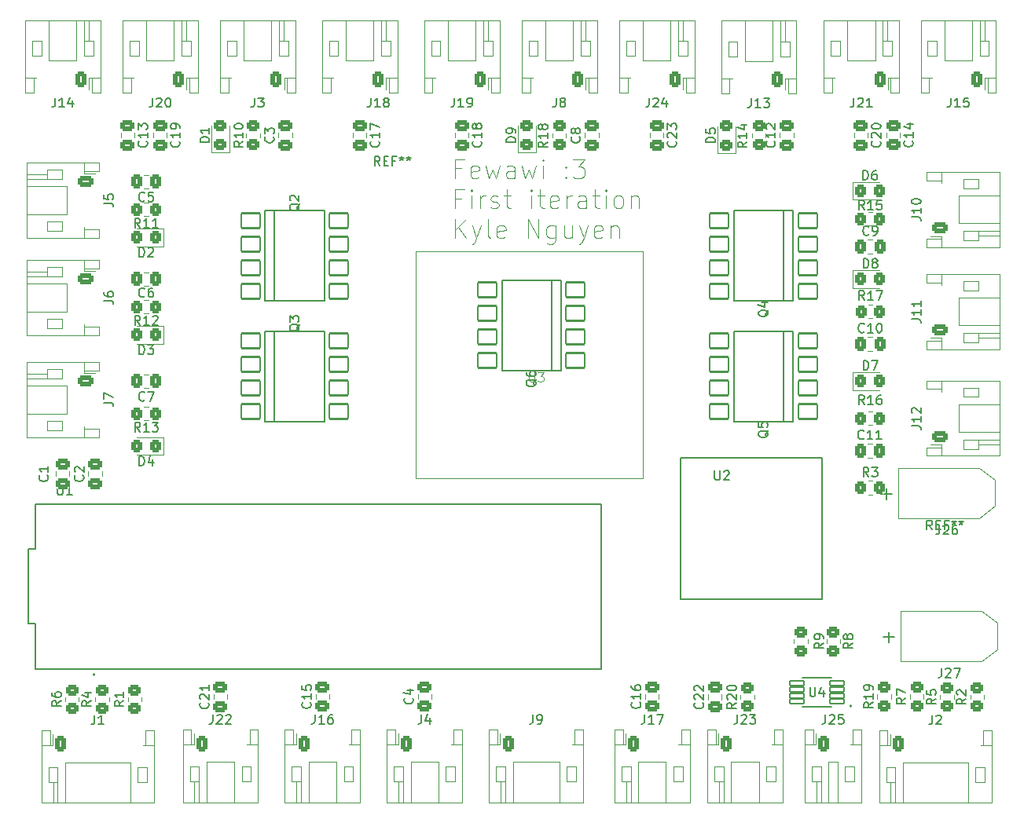
<source format=gto>
%TF.GenerationSoftware,KiCad,Pcbnew,8.0.2*%
%TF.CreationDate,2024-10-02T19:45:14-04:00*%
%TF.ProjectId,FewawiControlBoard,46657761-7769-4436-9f6e-74726f6c426f,rev?*%
%TF.SameCoordinates,Original*%
%TF.FileFunction,Legend,Top*%
%TF.FilePolarity,Positive*%
%FSLAX46Y46*%
G04 Gerber Fmt 4.6, Leading zero omitted, Abs format (unit mm)*
G04 Created by KiCad (PCBNEW 8.0.2) date 2024-10-02 19:45:14*
%MOMM*%
%LPD*%
G01*
G04 APERTURE LIST*
G04 Aperture macros list*
%AMRoundRect*
0 Rectangle with rounded corners*
0 $1 Rounding radius*
0 $2 $3 $4 $5 $6 $7 $8 $9 X,Y pos of 4 corners*
0 Add a 4 corners polygon primitive as box body*
4,1,4,$2,$3,$4,$5,$6,$7,$8,$9,$2,$3,0*
0 Add four circle primitives for the rounded corners*
1,1,$1+$1,$2,$3*
1,1,$1+$1,$4,$5*
1,1,$1+$1,$6,$7*
1,1,$1+$1,$8,$9*
0 Add four rect primitives between the rounded corners*
20,1,$1+$1,$2,$3,$4,$5,0*
20,1,$1+$1,$4,$5,$6,$7,0*
20,1,$1+$1,$6,$7,$8,$9,0*
20,1,$1+$1,$8,$9,$2,$3,0*%
G04 Aperture macros list end*
%ADD10C,0.100000*%
%ADD11C,0.150000*%
%ADD12C,0.120000*%
%ADD13C,0.127000*%
%ADD14C,0.200000*%
%ADD15C,0.152400*%
%ADD16RoundRect,0.250000X0.475000X-0.337500X0.475000X0.337500X-0.475000X0.337500X-0.475000X-0.337500X0*%
%ADD17RoundRect,0.250000X-0.625000X0.350000X-0.625000X-0.350000X0.625000X-0.350000X0.625000X0.350000X0*%
%ADD18O,1.750000X1.200000*%
%ADD19RoundRect,0.250000X0.450000X-0.325000X0.450000X0.325000X-0.450000X0.325000X-0.450000X-0.325000X0*%
%ADD20RoundRect,0.250000X0.625000X-0.350000X0.625000X0.350000X-0.625000X0.350000X-0.625000X-0.350000X0*%
%ADD21RoundRect,0.250000X-0.350000X-0.625000X0.350000X-0.625000X0.350000X0.625000X-0.350000X0.625000X0*%
%ADD22O,1.200000X1.750000*%
%ADD23RoundRect,0.250000X0.450000X-0.350000X0.450000X0.350000X-0.450000X0.350000X-0.450000X-0.350000X0*%
%ADD24RoundRect,0.085500X0.751500X0.256500X-0.751500X0.256500X-0.751500X-0.256500X0.751500X-0.256500X0*%
%ADD25RoundRect,0.250000X0.350000X0.450000X-0.350000X0.450000X-0.350000X-0.450000X0.350000X-0.450000X0*%
%ADD26RoundRect,0.250000X-0.350000X-0.450000X0.350000X-0.450000X0.350000X0.450000X-0.350000X0.450000X0*%
%ADD27RoundRect,0.250000X-0.475000X0.337500X-0.475000X-0.337500X0.475000X-0.337500X0.475000X0.337500X0*%
%ADD28RoundRect,0.250000X-0.337500X-0.475000X0.337500X-0.475000X0.337500X0.475000X-0.337500X0.475000X0*%
%ADD29RoundRect,0.250000X-0.325000X-0.450000X0.325000X-0.450000X0.325000X0.450000X-0.325000X0.450000X0*%
%ADD30RoundRect,0.250000X0.337500X0.475000X-0.337500X0.475000X-0.337500X-0.475000X0.337500X-0.475000X0*%
%ADD31RoundRect,0.250000X-0.450000X0.350000X-0.450000X-0.350000X0.450000X-0.350000X0.450000X0.350000X0*%
%ADD32RoundRect,0.102000X-1.000000X0.800000X-1.000000X-0.800000X1.000000X-0.800000X1.000000X0.800000X0*%
%ADD33RoundRect,0.102000X1.000000X-0.800000X1.000000X0.800000X-1.000000X0.800000X-1.000000X-0.800000X0*%
%ADD34RoundRect,0.250000X0.350000X0.625000X-0.350000X0.625000X-0.350000X-0.625000X0.350000X-0.625000X0*%
%ADD35C,1.512000*%
%ADD36C,1.462000*%
%ADD37C,1.412000*%
%ADD38C,6.000000*%
%ADD39R,3.800000X3.800000*%
%ADD40C,4.000000*%
%ADD41RoundRect,0.250000X0.325000X0.450000X-0.325000X0.450000X-0.325000X-0.450000X0.325000X-0.450000X0*%
%ADD42C,1.700000*%
%ADD43C,3.987800*%
%ADD44C,1.712000*%
%ADD45C,2.454000*%
%ADD46C,1.524000*%
G04 APERTURE END LIST*
D10*
X144458646Y-69512643D02*
X143791979Y-69512643D01*
X143791979Y-70560262D02*
X143791979Y-68560262D01*
X143791979Y-68560262D02*
X144744360Y-68560262D01*
X146268170Y-70465024D02*
X146077694Y-70560262D01*
X146077694Y-70560262D02*
X145696741Y-70560262D01*
X145696741Y-70560262D02*
X145506265Y-70465024D01*
X145506265Y-70465024D02*
X145411027Y-70274547D01*
X145411027Y-70274547D02*
X145411027Y-69512643D01*
X145411027Y-69512643D02*
X145506265Y-69322166D01*
X145506265Y-69322166D02*
X145696741Y-69226928D01*
X145696741Y-69226928D02*
X146077694Y-69226928D01*
X146077694Y-69226928D02*
X146268170Y-69322166D01*
X146268170Y-69322166D02*
X146363408Y-69512643D01*
X146363408Y-69512643D02*
X146363408Y-69703119D01*
X146363408Y-69703119D02*
X145411027Y-69893595D01*
X147030075Y-69226928D02*
X147411027Y-70560262D01*
X147411027Y-70560262D02*
X147791980Y-69607881D01*
X147791980Y-69607881D02*
X148172932Y-70560262D01*
X148172932Y-70560262D02*
X148553884Y-69226928D01*
X150172932Y-70560262D02*
X150172932Y-69512643D01*
X150172932Y-69512643D02*
X150077694Y-69322166D01*
X150077694Y-69322166D02*
X149887218Y-69226928D01*
X149887218Y-69226928D02*
X149506265Y-69226928D01*
X149506265Y-69226928D02*
X149315789Y-69322166D01*
X150172932Y-70465024D02*
X149982456Y-70560262D01*
X149982456Y-70560262D02*
X149506265Y-70560262D01*
X149506265Y-70560262D02*
X149315789Y-70465024D01*
X149315789Y-70465024D02*
X149220551Y-70274547D01*
X149220551Y-70274547D02*
X149220551Y-70084071D01*
X149220551Y-70084071D02*
X149315789Y-69893595D01*
X149315789Y-69893595D02*
X149506265Y-69798357D01*
X149506265Y-69798357D02*
X149982456Y-69798357D01*
X149982456Y-69798357D02*
X150172932Y-69703119D01*
X150934837Y-69226928D02*
X151315789Y-70560262D01*
X151315789Y-70560262D02*
X151696742Y-69607881D01*
X151696742Y-69607881D02*
X152077694Y-70560262D01*
X152077694Y-70560262D02*
X152458646Y-69226928D01*
X153220551Y-70560262D02*
X153220551Y-69226928D01*
X153220551Y-68560262D02*
X153125313Y-68655500D01*
X153125313Y-68655500D02*
X153220551Y-68750738D01*
X153220551Y-68750738D02*
X153315789Y-68655500D01*
X153315789Y-68655500D02*
X153220551Y-68560262D01*
X153220551Y-68560262D02*
X153220551Y-68750738D01*
X155696742Y-70369785D02*
X155791980Y-70465024D01*
X155791980Y-70465024D02*
X155696742Y-70560262D01*
X155696742Y-70560262D02*
X155601504Y-70465024D01*
X155601504Y-70465024D02*
X155696742Y-70369785D01*
X155696742Y-70369785D02*
X155696742Y-70560262D01*
X155696742Y-69322166D02*
X155791980Y-69417404D01*
X155791980Y-69417404D02*
X155696742Y-69512643D01*
X155696742Y-69512643D02*
X155601504Y-69417404D01*
X155601504Y-69417404D02*
X155696742Y-69322166D01*
X155696742Y-69322166D02*
X155696742Y-69512643D01*
X156458647Y-68560262D02*
X157696742Y-68560262D01*
X157696742Y-68560262D02*
X157030075Y-69322166D01*
X157030075Y-69322166D02*
X157315790Y-69322166D01*
X157315790Y-69322166D02*
X157506266Y-69417404D01*
X157506266Y-69417404D02*
X157601504Y-69512643D01*
X157601504Y-69512643D02*
X157696742Y-69703119D01*
X157696742Y-69703119D02*
X157696742Y-70179309D01*
X157696742Y-70179309D02*
X157601504Y-70369785D01*
X157601504Y-70369785D02*
X157506266Y-70465024D01*
X157506266Y-70465024D02*
X157315790Y-70560262D01*
X157315790Y-70560262D02*
X156744361Y-70560262D01*
X156744361Y-70560262D02*
X156553885Y-70465024D01*
X156553885Y-70465024D02*
X156458647Y-70369785D01*
X144458646Y-72732531D02*
X143791979Y-72732531D01*
X143791979Y-73780150D02*
X143791979Y-71780150D01*
X143791979Y-71780150D02*
X144744360Y-71780150D01*
X145506265Y-73780150D02*
X145506265Y-72446816D01*
X145506265Y-71780150D02*
X145411027Y-71875388D01*
X145411027Y-71875388D02*
X145506265Y-71970626D01*
X145506265Y-71970626D02*
X145601503Y-71875388D01*
X145601503Y-71875388D02*
X145506265Y-71780150D01*
X145506265Y-71780150D02*
X145506265Y-71970626D01*
X146458646Y-73780150D02*
X146458646Y-72446816D01*
X146458646Y-72827769D02*
X146553884Y-72637292D01*
X146553884Y-72637292D02*
X146649122Y-72542054D01*
X146649122Y-72542054D02*
X146839598Y-72446816D01*
X146839598Y-72446816D02*
X147030075Y-72446816D01*
X147601503Y-73684912D02*
X147791979Y-73780150D01*
X147791979Y-73780150D02*
X148172931Y-73780150D01*
X148172931Y-73780150D02*
X148363408Y-73684912D01*
X148363408Y-73684912D02*
X148458646Y-73494435D01*
X148458646Y-73494435D02*
X148458646Y-73399197D01*
X148458646Y-73399197D02*
X148363408Y-73208721D01*
X148363408Y-73208721D02*
X148172931Y-73113483D01*
X148172931Y-73113483D02*
X147887217Y-73113483D01*
X147887217Y-73113483D02*
X147696741Y-73018245D01*
X147696741Y-73018245D02*
X147601503Y-72827769D01*
X147601503Y-72827769D02*
X147601503Y-72732531D01*
X147601503Y-72732531D02*
X147696741Y-72542054D01*
X147696741Y-72542054D02*
X147887217Y-72446816D01*
X147887217Y-72446816D02*
X148172931Y-72446816D01*
X148172931Y-72446816D02*
X148363408Y-72542054D01*
X149030075Y-72446816D02*
X149791979Y-72446816D01*
X149315789Y-71780150D02*
X149315789Y-73494435D01*
X149315789Y-73494435D02*
X149411027Y-73684912D01*
X149411027Y-73684912D02*
X149601503Y-73780150D01*
X149601503Y-73780150D02*
X149791979Y-73780150D01*
X151982456Y-73780150D02*
X151982456Y-72446816D01*
X151982456Y-71780150D02*
X151887218Y-71875388D01*
X151887218Y-71875388D02*
X151982456Y-71970626D01*
X151982456Y-71970626D02*
X152077694Y-71875388D01*
X152077694Y-71875388D02*
X151982456Y-71780150D01*
X151982456Y-71780150D02*
X151982456Y-71970626D01*
X152649123Y-72446816D02*
X153411027Y-72446816D01*
X152934837Y-71780150D02*
X152934837Y-73494435D01*
X152934837Y-73494435D02*
X153030075Y-73684912D01*
X153030075Y-73684912D02*
X153220551Y-73780150D01*
X153220551Y-73780150D02*
X153411027Y-73780150D01*
X154839599Y-73684912D02*
X154649123Y-73780150D01*
X154649123Y-73780150D02*
X154268170Y-73780150D01*
X154268170Y-73780150D02*
X154077694Y-73684912D01*
X154077694Y-73684912D02*
X153982456Y-73494435D01*
X153982456Y-73494435D02*
X153982456Y-72732531D01*
X153982456Y-72732531D02*
X154077694Y-72542054D01*
X154077694Y-72542054D02*
X154268170Y-72446816D01*
X154268170Y-72446816D02*
X154649123Y-72446816D01*
X154649123Y-72446816D02*
X154839599Y-72542054D01*
X154839599Y-72542054D02*
X154934837Y-72732531D01*
X154934837Y-72732531D02*
X154934837Y-72923007D01*
X154934837Y-72923007D02*
X153982456Y-73113483D01*
X155791980Y-73780150D02*
X155791980Y-72446816D01*
X155791980Y-72827769D02*
X155887218Y-72637292D01*
X155887218Y-72637292D02*
X155982456Y-72542054D01*
X155982456Y-72542054D02*
X156172932Y-72446816D01*
X156172932Y-72446816D02*
X156363409Y-72446816D01*
X157887218Y-73780150D02*
X157887218Y-72732531D01*
X157887218Y-72732531D02*
X157791980Y-72542054D01*
X157791980Y-72542054D02*
X157601504Y-72446816D01*
X157601504Y-72446816D02*
X157220551Y-72446816D01*
X157220551Y-72446816D02*
X157030075Y-72542054D01*
X157887218Y-73684912D02*
X157696742Y-73780150D01*
X157696742Y-73780150D02*
X157220551Y-73780150D01*
X157220551Y-73780150D02*
X157030075Y-73684912D01*
X157030075Y-73684912D02*
X156934837Y-73494435D01*
X156934837Y-73494435D02*
X156934837Y-73303959D01*
X156934837Y-73303959D02*
X157030075Y-73113483D01*
X157030075Y-73113483D02*
X157220551Y-73018245D01*
X157220551Y-73018245D02*
X157696742Y-73018245D01*
X157696742Y-73018245D02*
X157887218Y-72923007D01*
X158553885Y-72446816D02*
X159315789Y-72446816D01*
X158839599Y-71780150D02*
X158839599Y-73494435D01*
X158839599Y-73494435D02*
X158934837Y-73684912D01*
X158934837Y-73684912D02*
X159125313Y-73780150D01*
X159125313Y-73780150D02*
X159315789Y-73780150D01*
X159982456Y-73780150D02*
X159982456Y-72446816D01*
X159982456Y-71780150D02*
X159887218Y-71875388D01*
X159887218Y-71875388D02*
X159982456Y-71970626D01*
X159982456Y-71970626D02*
X160077694Y-71875388D01*
X160077694Y-71875388D02*
X159982456Y-71780150D01*
X159982456Y-71780150D02*
X159982456Y-71970626D01*
X161220551Y-73780150D02*
X161030075Y-73684912D01*
X161030075Y-73684912D02*
X160934837Y-73589673D01*
X160934837Y-73589673D02*
X160839599Y-73399197D01*
X160839599Y-73399197D02*
X160839599Y-72827769D01*
X160839599Y-72827769D02*
X160934837Y-72637292D01*
X160934837Y-72637292D02*
X161030075Y-72542054D01*
X161030075Y-72542054D02*
X161220551Y-72446816D01*
X161220551Y-72446816D02*
X161506266Y-72446816D01*
X161506266Y-72446816D02*
X161696742Y-72542054D01*
X161696742Y-72542054D02*
X161791980Y-72637292D01*
X161791980Y-72637292D02*
X161887218Y-72827769D01*
X161887218Y-72827769D02*
X161887218Y-73399197D01*
X161887218Y-73399197D02*
X161791980Y-73589673D01*
X161791980Y-73589673D02*
X161696742Y-73684912D01*
X161696742Y-73684912D02*
X161506266Y-73780150D01*
X161506266Y-73780150D02*
X161220551Y-73780150D01*
X162744361Y-72446816D02*
X162744361Y-73780150D01*
X162744361Y-72637292D02*
X162839599Y-72542054D01*
X162839599Y-72542054D02*
X163030075Y-72446816D01*
X163030075Y-72446816D02*
X163315790Y-72446816D01*
X163315790Y-72446816D02*
X163506266Y-72542054D01*
X163506266Y-72542054D02*
X163601504Y-72732531D01*
X163601504Y-72732531D02*
X163601504Y-73780150D01*
X143791979Y-77000038D02*
X143791979Y-75000038D01*
X144934836Y-77000038D02*
X144077693Y-75857180D01*
X144934836Y-75000038D02*
X143791979Y-76142895D01*
X145601503Y-75666704D02*
X146077693Y-77000038D01*
X146553884Y-75666704D02*
X146077693Y-77000038D01*
X146077693Y-77000038D02*
X145887217Y-77476228D01*
X145887217Y-77476228D02*
X145791979Y-77571466D01*
X145791979Y-77571466D02*
X145601503Y-77666704D01*
X147601503Y-77000038D02*
X147411027Y-76904800D01*
X147411027Y-76904800D02*
X147315789Y-76714323D01*
X147315789Y-76714323D02*
X147315789Y-75000038D01*
X149125313Y-76904800D02*
X148934837Y-77000038D01*
X148934837Y-77000038D02*
X148553884Y-77000038D01*
X148553884Y-77000038D02*
X148363408Y-76904800D01*
X148363408Y-76904800D02*
X148268170Y-76714323D01*
X148268170Y-76714323D02*
X148268170Y-75952419D01*
X148268170Y-75952419D02*
X148363408Y-75761942D01*
X148363408Y-75761942D02*
X148553884Y-75666704D01*
X148553884Y-75666704D02*
X148934837Y-75666704D01*
X148934837Y-75666704D02*
X149125313Y-75761942D01*
X149125313Y-75761942D02*
X149220551Y-75952419D01*
X149220551Y-75952419D02*
X149220551Y-76142895D01*
X149220551Y-76142895D02*
X148268170Y-76333371D01*
X151601504Y-77000038D02*
X151601504Y-75000038D01*
X151601504Y-75000038D02*
X152744361Y-77000038D01*
X152744361Y-77000038D02*
X152744361Y-75000038D01*
X154553885Y-75666704D02*
X154553885Y-77285752D01*
X154553885Y-77285752D02*
X154458647Y-77476228D01*
X154458647Y-77476228D02*
X154363409Y-77571466D01*
X154363409Y-77571466D02*
X154172932Y-77666704D01*
X154172932Y-77666704D02*
X153887218Y-77666704D01*
X153887218Y-77666704D02*
X153696742Y-77571466D01*
X154553885Y-76904800D02*
X154363409Y-77000038D01*
X154363409Y-77000038D02*
X153982456Y-77000038D01*
X153982456Y-77000038D02*
X153791980Y-76904800D01*
X153791980Y-76904800D02*
X153696742Y-76809561D01*
X153696742Y-76809561D02*
X153601504Y-76619085D01*
X153601504Y-76619085D02*
X153601504Y-76047657D01*
X153601504Y-76047657D02*
X153696742Y-75857180D01*
X153696742Y-75857180D02*
X153791980Y-75761942D01*
X153791980Y-75761942D02*
X153982456Y-75666704D01*
X153982456Y-75666704D02*
X154363409Y-75666704D01*
X154363409Y-75666704D02*
X154553885Y-75761942D01*
X156363409Y-75666704D02*
X156363409Y-77000038D01*
X155506266Y-75666704D02*
X155506266Y-76714323D01*
X155506266Y-76714323D02*
X155601504Y-76904800D01*
X155601504Y-76904800D02*
X155791980Y-77000038D01*
X155791980Y-77000038D02*
X156077695Y-77000038D01*
X156077695Y-77000038D02*
X156268171Y-76904800D01*
X156268171Y-76904800D02*
X156363409Y-76809561D01*
X157125314Y-75666704D02*
X157601504Y-77000038D01*
X158077695Y-75666704D02*
X157601504Y-77000038D01*
X157601504Y-77000038D02*
X157411028Y-77476228D01*
X157411028Y-77476228D02*
X157315790Y-77571466D01*
X157315790Y-77571466D02*
X157125314Y-77666704D01*
X159601505Y-76904800D02*
X159411029Y-77000038D01*
X159411029Y-77000038D02*
X159030076Y-77000038D01*
X159030076Y-77000038D02*
X158839600Y-76904800D01*
X158839600Y-76904800D02*
X158744362Y-76714323D01*
X158744362Y-76714323D02*
X158744362Y-75952419D01*
X158744362Y-75952419D02*
X158839600Y-75761942D01*
X158839600Y-75761942D02*
X159030076Y-75666704D01*
X159030076Y-75666704D02*
X159411029Y-75666704D01*
X159411029Y-75666704D02*
X159601505Y-75761942D01*
X159601505Y-75761942D02*
X159696743Y-75952419D01*
X159696743Y-75952419D02*
X159696743Y-76142895D01*
X159696743Y-76142895D02*
X158744362Y-76333371D01*
X160553886Y-75666704D02*
X160553886Y-77000038D01*
X160553886Y-75857180D02*
X160649124Y-75761942D01*
X160649124Y-75761942D02*
X160839600Y-75666704D01*
X160839600Y-75666704D02*
X161125315Y-75666704D01*
X161125315Y-75666704D02*
X161315791Y-75761942D01*
X161315791Y-75761942D02*
X161411029Y-75952419D01*
X161411029Y-75952419D02*
X161411029Y-77000038D01*
D11*
X124159580Y-66106666D02*
X124207200Y-66154285D01*
X124207200Y-66154285D02*
X124254819Y-66297142D01*
X124254819Y-66297142D02*
X124254819Y-66392380D01*
X124254819Y-66392380D02*
X124207200Y-66535237D01*
X124207200Y-66535237D02*
X124111961Y-66630475D01*
X124111961Y-66630475D02*
X124016723Y-66678094D01*
X124016723Y-66678094D02*
X123826247Y-66725713D01*
X123826247Y-66725713D02*
X123683390Y-66725713D01*
X123683390Y-66725713D02*
X123492914Y-66678094D01*
X123492914Y-66678094D02*
X123397676Y-66630475D01*
X123397676Y-66630475D02*
X123302438Y-66535237D01*
X123302438Y-66535237D02*
X123254819Y-66392380D01*
X123254819Y-66392380D02*
X123254819Y-66297142D01*
X123254819Y-66297142D02*
X123302438Y-66154285D01*
X123302438Y-66154285D02*
X123350057Y-66106666D01*
X123254819Y-65773332D02*
X123254819Y-65154285D01*
X123254819Y-65154285D02*
X123635771Y-65487618D01*
X123635771Y-65487618D02*
X123635771Y-65344761D01*
X123635771Y-65344761D02*
X123683390Y-65249523D01*
X123683390Y-65249523D02*
X123731009Y-65201904D01*
X123731009Y-65201904D02*
X123826247Y-65154285D01*
X123826247Y-65154285D02*
X124064342Y-65154285D01*
X124064342Y-65154285D02*
X124159580Y-65201904D01*
X124159580Y-65201904D02*
X124207200Y-65249523D01*
X124207200Y-65249523D02*
X124254819Y-65344761D01*
X124254819Y-65344761D02*
X124254819Y-65630475D01*
X124254819Y-65630475D02*
X124207200Y-65725713D01*
X124207200Y-65725713D02*
X124159580Y-65773332D01*
X105934819Y-83773333D02*
X106649104Y-83773333D01*
X106649104Y-83773333D02*
X106791961Y-83820952D01*
X106791961Y-83820952D02*
X106887200Y-83916190D01*
X106887200Y-83916190D02*
X106934819Y-84059047D01*
X106934819Y-84059047D02*
X106934819Y-84154285D01*
X105934819Y-82868571D02*
X105934819Y-83059047D01*
X105934819Y-83059047D02*
X105982438Y-83154285D01*
X105982438Y-83154285D02*
X106030057Y-83201904D01*
X106030057Y-83201904D02*
X106172914Y-83297142D01*
X106172914Y-83297142D02*
X106363390Y-83344761D01*
X106363390Y-83344761D02*
X106744342Y-83344761D01*
X106744342Y-83344761D02*
X106839580Y-83297142D01*
X106839580Y-83297142D02*
X106887200Y-83249523D01*
X106887200Y-83249523D02*
X106934819Y-83154285D01*
X106934819Y-83154285D02*
X106934819Y-82963809D01*
X106934819Y-82963809D02*
X106887200Y-82868571D01*
X106887200Y-82868571D02*
X106839580Y-82820952D01*
X106839580Y-82820952D02*
X106744342Y-82773333D01*
X106744342Y-82773333D02*
X106506247Y-82773333D01*
X106506247Y-82773333D02*
X106411009Y-82820952D01*
X106411009Y-82820952D02*
X106363390Y-82868571D01*
X106363390Y-82868571D02*
X106315771Y-82963809D01*
X106315771Y-82963809D02*
X106315771Y-83154285D01*
X106315771Y-83154285D02*
X106363390Y-83249523D01*
X106363390Y-83249523D02*
X106411009Y-83297142D01*
X106411009Y-83297142D02*
X106506247Y-83344761D01*
X150284819Y-66678094D02*
X149284819Y-66678094D01*
X149284819Y-66678094D02*
X149284819Y-66439999D01*
X149284819Y-66439999D02*
X149332438Y-66297142D01*
X149332438Y-66297142D02*
X149427676Y-66201904D01*
X149427676Y-66201904D02*
X149522914Y-66154285D01*
X149522914Y-66154285D02*
X149713390Y-66106666D01*
X149713390Y-66106666D02*
X149856247Y-66106666D01*
X149856247Y-66106666D02*
X150046723Y-66154285D01*
X150046723Y-66154285D02*
X150141961Y-66201904D01*
X150141961Y-66201904D02*
X150237200Y-66297142D01*
X150237200Y-66297142D02*
X150284819Y-66439999D01*
X150284819Y-66439999D02*
X150284819Y-66678094D01*
X150284819Y-65630475D02*
X150284819Y-65439999D01*
X150284819Y-65439999D02*
X150237200Y-65344761D01*
X150237200Y-65344761D02*
X150189580Y-65297142D01*
X150189580Y-65297142D02*
X150046723Y-65201904D01*
X150046723Y-65201904D02*
X149856247Y-65154285D01*
X149856247Y-65154285D02*
X149475295Y-65154285D01*
X149475295Y-65154285D02*
X149380057Y-65201904D01*
X149380057Y-65201904D02*
X149332438Y-65249523D01*
X149332438Y-65249523D02*
X149284819Y-65344761D01*
X149284819Y-65344761D02*
X149284819Y-65535237D01*
X149284819Y-65535237D02*
X149332438Y-65630475D01*
X149332438Y-65630475D02*
X149380057Y-65678094D01*
X149380057Y-65678094D02*
X149475295Y-65725713D01*
X149475295Y-65725713D02*
X149713390Y-65725713D01*
X149713390Y-65725713D02*
X149808628Y-65678094D01*
X149808628Y-65678094D02*
X149856247Y-65630475D01*
X149856247Y-65630475D02*
X149903866Y-65535237D01*
X149903866Y-65535237D02*
X149903866Y-65344761D01*
X149903866Y-65344761D02*
X149856247Y-65249523D01*
X149856247Y-65249523D02*
X149808628Y-65201904D01*
X149808628Y-65201904D02*
X149713390Y-65154285D01*
X192934819Y-85749523D02*
X193649104Y-85749523D01*
X193649104Y-85749523D02*
X193791961Y-85797142D01*
X193791961Y-85797142D02*
X193887200Y-85892380D01*
X193887200Y-85892380D02*
X193934819Y-86035237D01*
X193934819Y-86035237D02*
X193934819Y-86130475D01*
X193934819Y-84749523D02*
X193934819Y-85320951D01*
X193934819Y-85035237D02*
X192934819Y-85035237D01*
X192934819Y-85035237D02*
X193077676Y-85130475D01*
X193077676Y-85130475D02*
X193172914Y-85225713D01*
X193172914Y-85225713D02*
X193220533Y-85320951D01*
X193934819Y-83797142D02*
X193934819Y-84368570D01*
X193934819Y-84082856D02*
X192934819Y-84082856D01*
X192934819Y-84082856D02*
X193077676Y-84178094D01*
X193077676Y-84178094D02*
X193172914Y-84273332D01*
X193172914Y-84273332D02*
X193220533Y-84368570D01*
X117670476Y-128394819D02*
X117670476Y-129109104D01*
X117670476Y-129109104D02*
X117622857Y-129251961D01*
X117622857Y-129251961D02*
X117527619Y-129347200D01*
X117527619Y-129347200D02*
X117384762Y-129394819D01*
X117384762Y-129394819D02*
X117289524Y-129394819D01*
X118099048Y-128490057D02*
X118146667Y-128442438D01*
X118146667Y-128442438D02*
X118241905Y-128394819D01*
X118241905Y-128394819D02*
X118480000Y-128394819D01*
X118480000Y-128394819D02*
X118575238Y-128442438D01*
X118575238Y-128442438D02*
X118622857Y-128490057D01*
X118622857Y-128490057D02*
X118670476Y-128585295D01*
X118670476Y-128585295D02*
X118670476Y-128680533D01*
X118670476Y-128680533D02*
X118622857Y-128823390D01*
X118622857Y-128823390D02*
X118051429Y-129394819D01*
X118051429Y-129394819D02*
X118670476Y-129394819D01*
X119051429Y-128490057D02*
X119099048Y-128442438D01*
X119099048Y-128442438D02*
X119194286Y-128394819D01*
X119194286Y-128394819D02*
X119432381Y-128394819D01*
X119432381Y-128394819D02*
X119527619Y-128442438D01*
X119527619Y-128442438D02*
X119575238Y-128490057D01*
X119575238Y-128490057D02*
X119622857Y-128585295D01*
X119622857Y-128585295D02*
X119622857Y-128680533D01*
X119622857Y-128680533D02*
X119575238Y-128823390D01*
X119575238Y-128823390D02*
X119003810Y-129394819D01*
X119003810Y-129394819D02*
X119622857Y-129394819D01*
X108054819Y-126916666D02*
X107578628Y-127249999D01*
X108054819Y-127488094D02*
X107054819Y-127488094D01*
X107054819Y-127488094D02*
X107054819Y-127107142D01*
X107054819Y-127107142D02*
X107102438Y-127011904D01*
X107102438Y-127011904D02*
X107150057Y-126964285D01*
X107150057Y-126964285D02*
X107245295Y-126916666D01*
X107245295Y-126916666D02*
X107388152Y-126916666D01*
X107388152Y-126916666D02*
X107483390Y-126964285D01*
X107483390Y-126964285D02*
X107531009Y-127011904D01*
X107531009Y-127011904D02*
X107578628Y-127107142D01*
X107578628Y-127107142D02*
X107578628Y-127488094D01*
X108054819Y-125964285D02*
X108054819Y-126535713D01*
X108054819Y-126249999D02*
X107054819Y-126249999D01*
X107054819Y-126249999D02*
X107197676Y-126345237D01*
X107197676Y-126345237D02*
X107292914Y-126440475D01*
X107292914Y-126440475D02*
X107340533Y-126535713D01*
X181988095Y-125454819D02*
X181988095Y-126264342D01*
X181988095Y-126264342D02*
X182035714Y-126359580D01*
X182035714Y-126359580D02*
X182083333Y-126407200D01*
X182083333Y-126407200D02*
X182178571Y-126454819D01*
X182178571Y-126454819D02*
X182369047Y-126454819D01*
X182369047Y-126454819D02*
X182464285Y-126407200D01*
X182464285Y-126407200D02*
X182511904Y-126359580D01*
X182511904Y-126359580D02*
X182559523Y-126264342D01*
X182559523Y-126264342D02*
X182559523Y-125454819D01*
X183464285Y-125788152D02*
X183464285Y-126454819D01*
X183226190Y-125407200D02*
X182988095Y-126121485D01*
X182988095Y-126121485D02*
X183607142Y-126121485D01*
X187837142Y-94954819D02*
X187503809Y-94478628D01*
X187265714Y-94954819D02*
X187265714Y-93954819D01*
X187265714Y-93954819D02*
X187646666Y-93954819D01*
X187646666Y-93954819D02*
X187741904Y-94002438D01*
X187741904Y-94002438D02*
X187789523Y-94050057D01*
X187789523Y-94050057D02*
X187837142Y-94145295D01*
X187837142Y-94145295D02*
X187837142Y-94288152D01*
X187837142Y-94288152D02*
X187789523Y-94383390D01*
X187789523Y-94383390D02*
X187741904Y-94431009D01*
X187741904Y-94431009D02*
X187646666Y-94478628D01*
X187646666Y-94478628D02*
X187265714Y-94478628D01*
X188789523Y-94954819D02*
X188218095Y-94954819D01*
X188503809Y-94954819D02*
X188503809Y-93954819D01*
X188503809Y-93954819D02*
X188408571Y-94097676D01*
X188408571Y-94097676D02*
X188313333Y-94192914D01*
X188313333Y-94192914D02*
X188218095Y-94240533D01*
X189646666Y-93954819D02*
X189456190Y-93954819D01*
X189456190Y-93954819D02*
X189360952Y-94002438D01*
X189360952Y-94002438D02*
X189313333Y-94050057D01*
X189313333Y-94050057D02*
X189218095Y-94192914D01*
X189218095Y-94192914D02*
X189170476Y-94383390D01*
X189170476Y-94383390D02*
X189170476Y-94764342D01*
X189170476Y-94764342D02*
X189218095Y-94859580D01*
X189218095Y-94859580D02*
X189265714Y-94907200D01*
X189265714Y-94907200D02*
X189360952Y-94954819D01*
X189360952Y-94954819D02*
X189551428Y-94954819D01*
X189551428Y-94954819D02*
X189646666Y-94907200D01*
X189646666Y-94907200D02*
X189694285Y-94859580D01*
X189694285Y-94859580D02*
X189741904Y-94764342D01*
X189741904Y-94764342D02*
X189741904Y-94526247D01*
X189741904Y-94526247D02*
X189694285Y-94431009D01*
X189694285Y-94431009D02*
X189646666Y-94383390D01*
X189646666Y-94383390D02*
X189551428Y-94335771D01*
X189551428Y-94335771D02*
X189360952Y-94335771D01*
X189360952Y-94335771D02*
X189265714Y-94383390D01*
X189265714Y-94383390D02*
X189218095Y-94431009D01*
X189218095Y-94431009D02*
X189170476Y-94526247D01*
X109837142Y-86394819D02*
X109503809Y-85918628D01*
X109265714Y-86394819D02*
X109265714Y-85394819D01*
X109265714Y-85394819D02*
X109646666Y-85394819D01*
X109646666Y-85394819D02*
X109741904Y-85442438D01*
X109741904Y-85442438D02*
X109789523Y-85490057D01*
X109789523Y-85490057D02*
X109837142Y-85585295D01*
X109837142Y-85585295D02*
X109837142Y-85728152D01*
X109837142Y-85728152D02*
X109789523Y-85823390D01*
X109789523Y-85823390D02*
X109741904Y-85871009D01*
X109741904Y-85871009D02*
X109646666Y-85918628D01*
X109646666Y-85918628D02*
X109265714Y-85918628D01*
X110789523Y-86394819D02*
X110218095Y-86394819D01*
X110503809Y-86394819D02*
X110503809Y-85394819D01*
X110503809Y-85394819D02*
X110408571Y-85537676D01*
X110408571Y-85537676D02*
X110313333Y-85632914D01*
X110313333Y-85632914D02*
X110218095Y-85680533D01*
X111170476Y-85490057D02*
X111218095Y-85442438D01*
X111218095Y-85442438D02*
X111313333Y-85394819D01*
X111313333Y-85394819D02*
X111551428Y-85394819D01*
X111551428Y-85394819D02*
X111646666Y-85442438D01*
X111646666Y-85442438D02*
X111694285Y-85490057D01*
X111694285Y-85490057D02*
X111741904Y-85585295D01*
X111741904Y-85585295D02*
X111741904Y-85680533D01*
X111741904Y-85680533D02*
X111694285Y-85823390D01*
X111694285Y-85823390D02*
X111122857Y-86394819D01*
X111122857Y-86394819D02*
X111741904Y-86394819D01*
X189519580Y-66582857D02*
X189567200Y-66630476D01*
X189567200Y-66630476D02*
X189614819Y-66773333D01*
X189614819Y-66773333D02*
X189614819Y-66868571D01*
X189614819Y-66868571D02*
X189567200Y-67011428D01*
X189567200Y-67011428D02*
X189471961Y-67106666D01*
X189471961Y-67106666D02*
X189376723Y-67154285D01*
X189376723Y-67154285D02*
X189186247Y-67201904D01*
X189186247Y-67201904D02*
X189043390Y-67201904D01*
X189043390Y-67201904D02*
X188852914Y-67154285D01*
X188852914Y-67154285D02*
X188757676Y-67106666D01*
X188757676Y-67106666D02*
X188662438Y-67011428D01*
X188662438Y-67011428D02*
X188614819Y-66868571D01*
X188614819Y-66868571D02*
X188614819Y-66773333D01*
X188614819Y-66773333D02*
X188662438Y-66630476D01*
X188662438Y-66630476D02*
X188710057Y-66582857D01*
X188710057Y-66201904D02*
X188662438Y-66154285D01*
X188662438Y-66154285D02*
X188614819Y-66059047D01*
X188614819Y-66059047D02*
X188614819Y-65820952D01*
X188614819Y-65820952D02*
X188662438Y-65725714D01*
X188662438Y-65725714D02*
X188710057Y-65678095D01*
X188710057Y-65678095D02*
X188805295Y-65630476D01*
X188805295Y-65630476D02*
X188900533Y-65630476D01*
X188900533Y-65630476D02*
X189043390Y-65678095D01*
X189043390Y-65678095D02*
X189614819Y-66249523D01*
X189614819Y-66249523D02*
X189614819Y-65630476D01*
X188614819Y-65011428D02*
X188614819Y-64916190D01*
X188614819Y-64916190D02*
X188662438Y-64820952D01*
X188662438Y-64820952D02*
X188710057Y-64773333D01*
X188710057Y-64773333D02*
X188805295Y-64725714D01*
X188805295Y-64725714D02*
X188995771Y-64678095D01*
X188995771Y-64678095D02*
X189233866Y-64678095D01*
X189233866Y-64678095D02*
X189424342Y-64725714D01*
X189424342Y-64725714D02*
X189519580Y-64773333D01*
X189519580Y-64773333D02*
X189567200Y-64820952D01*
X189567200Y-64820952D02*
X189614819Y-64916190D01*
X189614819Y-64916190D02*
X189614819Y-65011428D01*
X189614819Y-65011428D02*
X189567200Y-65106666D01*
X189567200Y-65106666D02*
X189519580Y-65154285D01*
X189519580Y-65154285D02*
X189424342Y-65201904D01*
X189424342Y-65201904D02*
X189233866Y-65249523D01*
X189233866Y-65249523D02*
X188995771Y-65249523D01*
X188995771Y-65249523D02*
X188805295Y-65201904D01*
X188805295Y-65201904D02*
X188710057Y-65154285D01*
X188710057Y-65154285D02*
X188662438Y-65106666D01*
X188662438Y-65106666D02*
X188614819Y-65011428D01*
X187799642Y-98619580D02*
X187752023Y-98667200D01*
X187752023Y-98667200D02*
X187609166Y-98714819D01*
X187609166Y-98714819D02*
X187513928Y-98714819D01*
X187513928Y-98714819D02*
X187371071Y-98667200D01*
X187371071Y-98667200D02*
X187275833Y-98571961D01*
X187275833Y-98571961D02*
X187228214Y-98476723D01*
X187228214Y-98476723D02*
X187180595Y-98286247D01*
X187180595Y-98286247D02*
X187180595Y-98143390D01*
X187180595Y-98143390D02*
X187228214Y-97952914D01*
X187228214Y-97952914D02*
X187275833Y-97857676D01*
X187275833Y-97857676D02*
X187371071Y-97762438D01*
X187371071Y-97762438D02*
X187513928Y-97714819D01*
X187513928Y-97714819D02*
X187609166Y-97714819D01*
X187609166Y-97714819D02*
X187752023Y-97762438D01*
X187752023Y-97762438D02*
X187799642Y-97810057D01*
X188752023Y-98714819D02*
X188180595Y-98714819D01*
X188466309Y-98714819D02*
X188466309Y-97714819D01*
X188466309Y-97714819D02*
X188371071Y-97857676D01*
X188371071Y-97857676D02*
X188275833Y-97952914D01*
X188275833Y-97952914D02*
X188180595Y-98000533D01*
X189704404Y-98714819D02*
X189132976Y-98714819D01*
X189418690Y-98714819D02*
X189418690Y-97714819D01*
X189418690Y-97714819D02*
X189323452Y-97857676D01*
X189323452Y-97857676D02*
X189228214Y-97952914D01*
X189228214Y-97952914D02*
X189132976Y-98000533D01*
X128670476Y-128394819D02*
X128670476Y-129109104D01*
X128670476Y-129109104D02*
X128622857Y-129251961D01*
X128622857Y-129251961D02*
X128527619Y-129347200D01*
X128527619Y-129347200D02*
X128384762Y-129394819D01*
X128384762Y-129394819D02*
X128289524Y-129394819D01*
X129670476Y-129394819D02*
X129099048Y-129394819D01*
X129384762Y-129394819D02*
X129384762Y-128394819D01*
X129384762Y-128394819D02*
X129289524Y-128537676D01*
X129289524Y-128537676D02*
X129194286Y-128632914D01*
X129194286Y-128632914D02*
X129099048Y-128680533D01*
X130527619Y-128394819D02*
X130337143Y-128394819D01*
X130337143Y-128394819D02*
X130241905Y-128442438D01*
X130241905Y-128442438D02*
X130194286Y-128490057D01*
X130194286Y-128490057D02*
X130099048Y-128632914D01*
X130099048Y-128632914D02*
X130051429Y-128823390D01*
X130051429Y-128823390D02*
X130051429Y-129204342D01*
X130051429Y-129204342D02*
X130099048Y-129299580D01*
X130099048Y-129299580D02*
X130146667Y-129347200D01*
X130146667Y-129347200D02*
X130241905Y-129394819D01*
X130241905Y-129394819D02*
X130432381Y-129394819D01*
X130432381Y-129394819D02*
X130527619Y-129347200D01*
X130527619Y-129347200D02*
X130575238Y-129299580D01*
X130575238Y-129299580D02*
X130622857Y-129204342D01*
X130622857Y-129204342D02*
X130622857Y-128966247D01*
X130622857Y-128966247D02*
X130575238Y-128871009D01*
X130575238Y-128871009D02*
X130527619Y-128823390D01*
X130527619Y-128823390D02*
X130432381Y-128775771D01*
X130432381Y-128775771D02*
X130241905Y-128775771D01*
X130241905Y-128775771D02*
X130146667Y-128823390D01*
X130146667Y-128823390D02*
X130099048Y-128871009D01*
X130099048Y-128871009D02*
X130051429Y-128966247D01*
X187741905Y-80244819D02*
X187741905Y-79244819D01*
X187741905Y-79244819D02*
X187980000Y-79244819D01*
X187980000Y-79244819D02*
X188122857Y-79292438D01*
X188122857Y-79292438D02*
X188218095Y-79387676D01*
X188218095Y-79387676D02*
X188265714Y-79482914D01*
X188265714Y-79482914D02*
X188313333Y-79673390D01*
X188313333Y-79673390D02*
X188313333Y-79816247D01*
X188313333Y-79816247D02*
X188265714Y-80006723D01*
X188265714Y-80006723D02*
X188218095Y-80101961D01*
X188218095Y-80101961D02*
X188122857Y-80197200D01*
X188122857Y-80197200D02*
X187980000Y-80244819D01*
X187980000Y-80244819D02*
X187741905Y-80244819D01*
X188884762Y-79673390D02*
X188789524Y-79625771D01*
X188789524Y-79625771D02*
X188741905Y-79578152D01*
X188741905Y-79578152D02*
X188694286Y-79482914D01*
X188694286Y-79482914D02*
X188694286Y-79435295D01*
X188694286Y-79435295D02*
X188741905Y-79340057D01*
X188741905Y-79340057D02*
X188789524Y-79292438D01*
X188789524Y-79292438D02*
X188884762Y-79244819D01*
X188884762Y-79244819D02*
X189075238Y-79244819D01*
X189075238Y-79244819D02*
X189170476Y-79292438D01*
X189170476Y-79292438D02*
X189218095Y-79340057D01*
X189218095Y-79340057D02*
X189265714Y-79435295D01*
X189265714Y-79435295D02*
X189265714Y-79482914D01*
X189265714Y-79482914D02*
X189218095Y-79578152D01*
X189218095Y-79578152D02*
X189170476Y-79625771D01*
X189170476Y-79625771D02*
X189075238Y-79673390D01*
X189075238Y-79673390D02*
X188884762Y-79673390D01*
X188884762Y-79673390D02*
X188789524Y-79721009D01*
X188789524Y-79721009D02*
X188741905Y-79768628D01*
X188741905Y-79768628D02*
X188694286Y-79863866D01*
X188694286Y-79863866D02*
X188694286Y-80054342D01*
X188694286Y-80054342D02*
X188741905Y-80149580D01*
X188741905Y-80149580D02*
X188789524Y-80197200D01*
X188789524Y-80197200D02*
X188884762Y-80244819D01*
X188884762Y-80244819D02*
X189075238Y-80244819D01*
X189075238Y-80244819D02*
X189170476Y-80197200D01*
X189170476Y-80197200D02*
X189218095Y-80149580D01*
X189218095Y-80149580D02*
X189265714Y-80054342D01*
X189265714Y-80054342D02*
X189265714Y-79863866D01*
X189265714Y-79863866D02*
X189218095Y-79768628D01*
X189218095Y-79768628D02*
X189170476Y-79721009D01*
X189170476Y-79721009D02*
X189075238Y-79673390D01*
X110313333Y-83299580D02*
X110265714Y-83347200D01*
X110265714Y-83347200D02*
X110122857Y-83394819D01*
X110122857Y-83394819D02*
X110027619Y-83394819D01*
X110027619Y-83394819D02*
X109884762Y-83347200D01*
X109884762Y-83347200D02*
X109789524Y-83251961D01*
X109789524Y-83251961D02*
X109741905Y-83156723D01*
X109741905Y-83156723D02*
X109694286Y-82966247D01*
X109694286Y-82966247D02*
X109694286Y-82823390D01*
X109694286Y-82823390D02*
X109741905Y-82632914D01*
X109741905Y-82632914D02*
X109789524Y-82537676D01*
X109789524Y-82537676D02*
X109884762Y-82442438D01*
X109884762Y-82442438D02*
X110027619Y-82394819D01*
X110027619Y-82394819D02*
X110122857Y-82394819D01*
X110122857Y-82394819D02*
X110265714Y-82442438D01*
X110265714Y-82442438D02*
X110313333Y-82490057D01*
X111170476Y-82394819D02*
X110980000Y-82394819D01*
X110980000Y-82394819D02*
X110884762Y-82442438D01*
X110884762Y-82442438D02*
X110837143Y-82490057D01*
X110837143Y-82490057D02*
X110741905Y-82632914D01*
X110741905Y-82632914D02*
X110694286Y-82823390D01*
X110694286Y-82823390D02*
X110694286Y-83204342D01*
X110694286Y-83204342D02*
X110741905Y-83299580D01*
X110741905Y-83299580D02*
X110789524Y-83347200D01*
X110789524Y-83347200D02*
X110884762Y-83394819D01*
X110884762Y-83394819D02*
X111075238Y-83394819D01*
X111075238Y-83394819D02*
X111170476Y-83347200D01*
X111170476Y-83347200D02*
X111218095Y-83299580D01*
X111218095Y-83299580D02*
X111265714Y-83204342D01*
X111265714Y-83204342D02*
X111265714Y-82966247D01*
X111265714Y-82966247D02*
X111218095Y-82871009D01*
X111218095Y-82871009D02*
X111170476Y-82823390D01*
X111170476Y-82823390D02*
X111075238Y-82775771D01*
X111075238Y-82775771D02*
X110884762Y-82775771D01*
X110884762Y-82775771D02*
X110789524Y-82823390D01*
X110789524Y-82823390D02*
X110741905Y-82871009D01*
X110741905Y-82871009D02*
X110694286Y-82966247D01*
X153704819Y-66642857D02*
X153228628Y-66976190D01*
X153704819Y-67214285D02*
X152704819Y-67214285D01*
X152704819Y-67214285D02*
X152704819Y-66833333D01*
X152704819Y-66833333D02*
X152752438Y-66738095D01*
X152752438Y-66738095D02*
X152800057Y-66690476D01*
X152800057Y-66690476D02*
X152895295Y-66642857D01*
X152895295Y-66642857D02*
X153038152Y-66642857D01*
X153038152Y-66642857D02*
X153133390Y-66690476D01*
X153133390Y-66690476D02*
X153181009Y-66738095D01*
X153181009Y-66738095D02*
X153228628Y-66833333D01*
X153228628Y-66833333D02*
X153228628Y-67214285D01*
X153704819Y-65690476D02*
X153704819Y-66261904D01*
X153704819Y-65976190D02*
X152704819Y-65976190D01*
X152704819Y-65976190D02*
X152847676Y-66071428D01*
X152847676Y-66071428D02*
X152942914Y-66166666D01*
X152942914Y-66166666D02*
X152990533Y-66261904D01*
X153133390Y-65119047D02*
X153085771Y-65214285D01*
X153085771Y-65214285D02*
X153038152Y-65261904D01*
X153038152Y-65261904D02*
X152942914Y-65309523D01*
X152942914Y-65309523D02*
X152895295Y-65309523D01*
X152895295Y-65309523D02*
X152800057Y-65261904D01*
X152800057Y-65261904D02*
X152752438Y-65214285D01*
X152752438Y-65214285D02*
X152704819Y-65119047D01*
X152704819Y-65119047D02*
X152704819Y-64928571D01*
X152704819Y-64928571D02*
X152752438Y-64833333D01*
X152752438Y-64833333D02*
X152800057Y-64785714D01*
X152800057Y-64785714D02*
X152895295Y-64738095D01*
X152895295Y-64738095D02*
X152942914Y-64738095D01*
X152942914Y-64738095D02*
X153038152Y-64785714D01*
X153038152Y-64785714D02*
X153085771Y-64833333D01*
X153085771Y-64833333D02*
X153133390Y-64928571D01*
X153133390Y-64928571D02*
X153133390Y-65119047D01*
X153133390Y-65119047D02*
X153181009Y-65214285D01*
X153181009Y-65214285D02*
X153228628Y-65261904D01*
X153228628Y-65261904D02*
X153323866Y-65309523D01*
X153323866Y-65309523D02*
X153514342Y-65309523D01*
X153514342Y-65309523D02*
X153609580Y-65261904D01*
X153609580Y-65261904D02*
X153657200Y-65214285D01*
X153657200Y-65214285D02*
X153704819Y-65119047D01*
X153704819Y-65119047D02*
X153704819Y-64928571D01*
X153704819Y-64928571D02*
X153657200Y-64833333D01*
X153657200Y-64833333D02*
X153609580Y-64785714D01*
X153609580Y-64785714D02*
X153514342Y-64738095D01*
X153514342Y-64738095D02*
X153323866Y-64738095D01*
X153323866Y-64738095D02*
X153228628Y-64785714D01*
X153228628Y-64785714D02*
X153181009Y-64833333D01*
X153181009Y-64833333D02*
X153133390Y-64928571D01*
X195166666Y-128454819D02*
X195166666Y-129169104D01*
X195166666Y-129169104D02*
X195119047Y-129311961D01*
X195119047Y-129311961D02*
X195023809Y-129407200D01*
X195023809Y-129407200D02*
X194880952Y-129454819D01*
X194880952Y-129454819D02*
X194785714Y-129454819D01*
X195595238Y-128550057D02*
X195642857Y-128502438D01*
X195642857Y-128502438D02*
X195738095Y-128454819D01*
X195738095Y-128454819D02*
X195976190Y-128454819D01*
X195976190Y-128454819D02*
X196071428Y-128502438D01*
X196071428Y-128502438D02*
X196119047Y-128550057D01*
X196119047Y-128550057D02*
X196166666Y-128645295D01*
X196166666Y-128645295D02*
X196166666Y-128740533D01*
X196166666Y-128740533D02*
X196119047Y-128883390D01*
X196119047Y-128883390D02*
X195547619Y-129454819D01*
X195547619Y-129454819D02*
X196166666Y-129454819D01*
X127031007Y-86310724D02*
X126983307Y-86406123D01*
X126983307Y-86406123D02*
X126887908Y-86501523D01*
X126887908Y-86501523D02*
X126744809Y-86644622D01*
X126744809Y-86644622D02*
X126697109Y-86740021D01*
X126697109Y-86740021D02*
X126697109Y-86835420D01*
X126935607Y-86787721D02*
X126887908Y-86883120D01*
X126887908Y-86883120D02*
X126792508Y-86978519D01*
X126792508Y-86978519D02*
X126601710Y-87026219D01*
X126601710Y-87026219D02*
X126267812Y-87026219D01*
X126267812Y-87026219D02*
X126077013Y-86978519D01*
X126077013Y-86978519D02*
X125981614Y-86883120D01*
X125981614Y-86883120D02*
X125933914Y-86787721D01*
X125933914Y-86787721D02*
X125933914Y-86596922D01*
X125933914Y-86596922D02*
X125981614Y-86501523D01*
X125981614Y-86501523D02*
X126077013Y-86406123D01*
X126077013Y-86406123D02*
X126267812Y-86358424D01*
X126267812Y-86358424D02*
X126601710Y-86358424D01*
X126601710Y-86358424D02*
X126792508Y-86406123D01*
X126792508Y-86406123D02*
X126887908Y-86501523D01*
X126887908Y-86501523D02*
X126935607Y-86596922D01*
X126935607Y-86596922D02*
X126935607Y-86787721D01*
X125933914Y-86024526D02*
X125933914Y-85404430D01*
X125933914Y-85404430D02*
X126315512Y-85738328D01*
X126315512Y-85738328D02*
X126315512Y-85595229D01*
X126315512Y-85595229D02*
X126363211Y-85499829D01*
X126363211Y-85499829D02*
X126410911Y-85452130D01*
X126410911Y-85452130D02*
X126506310Y-85404430D01*
X126506310Y-85404430D02*
X126744809Y-85404430D01*
X126744809Y-85404430D02*
X126840208Y-85452130D01*
X126840208Y-85452130D02*
X126887908Y-85499829D01*
X126887908Y-85499829D02*
X126935607Y-85595229D01*
X126935607Y-85595229D02*
X126935607Y-85881427D01*
X126935607Y-85881427D02*
X126887908Y-85976826D01*
X126887908Y-85976826D02*
X126840208Y-86024526D01*
X111170476Y-61894819D02*
X111170476Y-62609104D01*
X111170476Y-62609104D02*
X111122857Y-62751961D01*
X111122857Y-62751961D02*
X111027619Y-62847200D01*
X111027619Y-62847200D02*
X110884762Y-62894819D01*
X110884762Y-62894819D02*
X110789524Y-62894819D01*
X111599048Y-61990057D02*
X111646667Y-61942438D01*
X111646667Y-61942438D02*
X111741905Y-61894819D01*
X111741905Y-61894819D02*
X111980000Y-61894819D01*
X111980000Y-61894819D02*
X112075238Y-61942438D01*
X112075238Y-61942438D02*
X112122857Y-61990057D01*
X112122857Y-61990057D02*
X112170476Y-62085295D01*
X112170476Y-62085295D02*
X112170476Y-62180533D01*
X112170476Y-62180533D02*
X112122857Y-62323390D01*
X112122857Y-62323390D02*
X111551429Y-62894819D01*
X111551429Y-62894819D02*
X112170476Y-62894819D01*
X112789524Y-61894819D02*
X112884762Y-61894819D01*
X112884762Y-61894819D02*
X112980000Y-61942438D01*
X112980000Y-61942438D02*
X113027619Y-61990057D01*
X113027619Y-61990057D02*
X113075238Y-62085295D01*
X113075238Y-62085295D02*
X113122857Y-62275771D01*
X113122857Y-62275771D02*
X113122857Y-62513866D01*
X113122857Y-62513866D02*
X113075238Y-62704342D01*
X113075238Y-62704342D02*
X113027619Y-62799580D01*
X113027619Y-62799580D02*
X112980000Y-62847200D01*
X112980000Y-62847200D02*
X112884762Y-62894819D01*
X112884762Y-62894819D02*
X112789524Y-62894819D01*
X112789524Y-62894819D02*
X112694286Y-62847200D01*
X112694286Y-62847200D02*
X112646667Y-62799580D01*
X112646667Y-62799580D02*
X112599048Y-62704342D01*
X112599048Y-62704342D02*
X112551429Y-62513866D01*
X112551429Y-62513866D02*
X112551429Y-62275771D01*
X112551429Y-62275771D02*
X112599048Y-62085295D01*
X112599048Y-62085295D02*
X112646667Y-61990057D01*
X112646667Y-61990057D02*
X112694286Y-61942438D01*
X112694286Y-61942438D02*
X112789524Y-61894819D01*
X154646666Y-61894819D02*
X154646666Y-62609104D01*
X154646666Y-62609104D02*
X154599047Y-62751961D01*
X154599047Y-62751961D02*
X154503809Y-62847200D01*
X154503809Y-62847200D02*
X154360952Y-62894819D01*
X154360952Y-62894819D02*
X154265714Y-62894819D01*
X155265714Y-62323390D02*
X155170476Y-62275771D01*
X155170476Y-62275771D02*
X155122857Y-62228152D01*
X155122857Y-62228152D02*
X155075238Y-62132914D01*
X155075238Y-62132914D02*
X155075238Y-62085295D01*
X155075238Y-62085295D02*
X155122857Y-61990057D01*
X155122857Y-61990057D02*
X155170476Y-61942438D01*
X155170476Y-61942438D02*
X155265714Y-61894819D01*
X155265714Y-61894819D02*
X155456190Y-61894819D01*
X155456190Y-61894819D02*
X155551428Y-61942438D01*
X155551428Y-61942438D02*
X155599047Y-61990057D01*
X155599047Y-61990057D02*
X155646666Y-62085295D01*
X155646666Y-62085295D02*
X155646666Y-62132914D01*
X155646666Y-62132914D02*
X155599047Y-62228152D01*
X155599047Y-62228152D02*
X155551428Y-62275771D01*
X155551428Y-62275771D02*
X155456190Y-62323390D01*
X155456190Y-62323390D02*
X155265714Y-62323390D01*
X155265714Y-62323390D02*
X155170476Y-62371009D01*
X155170476Y-62371009D02*
X155122857Y-62418628D01*
X155122857Y-62418628D02*
X155075238Y-62513866D01*
X155075238Y-62513866D02*
X155075238Y-62704342D01*
X155075238Y-62704342D02*
X155122857Y-62799580D01*
X155122857Y-62799580D02*
X155170476Y-62847200D01*
X155170476Y-62847200D02*
X155265714Y-62894819D01*
X155265714Y-62894819D02*
X155456190Y-62894819D01*
X155456190Y-62894819D02*
X155551428Y-62847200D01*
X155551428Y-62847200D02*
X155599047Y-62799580D01*
X155599047Y-62799580D02*
X155646666Y-62704342D01*
X155646666Y-62704342D02*
X155646666Y-62513866D01*
X155646666Y-62513866D02*
X155599047Y-62418628D01*
X155599047Y-62418628D02*
X155551428Y-62371009D01*
X155551428Y-62371009D02*
X155456190Y-62323390D01*
X100913095Y-103719819D02*
X100913095Y-104529342D01*
X100913095Y-104529342D02*
X100960714Y-104624580D01*
X100960714Y-104624580D02*
X101008333Y-104672200D01*
X101008333Y-104672200D02*
X101103571Y-104719819D01*
X101103571Y-104719819D02*
X101294047Y-104719819D01*
X101294047Y-104719819D02*
X101389285Y-104672200D01*
X101389285Y-104672200D02*
X101436904Y-104624580D01*
X101436904Y-104624580D02*
X101484523Y-104529342D01*
X101484523Y-104529342D02*
X101484523Y-103719819D01*
X102484523Y-104719819D02*
X101913095Y-104719819D01*
X102198809Y-104719819D02*
X102198809Y-103719819D01*
X102198809Y-103719819D02*
X102103571Y-103862676D01*
X102103571Y-103862676D02*
X102008333Y-103957914D01*
X102008333Y-103957914D02*
X101913095Y-104005533D01*
X177530997Y-84760074D02*
X177483297Y-84855473D01*
X177483297Y-84855473D02*
X177387898Y-84950873D01*
X177387898Y-84950873D02*
X177244799Y-85093972D01*
X177244799Y-85093972D02*
X177197099Y-85189371D01*
X177197099Y-85189371D02*
X177197099Y-85284770D01*
X177435597Y-85237071D02*
X177387898Y-85332470D01*
X177387898Y-85332470D02*
X177292498Y-85427869D01*
X177292498Y-85427869D02*
X177101700Y-85475569D01*
X177101700Y-85475569D02*
X176767802Y-85475569D01*
X176767802Y-85475569D02*
X176577003Y-85427869D01*
X176577003Y-85427869D02*
X176481604Y-85332470D01*
X176481604Y-85332470D02*
X176433904Y-85237071D01*
X176433904Y-85237071D02*
X176433904Y-85046272D01*
X176433904Y-85046272D02*
X176481604Y-84950873D01*
X176481604Y-84950873D02*
X176577003Y-84855473D01*
X176577003Y-84855473D02*
X176767802Y-84807774D01*
X176767802Y-84807774D02*
X177101700Y-84807774D01*
X177101700Y-84807774D02*
X177292498Y-84855473D01*
X177292498Y-84855473D02*
X177387898Y-84950873D01*
X177387898Y-84950873D02*
X177435597Y-85046272D01*
X177435597Y-85046272D02*
X177435597Y-85237071D01*
X176767802Y-83949179D02*
X177435597Y-83949179D01*
X176386205Y-84187678D02*
X177101700Y-84426176D01*
X177101700Y-84426176D02*
X177101700Y-83806080D01*
X195166666Y-108454819D02*
X194833333Y-107978628D01*
X194595238Y-108454819D02*
X194595238Y-107454819D01*
X194595238Y-107454819D02*
X194976190Y-107454819D01*
X194976190Y-107454819D02*
X195071428Y-107502438D01*
X195071428Y-107502438D02*
X195119047Y-107550057D01*
X195119047Y-107550057D02*
X195166666Y-107645295D01*
X195166666Y-107645295D02*
X195166666Y-107788152D01*
X195166666Y-107788152D02*
X195119047Y-107883390D01*
X195119047Y-107883390D02*
X195071428Y-107931009D01*
X195071428Y-107931009D02*
X194976190Y-107978628D01*
X194976190Y-107978628D02*
X194595238Y-107978628D01*
X195595238Y-107931009D02*
X195928571Y-107931009D01*
X196071428Y-108454819D02*
X195595238Y-108454819D01*
X195595238Y-108454819D02*
X195595238Y-107454819D01*
X195595238Y-107454819D02*
X196071428Y-107454819D01*
X196833333Y-107931009D02*
X196500000Y-107931009D01*
X196500000Y-108454819D02*
X196500000Y-107454819D01*
X196500000Y-107454819D02*
X196976190Y-107454819D01*
X197500000Y-107454819D02*
X197500000Y-107692914D01*
X197261905Y-107597676D02*
X197500000Y-107692914D01*
X197500000Y-107692914D02*
X197738095Y-107597676D01*
X197357143Y-107883390D02*
X197500000Y-107692914D01*
X197500000Y-107692914D02*
X197642857Y-107883390D01*
X198261905Y-107454819D02*
X198261905Y-107692914D01*
X198023810Y-107597676D02*
X198261905Y-107692914D01*
X198261905Y-107692914D02*
X198500000Y-107597676D01*
X198119048Y-107883390D02*
X198261905Y-107692914D01*
X198261905Y-107692914D02*
X198404762Y-107883390D01*
X109837142Y-97894819D02*
X109503809Y-97418628D01*
X109265714Y-97894819D02*
X109265714Y-96894819D01*
X109265714Y-96894819D02*
X109646666Y-96894819D01*
X109646666Y-96894819D02*
X109741904Y-96942438D01*
X109741904Y-96942438D02*
X109789523Y-96990057D01*
X109789523Y-96990057D02*
X109837142Y-97085295D01*
X109837142Y-97085295D02*
X109837142Y-97228152D01*
X109837142Y-97228152D02*
X109789523Y-97323390D01*
X109789523Y-97323390D02*
X109741904Y-97371009D01*
X109741904Y-97371009D02*
X109646666Y-97418628D01*
X109646666Y-97418628D02*
X109265714Y-97418628D01*
X110789523Y-97894819D02*
X110218095Y-97894819D01*
X110503809Y-97894819D02*
X110503809Y-96894819D01*
X110503809Y-96894819D02*
X110408571Y-97037676D01*
X110408571Y-97037676D02*
X110313333Y-97132914D01*
X110313333Y-97132914D02*
X110218095Y-97180533D01*
X111122857Y-96894819D02*
X111741904Y-96894819D01*
X111741904Y-96894819D02*
X111408571Y-97275771D01*
X111408571Y-97275771D02*
X111551428Y-97275771D01*
X111551428Y-97275771D02*
X111646666Y-97323390D01*
X111646666Y-97323390D02*
X111694285Y-97371009D01*
X111694285Y-97371009D02*
X111741904Y-97466247D01*
X111741904Y-97466247D02*
X111741904Y-97704342D01*
X111741904Y-97704342D02*
X111694285Y-97799580D01*
X111694285Y-97799580D02*
X111646666Y-97847200D01*
X111646666Y-97847200D02*
X111551428Y-97894819D01*
X111551428Y-97894819D02*
X111265714Y-97894819D01*
X111265714Y-97894819D02*
X111170476Y-97847200D01*
X111170476Y-97847200D02*
X111122857Y-97799580D01*
X135519580Y-66582857D02*
X135567200Y-66630476D01*
X135567200Y-66630476D02*
X135614819Y-66773333D01*
X135614819Y-66773333D02*
X135614819Y-66868571D01*
X135614819Y-66868571D02*
X135567200Y-67011428D01*
X135567200Y-67011428D02*
X135471961Y-67106666D01*
X135471961Y-67106666D02*
X135376723Y-67154285D01*
X135376723Y-67154285D02*
X135186247Y-67201904D01*
X135186247Y-67201904D02*
X135043390Y-67201904D01*
X135043390Y-67201904D02*
X134852914Y-67154285D01*
X134852914Y-67154285D02*
X134757676Y-67106666D01*
X134757676Y-67106666D02*
X134662438Y-67011428D01*
X134662438Y-67011428D02*
X134614819Y-66868571D01*
X134614819Y-66868571D02*
X134614819Y-66773333D01*
X134614819Y-66773333D02*
X134662438Y-66630476D01*
X134662438Y-66630476D02*
X134710057Y-66582857D01*
X135614819Y-65630476D02*
X135614819Y-66201904D01*
X135614819Y-65916190D02*
X134614819Y-65916190D01*
X134614819Y-65916190D02*
X134757676Y-66011428D01*
X134757676Y-66011428D02*
X134852914Y-66106666D01*
X134852914Y-66106666D02*
X134900533Y-66201904D01*
X134614819Y-65297142D02*
X134614819Y-64630476D01*
X134614819Y-64630476D02*
X135614819Y-65059047D01*
X104554819Y-126916666D02*
X104078628Y-127249999D01*
X104554819Y-127488094D02*
X103554819Y-127488094D01*
X103554819Y-127488094D02*
X103554819Y-127107142D01*
X103554819Y-127107142D02*
X103602438Y-127011904D01*
X103602438Y-127011904D02*
X103650057Y-126964285D01*
X103650057Y-126964285D02*
X103745295Y-126916666D01*
X103745295Y-126916666D02*
X103888152Y-126916666D01*
X103888152Y-126916666D02*
X103983390Y-126964285D01*
X103983390Y-126964285D02*
X104031009Y-127011904D01*
X104031009Y-127011904D02*
X104078628Y-127107142D01*
X104078628Y-127107142D02*
X104078628Y-127488094D01*
X103888152Y-126059523D02*
X104554819Y-126059523D01*
X103507200Y-126297618D02*
X104221485Y-126535713D01*
X104221485Y-126535713D02*
X104221485Y-125916666D01*
X177530997Y-97760074D02*
X177483297Y-97855473D01*
X177483297Y-97855473D02*
X177387898Y-97950873D01*
X177387898Y-97950873D02*
X177244799Y-98093972D01*
X177244799Y-98093972D02*
X177197099Y-98189371D01*
X177197099Y-98189371D02*
X177197099Y-98284770D01*
X177435597Y-98237071D02*
X177387898Y-98332470D01*
X177387898Y-98332470D02*
X177292498Y-98427869D01*
X177292498Y-98427869D02*
X177101700Y-98475569D01*
X177101700Y-98475569D02*
X176767802Y-98475569D01*
X176767802Y-98475569D02*
X176577003Y-98427869D01*
X176577003Y-98427869D02*
X176481604Y-98332470D01*
X176481604Y-98332470D02*
X176433904Y-98237071D01*
X176433904Y-98237071D02*
X176433904Y-98046272D01*
X176433904Y-98046272D02*
X176481604Y-97950873D01*
X176481604Y-97950873D02*
X176577003Y-97855473D01*
X176577003Y-97855473D02*
X176767802Y-97807774D01*
X176767802Y-97807774D02*
X177101700Y-97807774D01*
X177101700Y-97807774D02*
X177292498Y-97855473D01*
X177292498Y-97855473D02*
X177387898Y-97950873D01*
X177387898Y-97950873D02*
X177435597Y-98046272D01*
X177435597Y-98046272D02*
X177435597Y-98237071D01*
X176433904Y-96901480D02*
X176433904Y-97378476D01*
X176433904Y-97378476D02*
X176910901Y-97426176D01*
X176910901Y-97426176D02*
X176863201Y-97378476D01*
X176863201Y-97378476D02*
X176815502Y-97283077D01*
X176815502Y-97283077D02*
X176815502Y-97044579D01*
X176815502Y-97044579D02*
X176863201Y-96949179D01*
X176863201Y-96949179D02*
X176910901Y-96901480D01*
X176910901Y-96901480D02*
X177006300Y-96853780D01*
X177006300Y-96853780D02*
X177244799Y-96853780D01*
X177244799Y-96853780D02*
X177340198Y-96901480D01*
X177340198Y-96901480D02*
X177387898Y-96949179D01*
X177387898Y-96949179D02*
X177435597Y-97044579D01*
X177435597Y-97044579D02*
X177435597Y-97283077D01*
X177435597Y-97283077D02*
X177387898Y-97378476D01*
X177387898Y-97378476D02*
X177340198Y-97426176D01*
X100670476Y-61894819D02*
X100670476Y-62609104D01*
X100670476Y-62609104D02*
X100622857Y-62751961D01*
X100622857Y-62751961D02*
X100527619Y-62847200D01*
X100527619Y-62847200D02*
X100384762Y-62894819D01*
X100384762Y-62894819D02*
X100289524Y-62894819D01*
X101670476Y-62894819D02*
X101099048Y-62894819D01*
X101384762Y-62894819D02*
X101384762Y-61894819D01*
X101384762Y-61894819D02*
X101289524Y-62037676D01*
X101289524Y-62037676D02*
X101194286Y-62132914D01*
X101194286Y-62132914D02*
X101099048Y-62180533D01*
X102527619Y-62228152D02*
X102527619Y-62894819D01*
X102289524Y-61847200D02*
X102051429Y-62561485D01*
X102051429Y-62561485D02*
X102670476Y-62561485D01*
X195940476Y-107954819D02*
X195940476Y-108669104D01*
X195940476Y-108669104D02*
X195892857Y-108811961D01*
X195892857Y-108811961D02*
X195797619Y-108907200D01*
X195797619Y-108907200D02*
X195654762Y-108954819D01*
X195654762Y-108954819D02*
X195559524Y-108954819D01*
X196369048Y-108050057D02*
X196416667Y-108002438D01*
X196416667Y-108002438D02*
X196511905Y-107954819D01*
X196511905Y-107954819D02*
X196750000Y-107954819D01*
X196750000Y-107954819D02*
X196845238Y-108002438D01*
X196845238Y-108002438D02*
X196892857Y-108050057D01*
X196892857Y-108050057D02*
X196940476Y-108145295D01*
X196940476Y-108145295D02*
X196940476Y-108240533D01*
X196940476Y-108240533D02*
X196892857Y-108383390D01*
X196892857Y-108383390D02*
X196321429Y-108954819D01*
X196321429Y-108954819D02*
X196940476Y-108954819D01*
X197797619Y-107954819D02*
X197607143Y-107954819D01*
X197607143Y-107954819D02*
X197511905Y-108002438D01*
X197511905Y-108002438D02*
X197464286Y-108050057D01*
X197464286Y-108050057D02*
X197369048Y-108192914D01*
X197369048Y-108192914D02*
X197321429Y-108383390D01*
X197321429Y-108383390D02*
X197321429Y-108764342D01*
X197321429Y-108764342D02*
X197369048Y-108859580D01*
X197369048Y-108859580D02*
X197416667Y-108907200D01*
X197416667Y-108907200D02*
X197511905Y-108954819D01*
X197511905Y-108954819D02*
X197702381Y-108954819D01*
X197702381Y-108954819D02*
X197797619Y-108907200D01*
X197797619Y-108907200D02*
X197845238Y-108859580D01*
X197845238Y-108859580D02*
X197892857Y-108764342D01*
X197892857Y-108764342D02*
X197892857Y-108526247D01*
X197892857Y-108526247D02*
X197845238Y-108431009D01*
X197845238Y-108431009D02*
X197797619Y-108383390D01*
X197797619Y-108383390D02*
X197702381Y-108335771D01*
X197702381Y-108335771D02*
X197511905Y-108335771D01*
X197511905Y-108335771D02*
X197416667Y-108383390D01*
X197416667Y-108383390D02*
X197369048Y-108431009D01*
X197369048Y-108431009D02*
X197321429Y-108526247D01*
X189678571Y-104614700D02*
X190821429Y-104614700D01*
X190250000Y-105186128D02*
X190250000Y-104043271D01*
X109741905Y-89544819D02*
X109741905Y-88544819D01*
X109741905Y-88544819D02*
X109980000Y-88544819D01*
X109980000Y-88544819D02*
X110122857Y-88592438D01*
X110122857Y-88592438D02*
X110218095Y-88687676D01*
X110218095Y-88687676D02*
X110265714Y-88782914D01*
X110265714Y-88782914D02*
X110313333Y-88973390D01*
X110313333Y-88973390D02*
X110313333Y-89116247D01*
X110313333Y-89116247D02*
X110265714Y-89306723D01*
X110265714Y-89306723D02*
X110218095Y-89401961D01*
X110218095Y-89401961D02*
X110122857Y-89497200D01*
X110122857Y-89497200D02*
X109980000Y-89544819D01*
X109980000Y-89544819D02*
X109741905Y-89544819D01*
X110646667Y-88544819D02*
X111265714Y-88544819D01*
X111265714Y-88544819D02*
X110932381Y-88925771D01*
X110932381Y-88925771D02*
X111075238Y-88925771D01*
X111075238Y-88925771D02*
X111170476Y-88973390D01*
X111170476Y-88973390D02*
X111218095Y-89021009D01*
X111218095Y-89021009D02*
X111265714Y-89116247D01*
X111265714Y-89116247D02*
X111265714Y-89354342D01*
X111265714Y-89354342D02*
X111218095Y-89449580D01*
X111218095Y-89449580D02*
X111170476Y-89497200D01*
X111170476Y-89497200D02*
X111075238Y-89544819D01*
X111075238Y-89544819D02*
X110789524Y-89544819D01*
X110789524Y-89544819D02*
X110694286Y-89497200D01*
X110694286Y-89497200D02*
X110646667Y-89449580D01*
X170429580Y-127142857D02*
X170477200Y-127190476D01*
X170477200Y-127190476D02*
X170524819Y-127333333D01*
X170524819Y-127333333D02*
X170524819Y-127428571D01*
X170524819Y-127428571D02*
X170477200Y-127571428D01*
X170477200Y-127571428D02*
X170381961Y-127666666D01*
X170381961Y-127666666D02*
X170286723Y-127714285D01*
X170286723Y-127714285D02*
X170096247Y-127761904D01*
X170096247Y-127761904D02*
X169953390Y-127761904D01*
X169953390Y-127761904D02*
X169762914Y-127714285D01*
X169762914Y-127714285D02*
X169667676Y-127666666D01*
X169667676Y-127666666D02*
X169572438Y-127571428D01*
X169572438Y-127571428D02*
X169524819Y-127428571D01*
X169524819Y-127428571D02*
X169524819Y-127333333D01*
X169524819Y-127333333D02*
X169572438Y-127190476D01*
X169572438Y-127190476D02*
X169620057Y-127142857D01*
X169620057Y-126761904D02*
X169572438Y-126714285D01*
X169572438Y-126714285D02*
X169524819Y-126619047D01*
X169524819Y-126619047D02*
X169524819Y-126380952D01*
X169524819Y-126380952D02*
X169572438Y-126285714D01*
X169572438Y-126285714D02*
X169620057Y-126238095D01*
X169620057Y-126238095D02*
X169715295Y-126190476D01*
X169715295Y-126190476D02*
X169810533Y-126190476D01*
X169810533Y-126190476D02*
X169953390Y-126238095D01*
X169953390Y-126238095D02*
X170524819Y-126809523D01*
X170524819Y-126809523D02*
X170524819Y-126190476D01*
X169620057Y-125809523D02*
X169572438Y-125761904D01*
X169572438Y-125761904D02*
X169524819Y-125666666D01*
X169524819Y-125666666D02*
X169524819Y-125428571D01*
X169524819Y-125428571D02*
X169572438Y-125333333D01*
X169572438Y-125333333D02*
X169620057Y-125285714D01*
X169620057Y-125285714D02*
X169715295Y-125238095D01*
X169715295Y-125238095D02*
X169810533Y-125238095D01*
X169810533Y-125238095D02*
X169953390Y-125285714D01*
X169953390Y-125285714D02*
X170524819Y-125857142D01*
X170524819Y-125857142D02*
X170524819Y-125238095D01*
X171733095Y-102099819D02*
X171733095Y-102909342D01*
X171733095Y-102909342D02*
X171780714Y-103004580D01*
X171780714Y-103004580D02*
X171828333Y-103052200D01*
X171828333Y-103052200D02*
X171923571Y-103099819D01*
X171923571Y-103099819D02*
X172114047Y-103099819D01*
X172114047Y-103099819D02*
X172209285Y-103052200D01*
X172209285Y-103052200D02*
X172256904Y-103004580D01*
X172256904Y-103004580D02*
X172304523Y-102909342D01*
X172304523Y-102909342D02*
X172304523Y-102099819D01*
X172733095Y-102195057D02*
X172780714Y-102147438D01*
X172780714Y-102147438D02*
X172875952Y-102099819D01*
X172875952Y-102099819D02*
X173114047Y-102099819D01*
X173114047Y-102099819D02*
X173209285Y-102147438D01*
X173209285Y-102147438D02*
X173256904Y-102195057D01*
X173256904Y-102195057D02*
X173304523Y-102290295D01*
X173304523Y-102290295D02*
X173304523Y-102385533D01*
X173304523Y-102385533D02*
X173256904Y-102528390D01*
X173256904Y-102528390D02*
X172685476Y-103099819D01*
X172685476Y-103099819D02*
X173304523Y-103099819D01*
X167519580Y-66582857D02*
X167567200Y-66630476D01*
X167567200Y-66630476D02*
X167614819Y-66773333D01*
X167614819Y-66773333D02*
X167614819Y-66868571D01*
X167614819Y-66868571D02*
X167567200Y-67011428D01*
X167567200Y-67011428D02*
X167471961Y-67106666D01*
X167471961Y-67106666D02*
X167376723Y-67154285D01*
X167376723Y-67154285D02*
X167186247Y-67201904D01*
X167186247Y-67201904D02*
X167043390Y-67201904D01*
X167043390Y-67201904D02*
X166852914Y-67154285D01*
X166852914Y-67154285D02*
X166757676Y-67106666D01*
X166757676Y-67106666D02*
X166662438Y-67011428D01*
X166662438Y-67011428D02*
X166614819Y-66868571D01*
X166614819Y-66868571D02*
X166614819Y-66773333D01*
X166614819Y-66773333D02*
X166662438Y-66630476D01*
X166662438Y-66630476D02*
X166710057Y-66582857D01*
X166710057Y-66201904D02*
X166662438Y-66154285D01*
X166662438Y-66154285D02*
X166614819Y-66059047D01*
X166614819Y-66059047D02*
X166614819Y-65820952D01*
X166614819Y-65820952D02*
X166662438Y-65725714D01*
X166662438Y-65725714D02*
X166710057Y-65678095D01*
X166710057Y-65678095D02*
X166805295Y-65630476D01*
X166805295Y-65630476D02*
X166900533Y-65630476D01*
X166900533Y-65630476D02*
X167043390Y-65678095D01*
X167043390Y-65678095D02*
X167614819Y-66249523D01*
X167614819Y-66249523D02*
X167614819Y-65630476D01*
X166614819Y-65297142D02*
X166614819Y-64678095D01*
X166614819Y-64678095D02*
X166995771Y-65011428D01*
X166995771Y-65011428D02*
X166995771Y-64868571D01*
X166995771Y-64868571D02*
X167043390Y-64773333D01*
X167043390Y-64773333D02*
X167091009Y-64725714D01*
X167091009Y-64725714D02*
X167186247Y-64678095D01*
X167186247Y-64678095D02*
X167424342Y-64678095D01*
X167424342Y-64678095D02*
X167519580Y-64725714D01*
X167519580Y-64725714D02*
X167567200Y-64773333D01*
X167567200Y-64773333D02*
X167614819Y-64868571D01*
X167614819Y-64868571D02*
X167614819Y-65154285D01*
X167614819Y-65154285D02*
X167567200Y-65249523D01*
X167567200Y-65249523D02*
X167519580Y-65297142D01*
X103659580Y-102606666D02*
X103707200Y-102654285D01*
X103707200Y-102654285D02*
X103754819Y-102797142D01*
X103754819Y-102797142D02*
X103754819Y-102892380D01*
X103754819Y-102892380D02*
X103707200Y-103035237D01*
X103707200Y-103035237D02*
X103611961Y-103130475D01*
X103611961Y-103130475D02*
X103516723Y-103178094D01*
X103516723Y-103178094D02*
X103326247Y-103225713D01*
X103326247Y-103225713D02*
X103183390Y-103225713D01*
X103183390Y-103225713D02*
X102992914Y-103178094D01*
X102992914Y-103178094D02*
X102897676Y-103130475D01*
X102897676Y-103130475D02*
X102802438Y-103035237D01*
X102802438Y-103035237D02*
X102754819Y-102892380D01*
X102754819Y-102892380D02*
X102754819Y-102797142D01*
X102754819Y-102797142D02*
X102802438Y-102654285D01*
X102802438Y-102654285D02*
X102850057Y-102606666D01*
X102850057Y-102225713D02*
X102802438Y-102178094D01*
X102802438Y-102178094D02*
X102754819Y-102082856D01*
X102754819Y-102082856D02*
X102754819Y-101844761D01*
X102754819Y-101844761D02*
X102802438Y-101749523D01*
X102802438Y-101749523D02*
X102850057Y-101701904D01*
X102850057Y-101701904D02*
X102945295Y-101654285D01*
X102945295Y-101654285D02*
X103040533Y-101654285D01*
X103040533Y-101654285D02*
X103183390Y-101701904D01*
X103183390Y-101701904D02*
X103754819Y-102273332D01*
X103754819Y-102273332D02*
X103754819Y-101654285D01*
X164670476Y-61894819D02*
X164670476Y-62609104D01*
X164670476Y-62609104D02*
X164622857Y-62751961D01*
X164622857Y-62751961D02*
X164527619Y-62847200D01*
X164527619Y-62847200D02*
X164384762Y-62894819D01*
X164384762Y-62894819D02*
X164289524Y-62894819D01*
X165099048Y-61990057D02*
X165146667Y-61942438D01*
X165146667Y-61942438D02*
X165241905Y-61894819D01*
X165241905Y-61894819D02*
X165480000Y-61894819D01*
X165480000Y-61894819D02*
X165575238Y-61942438D01*
X165575238Y-61942438D02*
X165622857Y-61990057D01*
X165622857Y-61990057D02*
X165670476Y-62085295D01*
X165670476Y-62085295D02*
X165670476Y-62180533D01*
X165670476Y-62180533D02*
X165622857Y-62323390D01*
X165622857Y-62323390D02*
X165051429Y-62894819D01*
X165051429Y-62894819D02*
X165670476Y-62894819D01*
X166527619Y-62228152D02*
X166527619Y-62894819D01*
X166289524Y-61847200D02*
X166051429Y-62561485D01*
X166051429Y-62561485D02*
X166670476Y-62561485D01*
X114019580Y-66582857D02*
X114067200Y-66630476D01*
X114067200Y-66630476D02*
X114114819Y-66773333D01*
X114114819Y-66773333D02*
X114114819Y-66868571D01*
X114114819Y-66868571D02*
X114067200Y-67011428D01*
X114067200Y-67011428D02*
X113971961Y-67106666D01*
X113971961Y-67106666D02*
X113876723Y-67154285D01*
X113876723Y-67154285D02*
X113686247Y-67201904D01*
X113686247Y-67201904D02*
X113543390Y-67201904D01*
X113543390Y-67201904D02*
X113352914Y-67154285D01*
X113352914Y-67154285D02*
X113257676Y-67106666D01*
X113257676Y-67106666D02*
X113162438Y-67011428D01*
X113162438Y-67011428D02*
X113114819Y-66868571D01*
X113114819Y-66868571D02*
X113114819Y-66773333D01*
X113114819Y-66773333D02*
X113162438Y-66630476D01*
X113162438Y-66630476D02*
X113210057Y-66582857D01*
X114114819Y-65630476D02*
X114114819Y-66201904D01*
X114114819Y-65916190D02*
X113114819Y-65916190D01*
X113114819Y-65916190D02*
X113257676Y-66011428D01*
X113257676Y-66011428D02*
X113352914Y-66106666D01*
X113352914Y-66106666D02*
X113400533Y-66201904D01*
X114114819Y-65154285D02*
X114114819Y-64963809D01*
X114114819Y-64963809D02*
X114067200Y-64868571D01*
X114067200Y-64868571D02*
X114019580Y-64820952D01*
X114019580Y-64820952D02*
X113876723Y-64725714D01*
X113876723Y-64725714D02*
X113686247Y-64678095D01*
X113686247Y-64678095D02*
X113305295Y-64678095D01*
X113305295Y-64678095D02*
X113210057Y-64725714D01*
X113210057Y-64725714D02*
X113162438Y-64773333D01*
X113162438Y-64773333D02*
X113114819Y-64868571D01*
X113114819Y-64868571D02*
X113114819Y-65059047D01*
X113114819Y-65059047D02*
X113162438Y-65154285D01*
X113162438Y-65154285D02*
X113210057Y-65201904D01*
X113210057Y-65201904D02*
X113305295Y-65249523D01*
X113305295Y-65249523D02*
X113543390Y-65249523D01*
X113543390Y-65249523D02*
X113638628Y-65201904D01*
X113638628Y-65201904D02*
X113686247Y-65154285D01*
X113686247Y-65154285D02*
X113733866Y-65059047D01*
X113733866Y-65059047D02*
X113733866Y-64868571D01*
X113733866Y-64868571D02*
X113686247Y-64773333D01*
X113686247Y-64773333D02*
X113638628Y-64725714D01*
X113638628Y-64725714D02*
X113543390Y-64678095D01*
X117284819Y-66678094D02*
X116284819Y-66678094D01*
X116284819Y-66678094D02*
X116284819Y-66439999D01*
X116284819Y-66439999D02*
X116332438Y-66297142D01*
X116332438Y-66297142D02*
X116427676Y-66201904D01*
X116427676Y-66201904D02*
X116522914Y-66154285D01*
X116522914Y-66154285D02*
X116713390Y-66106666D01*
X116713390Y-66106666D02*
X116856247Y-66106666D01*
X116856247Y-66106666D02*
X117046723Y-66154285D01*
X117046723Y-66154285D02*
X117141961Y-66201904D01*
X117141961Y-66201904D02*
X117237200Y-66297142D01*
X117237200Y-66297142D02*
X117284819Y-66439999D01*
X117284819Y-66439999D02*
X117284819Y-66678094D01*
X117284819Y-65154285D02*
X117284819Y-65725713D01*
X117284819Y-65439999D02*
X116284819Y-65439999D01*
X116284819Y-65439999D02*
X116427676Y-65535237D01*
X116427676Y-65535237D02*
X116522914Y-65630475D01*
X116522914Y-65630475D02*
X116570533Y-65725713D01*
X120934819Y-66582857D02*
X120458628Y-66916190D01*
X120934819Y-67154285D02*
X119934819Y-67154285D01*
X119934819Y-67154285D02*
X119934819Y-66773333D01*
X119934819Y-66773333D02*
X119982438Y-66678095D01*
X119982438Y-66678095D02*
X120030057Y-66630476D01*
X120030057Y-66630476D02*
X120125295Y-66582857D01*
X120125295Y-66582857D02*
X120268152Y-66582857D01*
X120268152Y-66582857D02*
X120363390Y-66630476D01*
X120363390Y-66630476D02*
X120411009Y-66678095D01*
X120411009Y-66678095D02*
X120458628Y-66773333D01*
X120458628Y-66773333D02*
X120458628Y-67154285D01*
X120934819Y-65630476D02*
X120934819Y-66201904D01*
X120934819Y-65916190D02*
X119934819Y-65916190D01*
X119934819Y-65916190D02*
X120077676Y-66011428D01*
X120077676Y-66011428D02*
X120172914Y-66106666D01*
X120172914Y-66106666D02*
X120220533Y-66201904D01*
X119934819Y-65011428D02*
X119934819Y-64916190D01*
X119934819Y-64916190D02*
X119982438Y-64820952D01*
X119982438Y-64820952D02*
X120030057Y-64773333D01*
X120030057Y-64773333D02*
X120125295Y-64725714D01*
X120125295Y-64725714D02*
X120315771Y-64678095D01*
X120315771Y-64678095D02*
X120553866Y-64678095D01*
X120553866Y-64678095D02*
X120744342Y-64725714D01*
X120744342Y-64725714D02*
X120839580Y-64773333D01*
X120839580Y-64773333D02*
X120887200Y-64820952D01*
X120887200Y-64820952D02*
X120934819Y-64916190D01*
X120934819Y-64916190D02*
X120934819Y-65011428D01*
X120934819Y-65011428D02*
X120887200Y-65106666D01*
X120887200Y-65106666D02*
X120839580Y-65154285D01*
X120839580Y-65154285D02*
X120744342Y-65201904D01*
X120744342Y-65201904D02*
X120553866Y-65249523D01*
X120553866Y-65249523D02*
X120315771Y-65249523D01*
X120315771Y-65249523D02*
X120125295Y-65201904D01*
X120125295Y-65201904D02*
X120030057Y-65154285D01*
X120030057Y-65154285D02*
X119982438Y-65106666D01*
X119982438Y-65106666D02*
X119934819Y-65011428D01*
X152530997Y-92260074D02*
X152483297Y-92355473D01*
X152483297Y-92355473D02*
X152387898Y-92450873D01*
X152387898Y-92450873D02*
X152244799Y-92593972D01*
X152244799Y-92593972D02*
X152197099Y-92689371D01*
X152197099Y-92689371D02*
X152197099Y-92784770D01*
X152435597Y-92737071D02*
X152387898Y-92832470D01*
X152387898Y-92832470D02*
X152292498Y-92927869D01*
X152292498Y-92927869D02*
X152101700Y-92975569D01*
X152101700Y-92975569D02*
X151767802Y-92975569D01*
X151767802Y-92975569D02*
X151577003Y-92927869D01*
X151577003Y-92927869D02*
X151481604Y-92832470D01*
X151481604Y-92832470D02*
X151433904Y-92737071D01*
X151433904Y-92737071D02*
X151433904Y-92546272D01*
X151433904Y-92546272D02*
X151481604Y-92450873D01*
X151481604Y-92450873D02*
X151577003Y-92355473D01*
X151577003Y-92355473D02*
X151767802Y-92307774D01*
X151767802Y-92307774D02*
X152101700Y-92307774D01*
X152101700Y-92307774D02*
X152292498Y-92355473D01*
X152292498Y-92355473D02*
X152387898Y-92450873D01*
X152387898Y-92450873D02*
X152435597Y-92546272D01*
X152435597Y-92546272D02*
X152435597Y-92737071D01*
X151433904Y-91449179D02*
X151433904Y-91639978D01*
X151433904Y-91639978D02*
X151481604Y-91735377D01*
X151481604Y-91735377D02*
X151529304Y-91783077D01*
X151529304Y-91783077D02*
X151672403Y-91878476D01*
X151672403Y-91878476D02*
X151863201Y-91926176D01*
X151863201Y-91926176D02*
X152244799Y-91926176D01*
X152244799Y-91926176D02*
X152340198Y-91878476D01*
X152340198Y-91878476D02*
X152387898Y-91830777D01*
X152387898Y-91830777D02*
X152435597Y-91735377D01*
X152435597Y-91735377D02*
X152435597Y-91544579D01*
X152435597Y-91544579D02*
X152387898Y-91449179D01*
X152387898Y-91449179D02*
X152340198Y-91401480D01*
X152340198Y-91401480D02*
X152244799Y-91353780D01*
X152244799Y-91353780D02*
X152006300Y-91353780D01*
X152006300Y-91353780D02*
X151910901Y-91401480D01*
X151910901Y-91401480D02*
X151863201Y-91449179D01*
X151863201Y-91449179D02*
X151815502Y-91544579D01*
X151815502Y-91544579D02*
X151815502Y-91735377D01*
X151815502Y-91735377D02*
X151863201Y-91830777D01*
X151863201Y-91830777D02*
X151910901Y-91878476D01*
X151910901Y-91878476D02*
X152006300Y-91926176D01*
X163659580Y-127082857D02*
X163707200Y-127130476D01*
X163707200Y-127130476D02*
X163754819Y-127273333D01*
X163754819Y-127273333D02*
X163754819Y-127368571D01*
X163754819Y-127368571D02*
X163707200Y-127511428D01*
X163707200Y-127511428D02*
X163611961Y-127606666D01*
X163611961Y-127606666D02*
X163516723Y-127654285D01*
X163516723Y-127654285D02*
X163326247Y-127701904D01*
X163326247Y-127701904D02*
X163183390Y-127701904D01*
X163183390Y-127701904D02*
X162992914Y-127654285D01*
X162992914Y-127654285D02*
X162897676Y-127606666D01*
X162897676Y-127606666D02*
X162802438Y-127511428D01*
X162802438Y-127511428D02*
X162754819Y-127368571D01*
X162754819Y-127368571D02*
X162754819Y-127273333D01*
X162754819Y-127273333D02*
X162802438Y-127130476D01*
X162802438Y-127130476D02*
X162850057Y-127082857D01*
X163754819Y-126130476D02*
X163754819Y-126701904D01*
X163754819Y-126416190D02*
X162754819Y-126416190D01*
X162754819Y-126416190D02*
X162897676Y-126511428D01*
X162897676Y-126511428D02*
X162992914Y-126606666D01*
X162992914Y-126606666D02*
X163040533Y-126701904D01*
X162754819Y-125273333D02*
X162754819Y-125463809D01*
X162754819Y-125463809D02*
X162802438Y-125559047D01*
X162802438Y-125559047D02*
X162850057Y-125606666D01*
X162850057Y-125606666D02*
X162992914Y-125701904D01*
X162992914Y-125701904D02*
X163183390Y-125749523D01*
X163183390Y-125749523D02*
X163564342Y-125749523D01*
X163564342Y-125749523D02*
X163659580Y-125701904D01*
X163659580Y-125701904D02*
X163707200Y-125654285D01*
X163707200Y-125654285D02*
X163754819Y-125559047D01*
X163754819Y-125559047D02*
X163754819Y-125368571D01*
X163754819Y-125368571D02*
X163707200Y-125273333D01*
X163707200Y-125273333D02*
X163659580Y-125225714D01*
X163659580Y-125225714D02*
X163564342Y-125178095D01*
X163564342Y-125178095D02*
X163326247Y-125178095D01*
X163326247Y-125178095D02*
X163231009Y-125225714D01*
X163231009Y-125225714D02*
X163183390Y-125273333D01*
X163183390Y-125273333D02*
X163135771Y-125368571D01*
X163135771Y-125368571D02*
X163135771Y-125559047D01*
X163135771Y-125559047D02*
X163183390Y-125654285D01*
X163183390Y-125654285D02*
X163231009Y-125701904D01*
X163231009Y-125701904D02*
X163326247Y-125749523D01*
X195554819Y-126666666D02*
X195078628Y-126999999D01*
X195554819Y-127238094D02*
X194554819Y-127238094D01*
X194554819Y-127238094D02*
X194554819Y-126857142D01*
X194554819Y-126857142D02*
X194602438Y-126761904D01*
X194602438Y-126761904D02*
X194650057Y-126714285D01*
X194650057Y-126714285D02*
X194745295Y-126666666D01*
X194745295Y-126666666D02*
X194888152Y-126666666D01*
X194888152Y-126666666D02*
X194983390Y-126714285D01*
X194983390Y-126714285D02*
X195031009Y-126761904D01*
X195031009Y-126761904D02*
X195078628Y-126857142D01*
X195078628Y-126857142D02*
X195078628Y-127238094D01*
X194554819Y-125761904D02*
X194554819Y-126238094D01*
X194554819Y-126238094D02*
X195031009Y-126285713D01*
X195031009Y-126285713D02*
X194983390Y-126238094D01*
X194983390Y-126238094D02*
X194935771Y-126142856D01*
X194935771Y-126142856D02*
X194935771Y-125904761D01*
X194935771Y-125904761D02*
X194983390Y-125809523D01*
X194983390Y-125809523D02*
X195031009Y-125761904D01*
X195031009Y-125761904D02*
X195126247Y-125714285D01*
X195126247Y-125714285D02*
X195364342Y-125714285D01*
X195364342Y-125714285D02*
X195459580Y-125761904D01*
X195459580Y-125761904D02*
X195507200Y-125809523D01*
X195507200Y-125809523D02*
X195554819Y-125904761D01*
X195554819Y-125904761D02*
X195554819Y-126142856D01*
X195554819Y-126142856D02*
X195507200Y-126238094D01*
X195507200Y-126238094D02*
X195459580Y-126285713D01*
X196170476Y-123394819D02*
X196170476Y-124109104D01*
X196170476Y-124109104D02*
X196122857Y-124251961D01*
X196122857Y-124251961D02*
X196027619Y-124347200D01*
X196027619Y-124347200D02*
X195884762Y-124394819D01*
X195884762Y-124394819D02*
X195789524Y-124394819D01*
X196599048Y-123490057D02*
X196646667Y-123442438D01*
X196646667Y-123442438D02*
X196741905Y-123394819D01*
X196741905Y-123394819D02*
X196980000Y-123394819D01*
X196980000Y-123394819D02*
X197075238Y-123442438D01*
X197075238Y-123442438D02*
X197122857Y-123490057D01*
X197122857Y-123490057D02*
X197170476Y-123585295D01*
X197170476Y-123585295D02*
X197170476Y-123680533D01*
X197170476Y-123680533D02*
X197122857Y-123823390D01*
X197122857Y-123823390D02*
X196551429Y-124394819D01*
X196551429Y-124394819D02*
X197170476Y-124394819D01*
X197503810Y-123394819D02*
X198170476Y-123394819D01*
X198170476Y-123394819D02*
X197741905Y-124394819D01*
X189908571Y-120054700D02*
X191051429Y-120054700D01*
X190480000Y-120626128D02*
X190480000Y-119483271D01*
X192934819Y-74749523D02*
X193649104Y-74749523D01*
X193649104Y-74749523D02*
X193791961Y-74797142D01*
X193791961Y-74797142D02*
X193887200Y-74892380D01*
X193887200Y-74892380D02*
X193934819Y-75035237D01*
X193934819Y-75035237D02*
X193934819Y-75130475D01*
X193934819Y-73749523D02*
X193934819Y-74320951D01*
X193934819Y-74035237D02*
X192934819Y-74035237D01*
X192934819Y-74035237D02*
X193077676Y-74130475D01*
X193077676Y-74130475D02*
X193172914Y-74225713D01*
X193172914Y-74225713D02*
X193220533Y-74320951D01*
X192934819Y-73130475D02*
X192934819Y-73035237D01*
X192934819Y-73035237D02*
X192982438Y-72939999D01*
X192982438Y-72939999D02*
X193030057Y-72892380D01*
X193030057Y-72892380D02*
X193125295Y-72844761D01*
X193125295Y-72844761D02*
X193315771Y-72797142D01*
X193315771Y-72797142D02*
X193553866Y-72797142D01*
X193553866Y-72797142D02*
X193744342Y-72844761D01*
X193744342Y-72844761D02*
X193839580Y-72892380D01*
X193839580Y-72892380D02*
X193887200Y-72939999D01*
X193887200Y-72939999D02*
X193934819Y-73035237D01*
X193934819Y-73035237D02*
X193934819Y-73130475D01*
X193934819Y-73130475D02*
X193887200Y-73225713D01*
X193887200Y-73225713D02*
X193839580Y-73273332D01*
X193839580Y-73273332D02*
X193744342Y-73320951D01*
X193744342Y-73320951D02*
X193553866Y-73368570D01*
X193553866Y-73368570D02*
X193315771Y-73368570D01*
X193315771Y-73368570D02*
X193125295Y-73320951D01*
X193125295Y-73320951D02*
X193030057Y-73273332D01*
X193030057Y-73273332D02*
X192982438Y-73225713D01*
X192982438Y-73225713D02*
X192934819Y-73130475D01*
X109837142Y-75894819D02*
X109503809Y-75418628D01*
X109265714Y-75894819D02*
X109265714Y-74894819D01*
X109265714Y-74894819D02*
X109646666Y-74894819D01*
X109646666Y-74894819D02*
X109741904Y-74942438D01*
X109741904Y-74942438D02*
X109789523Y-74990057D01*
X109789523Y-74990057D02*
X109837142Y-75085295D01*
X109837142Y-75085295D02*
X109837142Y-75228152D01*
X109837142Y-75228152D02*
X109789523Y-75323390D01*
X109789523Y-75323390D02*
X109741904Y-75371009D01*
X109741904Y-75371009D02*
X109646666Y-75418628D01*
X109646666Y-75418628D02*
X109265714Y-75418628D01*
X110789523Y-75894819D02*
X110218095Y-75894819D01*
X110503809Y-75894819D02*
X110503809Y-74894819D01*
X110503809Y-74894819D02*
X110408571Y-75037676D01*
X110408571Y-75037676D02*
X110313333Y-75132914D01*
X110313333Y-75132914D02*
X110218095Y-75180533D01*
X111741904Y-75894819D02*
X111170476Y-75894819D01*
X111456190Y-75894819D02*
X111456190Y-74894819D01*
X111456190Y-74894819D02*
X111360952Y-75037676D01*
X111360952Y-75037676D02*
X111265714Y-75132914D01*
X111265714Y-75132914D02*
X111170476Y-75180533D01*
X171784819Y-66703094D02*
X170784819Y-66703094D01*
X170784819Y-66703094D02*
X170784819Y-66464999D01*
X170784819Y-66464999D02*
X170832438Y-66322142D01*
X170832438Y-66322142D02*
X170927676Y-66226904D01*
X170927676Y-66226904D02*
X171022914Y-66179285D01*
X171022914Y-66179285D02*
X171213390Y-66131666D01*
X171213390Y-66131666D02*
X171356247Y-66131666D01*
X171356247Y-66131666D02*
X171546723Y-66179285D01*
X171546723Y-66179285D02*
X171641961Y-66226904D01*
X171641961Y-66226904D02*
X171737200Y-66322142D01*
X171737200Y-66322142D02*
X171784819Y-66464999D01*
X171784819Y-66464999D02*
X171784819Y-66703094D01*
X170784819Y-65226904D02*
X170784819Y-65703094D01*
X170784819Y-65703094D02*
X171261009Y-65750713D01*
X171261009Y-65750713D02*
X171213390Y-65703094D01*
X171213390Y-65703094D02*
X171165771Y-65607856D01*
X171165771Y-65607856D02*
X171165771Y-65369761D01*
X171165771Y-65369761D02*
X171213390Y-65274523D01*
X171213390Y-65274523D02*
X171261009Y-65226904D01*
X171261009Y-65226904D02*
X171356247Y-65179285D01*
X171356247Y-65179285D02*
X171594342Y-65179285D01*
X171594342Y-65179285D02*
X171689580Y-65226904D01*
X171689580Y-65226904D02*
X171737200Y-65274523D01*
X171737200Y-65274523D02*
X171784819Y-65369761D01*
X171784819Y-65369761D02*
X171784819Y-65607856D01*
X171784819Y-65607856D02*
X171737200Y-65703094D01*
X171737200Y-65703094D02*
X171689580Y-65750713D01*
X187837142Y-73954819D02*
X187503809Y-73478628D01*
X187265714Y-73954819D02*
X187265714Y-72954819D01*
X187265714Y-72954819D02*
X187646666Y-72954819D01*
X187646666Y-72954819D02*
X187741904Y-73002438D01*
X187741904Y-73002438D02*
X187789523Y-73050057D01*
X187789523Y-73050057D02*
X187837142Y-73145295D01*
X187837142Y-73145295D02*
X187837142Y-73288152D01*
X187837142Y-73288152D02*
X187789523Y-73383390D01*
X187789523Y-73383390D02*
X187741904Y-73431009D01*
X187741904Y-73431009D02*
X187646666Y-73478628D01*
X187646666Y-73478628D02*
X187265714Y-73478628D01*
X188789523Y-73954819D02*
X188218095Y-73954819D01*
X188503809Y-73954819D02*
X188503809Y-72954819D01*
X188503809Y-72954819D02*
X188408571Y-73097676D01*
X188408571Y-73097676D02*
X188313333Y-73192914D01*
X188313333Y-73192914D02*
X188218095Y-73240533D01*
X189694285Y-72954819D02*
X189218095Y-72954819D01*
X189218095Y-72954819D02*
X189170476Y-73431009D01*
X189170476Y-73431009D02*
X189218095Y-73383390D01*
X189218095Y-73383390D02*
X189313333Y-73335771D01*
X189313333Y-73335771D02*
X189551428Y-73335771D01*
X189551428Y-73335771D02*
X189646666Y-73383390D01*
X189646666Y-73383390D02*
X189694285Y-73431009D01*
X189694285Y-73431009D02*
X189741904Y-73526247D01*
X189741904Y-73526247D02*
X189741904Y-73764342D01*
X189741904Y-73764342D02*
X189694285Y-73859580D01*
X189694285Y-73859580D02*
X189646666Y-73907200D01*
X189646666Y-73907200D02*
X189551428Y-73954819D01*
X189551428Y-73954819D02*
X189313333Y-73954819D01*
X189313333Y-73954819D02*
X189218095Y-73907200D01*
X189218095Y-73907200D02*
X189170476Y-73859580D01*
X183670476Y-128394819D02*
X183670476Y-129109104D01*
X183670476Y-129109104D02*
X183622857Y-129251961D01*
X183622857Y-129251961D02*
X183527619Y-129347200D01*
X183527619Y-129347200D02*
X183384762Y-129394819D01*
X183384762Y-129394819D02*
X183289524Y-129394819D01*
X184099048Y-128490057D02*
X184146667Y-128442438D01*
X184146667Y-128442438D02*
X184241905Y-128394819D01*
X184241905Y-128394819D02*
X184480000Y-128394819D01*
X184480000Y-128394819D02*
X184575238Y-128442438D01*
X184575238Y-128442438D02*
X184622857Y-128490057D01*
X184622857Y-128490057D02*
X184670476Y-128585295D01*
X184670476Y-128585295D02*
X184670476Y-128680533D01*
X184670476Y-128680533D02*
X184622857Y-128823390D01*
X184622857Y-128823390D02*
X184051429Y-129394819D01*
X184051429Y-129394819D02*
X184670476Y-129394819D01*
X185575238Y-128394819D02*
X185099048Y-128394819D01*
X185099048Y-128394819D02*
X185051429Y-128871009D01*
X185051429Y-128871009D02*
X185099048Y-128823390D01*
X185099048Y-128823390D02*
X185194286Y-128775771D01*
X185194286Y-128775771D02*
X185432381Y-128775771D01*
X185432381Y-128775771D02*
X185527619Y-128823390D01*
X185527619Y-128823390D02*
X185575238Y-128871009D01*
X185575238Y-128871009D02*
X185622857Y-128966247D01*
X185622857Y-128966247D02*
X185622857Y-129204342D01*
X185622857Y-129204342D02*
X185575238Y-129299580D01*
X185575238Y-129299580D02*
X185527619Y-129347200D01*
X185527619Y-129347200D02*
X185432381Y-129394819D01*
X185432381Y-129394819D02*
X185194286Y-129394819D01*
X185194286Y-129394819D02*
X185099048Y-129347200D01*
X185099048Y-129347200D02*
X185051429Y-129299580D01*
X157159580Y-66106666D02*
X157207200Y-66154285D01*
X157207200Y-66154285D02*
X157254819Y-66297142D01*
X157254819Y-66297142D02*
X157254819Y-66392380D01*
X157254819Y-66392380D02*
X157207200Y-66535237D01*
X157207200Y-66535237D02*
X157111961Y-66630475D01*
X157111961Y-66630475D02*
X157016723Y-66678094D01*
X157016723Y-66678094D02*
X156826247Y-66725713D01*
X156826247Y-66725713D02*
X156683390Y-66725713D01*
X156683390Y-66725713D02*
X156492914Y-66678094D01*
X156492914Y-66678094D02*
X156397676Y-66630475D01*
X156397676Y-66630475D02*
X156302438Y-66535237D01*
X156302438Y-66535237D02*
X156254819Y-66392380D01*
X156254819Y-66392380D02*
X156254819Y-66297142D01*
X156254819Y-66297142D02*
X156302438Y-66154285D01*
X156302438Y-66154285D02*
X156350057Y-66106666D01*
X156683390Y-65535237D02*
X156635771Y-65630475D01*
X156635771Y-65630475D02*
X156588152Y-65678094D01*
X156588152Y-65678094D02*
X156492914Y-65725713D01*
X156492914Y-65725713D02*
X156445295Y-65725713D01*
X156445295Y-65725713D02*
X156350057Y-65678094D01*
X156350057Y-65678094D02*
X156302438Y-65630475D01*
X156302438Y-65630475D02*
X156254819Y-65535237D01*
X156254819Y-65535237D02*
X156254819Y-65344761D01*
X156254819Y-65344761D02*
X156302438Y-65249523D01*
X156302438Y-65249523D02*
X156350057Y-65201904D01*
X156350057Y-65201904D02*
X156445295Y-65154285D01*
X156445295Y-65154285D02*
X156492914Y-65154285D01*
X156492914Y-65154285D02*
X156588152Y-65201904D01*
X156588152Y-65201904D02*
X156635771Y-65249523D01*
X156635771Y-65249523D02*
X156683390Y-65344761D01*
X156683390Y-65344761D02*
X156683390Y-65535237D01*
X156683390Y-65535237D02*
X156731009Y-65630475D01*
X156731009Y-65630475D02*
X156778628Y-65678094D01*
X156778628Y-65678094D02*
X156873866Y-65725713D01*
X156873866Y-65725713D02*
X157064342Y-65725713D01*
X157064342Y-65725713D02*
X157159580Y-65678094D01*
X157159580Y-65678094D02*
X157207200Y-65630475D01*
X157207200Y-65630475D02*
X157254819Y-65535237D01*
X157254819Y-65535237D02*
X157254819Y-65344761D01*
X157254819Y-65344761D02*
X157207200Y-65249523D01*
X157207200Y-65249523D02*
X157159580Y-65201904D01*
X157159580Y-65201904D02*
X157064342Y-65154285D01*
X157064342Y-65154285D02*
X156873866Y-65154285D01*
X156873866Y-65154285D02*
X156778628Y-65201904D01*
X156778628Y-65201904D02*
X156731009Y-65249523D01*
X156731009Y-65249523D02*
X156683390Y-65344761D01*
X183454819Y-120666666D02*
X182978628Y-120999999D01*
X183454819Y-121238094D02*
X182454819Y-121238094D01*
X182454819Y-121238094D02*
X182454819Y-120857142D01*
X182454819Y-120857142D02*
X182502438Y-120761904D01*
X182502438Y-120761904D02*
X182550057Y-120714285D01*
X182550057Y-120714285D02*
X182645295Y-120666666D01*
X182645295Y-120666666D02*
X182788152Y-120666666D01*
X182788152Y-120666666D02*
X182883390Y-120714285D01*
X182883390Y-120714285D02*
X182931009Y-120761904D01*
X182931009Y-120761904D02*
X182978628Y-120857142D01*
X182978628Y-120857142D02*
X182978628Y-121238094D01*
X183454819Y-120190475D02*
X183454819Y-119999999D01*
X183454819Y-119999999D02*
X183407200Y-119904761D01*
X183407200Y-119904761D02*
X183359580Y-119857142D01*
X183359580Y-119857142D02*
X183216723Y-119761904D01*
X183216723Y-119761904D02*
X183026247Y-119714285D01*
X183026247Y-119714285D02*
X182645295Y-119714285D01*
X182645295Y-119714285D02*
X182550057Y-119761904D01*
X182550057Y-119761904D02*
X182502438Y-119809523D01*
X182502438Y-119809523D02*
X182454819Y-119904761D01*
X182454819Y-119904761D02*
X182454819Y-120095237D01*
X182454819Y-120095237D02*
X182502438Y-120190475D01*
X182502438Y-120190475D02*
X182550057Y-120238094D01*
X182550057Y-120238094D02*
X182645295Y-120285713D01*
X182645295Y-120285713D02*
X182883390Y-120285713D01*
X182883390Y-120285713D02*
X182978628Y-120238094D01*
X182978628Y-120238094D02*
X183026247Y-120190475D01*
X183026247Y-120190475D02*
X183073866Y-120095237D01*
X183073866Y-120095237D02*
X183073866Y-119904761D01*
X183073866Y-119904761D02*
X183026247Y-119809523D01*
X183026247Y-119809523D02*
X182978628Y-119761904D01*
X182978628Y-119761904D02*
X182883390Y-119714285D01*
X128159580Y-127082857D02*
X128207200Y-127130476D01*
X128207200Y-127130476D02*
X128254819Y-127273333D01*
X128254819Y-127273333D02*
X128254819Y-127368571D01*
X128254819Y-127368571D02*
X128207200Y-127511428D01*
X128207200Y-127511428D02*
X128111961Y-127606666D01*
X128111961Y-127606666D02*
X128016723Y-127654285D01*
X128016723Y-127654285D02*
X127826247Y-127701904D01*
X127826247Y-127701904D02*
X127683390Y-127701904D01*
X127683390Y-127701904D02*
X127492914Y-127654285D01*
X127492914Y-127654285D02*
X127397676Y-127606666D01*
X127397676Y-127606666D02*
X127302438Y-127511428D01*
X127302438Y-127511428D02*
X127254819Y-127368571D01*
X127254819Y-127368571D02*
X127254819Y-127273333D01*
X127254819Y-127273333D02*
X127302438Y-127130476D01*
X127302438Y-127130476D02*
X127350057Y-127082857D01*
X128254819Y-126130476D02*
X128254819Y-126701904D01*
X128254819Y-126416190D02*
X127254819Y-126416190D01*
X127254819Y-126416190D02*
X127397676Y-126511428D01*
X127397676Y-126511428D02*
X127492914Y-126606666D01*
X127492914Y-126606666D02*
X127540533Y-126701904D01*
X127254819Y-125225714D02*
X127254819Y-125701904D01*
X127254819Y-125701904D02*
X127731009Y-125749523D01*
X127731009Y-125749523D02*
X127683390Y-125701904D01*
X127683390Y-125701904D02*
X127635771Y-125606666D01*
X127635771Y-125606666D02*
X127635771Y-125368571D01*
X127635771Y-125368571D02*
X127683390Y-125273333D01*
X127683390Y-125273333D02*
X127731009Y-125225714D01*
X127731009Y-125225714D02*
X127826247Y-125178095D01*
X127826247Y-125178095D02*
X128064342Y-125178095D01*
X128064342Y-125178095D02*
X128159580Y-125225714D01*
X128159580Y-125225714D02*
X128207200Y-125273333D01*
X128207200Y-125273333D02*
X128254819Y-125368571D01*
X128254819Y-125368571D02*
X128254819Y-125606666D01*
X128254819Y-125606666D02*
X128207200Y-125701904D01*
X128207200Y-125701904D02*
X128159580Y-125749523D01*
X197170476Y-61894819D02*
X197170476Y-62609104D01*
X197170476Y-62609104D02*
X197122857Y-62751961D01*
X197122857Y-62751961D02*
X197027619Y-62847200D01*
X197027619Y-62847200D02*
X196884762Y-62894819D01*
X196884762Y-62894819D02*
X196789524Y-62894819D01*
X198170476Y-62894819D02*
X197599048Y-62894819D01*
X197884762Y-62894819D02*
X197884762Y-61894819D01*
X197884762Y-61894819D02*
X197789524Y-62037676D01*
X197789524Y-62037676D02*
X197694286Y-62132914D01*
X197694286Y-62132914D02*
X197599048Y-62180533D01*
X199075238Y-61894819D02*
X198599048Y-61894819D01*
X198599048Y-61894819D02*
X198551429Y-62371009D01*
X198551429Y-62371009D02*
X198599048Y-62323390D01*
X198599048Y-62323390D02*
X198694286Y-62275771D01*
X198694286Y-62275771D02*
X198932381Y-62275771D01*
X198932381Y-62275771D02*
X199027619Y-62323390D01*
X199027619Y-62323390D02*
X199075238Y-62371009D01*
X199075238Y-62371009D02*
X199122857Y-62466247D01*
X199122857Y-62466247D02*
X199122857Y-62704342D01*
X199122857Y-62704342D02*
X199075238Y-62799580D01*
X199075238Y-62799580D02*
X199027619Y-62847200D01*
X199027619Y-62847200D02*
X198932381Y-62894819D01*
X198932381Y-62894819D02*
X198694286Y-62894819D01*
X198694286Y-62894819D02*
X198599048Y-62847200D01*
X198599048Y-62847200D02*
X198551429Y-62799580D01*
X139159580Y-126606666D02*
X139207200Y-126654285D01*
X139207200Y-126654285D02*
X139254819Y-126797142D01*
X139254819Y-126797142D02*
X139254819Y-126892380D01*
X139254819Y-126892380D02*
X139207200Y-127035237D01*
X139207200Y-127035237D02*
X139111961Y-127130475D01*
X139111961Y-127130475D02*
X139016723Y-127178094D01*
X139016723Y-127178094D02*
X138826247Y-127225713D01*
X138826247Y-127225713D02*
X138683390Y-127225713D01*
X138683390Y-127225713D02*
X138492914Y-127178094D01*
X138492914Y-127178094D02*
X138397676Y-127130475D01*
X138397676Y-127130475D02*
X138302438Y-127035237D01*
X138302438Y-127035237D02*
X138254819Y-126892380D01*
X138254819Y-126892380D02*
X138254819Y-126797142D01*
X138254819Y-126797142D02*
X138302438Y-126654285D01*
X138302438Y-126654285D02*
X138350057Y-126606666D01*
X138588152Y-125749523D02*
X139254819Y-125749523D01*
X138207200Y-125987618D02*
X138921485Y-126225713D01*
X138921485Y-126225713D02*
X138921485Y-125606666D01*
X134670476Y-61894819D02*
X134670476Y-62609104D01*
X134670476Y-62609104D02*
X134622857Y-62751961D01*
X134622857Y-62751961D02*
X134527619Y-62847200D01*
X134527619Y-62847200D02*
X134384762Y-62894819D01*
X134384762Y-62894819D02*
X134289524Y-62894819D01*
X135670476Y-62894819D02*
X135099048Y-62894819D01*
X135384762Y-62894819D02*
X135384762Y-61894819D01*
X135384762Y-61894819D02*
X135289524Y-62037676D01*
X135289524Y-62037676D02*
X135194286Y-62132914D01*
X135194286Y-62132914D02*
X135099048Y-62180533D01*
X136241905Y-62323390D02*
X136146667Y-62275771D01*
X136146667Y-62275771D02*
X136099048Y-62228152D01*
X136099048Y-62228152D02*
X136051429Y-62132914D01*
X136051429Y-62132914D02*
X136051429Y-62085295D01*
X136051429Y-62085295D02*
X136099048Y-61990057D01*
X136099048Y-61990057D02*
X136146667Y-61942438D01*
X136146667Y-61942438D02*
X136241905Y-61894819D01*
X136241905Y-61894819D02*
X136432381Y-61894819D01*
X136432381Y-61894819D02*
X136527619Y-61942438D01*
X136527619Y-61942438D02*
X136575238Y-61990057D01*
X136575238Y-61990057D02*
X136622857Y-62085295D01*
X136622857Y-62085295D02*
X136622857Y-62132914D01*
X136622857Y-62132914D02*
X136575238Y-62228152D01*
X136575238Y-62228152D02*
X136527619Y-62275771D01*
X136527619Y-62275771D02*
X136432381Y-62323390D01*
X136432381Y-62323390D02*
X136241905Y-62323390D01*
X136241905Y-62323390D02*
X136146667Y-62371009D01*
X136146667Y-62371009D02*
X136099048Y-62418628D01*
X136099048Y-62418628D02*
X136051429Y-62513866D01*
X136051429Y-62513866D02*
X136051429Y-62704342D01*
X136051429Y-62704342D02*
X136099048Y-62799580D01*
X136099048Y-62799580D02*
X136146667Y-62847200D01*
X136146667Y-62847200D02*
X136241905Y-62894819D01*
X136241905Y-62894819D02*
X136432381Y-62894819D01*
X136432381Y-62894819D02*
X136527619Y-62847200D01*
X136527619Y-62847200D02*
X136575238Y-62799580D01*
X136575238Y-62799580D02*
X136622857Y-62704342D01*
X136622857Y-62704342D02*
X136622857Y-62513866D01*
X136622857Y-62513866D02*
X136575238Y-62418628D01*
X136575238Y-62418628D02*
X136527619Y-62371009D01*
X136527619Y-62371009D02*
X136432381Y-62323390D01*
X187857142Y-83704819D02*
X187523809Y-83228628D01*
X187285714Y-83704819D02*
X187285714Y-82704819D01*
X187285714Y-82704819D02*
X187666666Y-82704819D01*
X187666666Y-82704819D02*
X187761904Y-82752438D01*
X187761904Y-82752438D02*
X187809523Y-82800057D01*
X187809523Y-82800057D02*
X187857142Y-82895295D01*
X187857142Y-82895295D02*
X187857142Y-83038152D01*
X187857142Y-83038152D02*
X187809523Y-83133390D01*
X187809523Y-83133390D02*
X187761904Y-83181009D01*
X187761904Y-83181009D02*
X187666666Y-83228628D01*
X187666666Y-83228628D02*
X187285714Y-83228628D01*
X188809523Y-83704819D02*
X188238095Y-83704819D01*
X188523809Y-83704819D02*
X188523809Y-82704819D01*
X188523809Y-82704819D02*
X188428571Y-82847676D01*
X188428571Y-82847676D02*
X188333333Y-82942914D01*
X188333333Y-82942914D02*
X188238095Y-82990533D01*
X189142857Y-82704819D02*
X189809523Y-82704819D01*
X189809523Y-82704819D02*
X189380952Y-83704819D01*
X127031007Y-73310724D02*
X126983307Y-73406123D01*
X126983307Y-73406123D02*
X126887908Y-73501523D01*
X126887908Y-73501523D02*
X126744809Y-73644622D01*
X126744809Y-73644622D02*
X126697109Y-73740021D01*
X126697109Y-73740021D02*
X126697109Y-73835420D01*
X126935607Y-73787721D02*
X126887908Y-73883120D01*
X126887908Y-73883120D02*
X126792508Y-73978519D01*
X126792508Y-73978519D02*
X126601710Y-74026219D01*
X126601710Y-74026219D02*
X126267812Y-74026219D01*
X126267812Y-74026219D02*
X126077013Y-73978519D01*
X126077013Y-73978519D02*
X125981614Y-73883120D01*
X125981614Y-73883120D02*
X125933914Y-73787721D01*
X125933914Y-73787721D02*
X125933914Y-73596922D01*
X125933914Y-73596922D02*
X125981614Y-73501523D01*
X125981614Y-73501523D02*
X126077013Y-73406123D01*
X126077013Y-73406123D02*
X126267812Y-73358424D01*
X126267812Y-73358424D02*
X126601710Y-73358424D01*
X126601710Y-73358424D02*
X126792508Y-73406123D01*
X126792508Y-73406123D02*
X126887908Y-73501523D01*
X126887908Y-73501523D02*
X126935607Y-73596922D01*
X126935607Y-73596922D02*
X126935607Y-73787721D01*
X126029314Y-72976826D02*
X125981614Y-72929126D01*
X125981614Y-72929126D02*
X125933914Y-72833727D01*
X125933914Y-72833727D02*
X125933914Y-72595229D01*
X125933914Y-72595229D02*
X125981614Y-72499829D01*
X125981614Y-72499829D02*
X126029314Y-72452130D01*
X126029314Y-72452130D02*
X126124713Y-72404430D01*
X126124713Y-72404430D02*
X126220112Y-72404430D01*
X126220112Y-72404430D02*
X126363211Y-72452130D01*
X126363211Y-72452130D02*
X126935607Y-73024526D01*
X126935607Y-73024526D02*
X126935607Y-72404430D01*
X188784819Y-127082857D02*
X188308628Y-127416190D01*
X188784819Y-127654285D02*
X187784819Y-127654285D01*
X187784819Y-127654285D02*
X187784819Y-127273333D01*
X187784819Y-127273333D02*
X187832438Y-127178095D01*
X187832438Y-127178095D02*
X187880057Y-127130476D01*
X187880057Y-127130476D02*
X187975295Y-127082857D01*
X187975295Y-127082857D02*
X188118152Y-127082857D01*
X188118152Y-127082857D02*
X188213390Y-127130476D01*
X188213390Y-127130476D02*
X188261009Y-127178095D01*
X188261009Y-127178095D02*
X188308628Y-127273333D01*
X188308628Y-127273333D02*
X188308628Y-127654285D01*
X188784819Y-126130476D02*
X188784819Y-126701904D01*
X188784819Y-126416190D02*
X187784819Y-126416190D01*
X187784819Y-126416190D02*
X187927676Y-126511428D01*
X187927676Y-126511428D02*
X188022914Y-126606666D01*
X188022914Y-126606666D02*
X188070533Y-126701904D01*
X188784819Y-125654285D02*
X188784819Y-125463809D01*
X188784819Y-125463809D02*
X188737200Y-125368571D01*
X188737200Y-125368571D02*
X188689580Y-125320952D01*
X188689580Y-125320952D02*
X188546723Y-125225714D01*
X188546723Y-125225714D02*
X188356247Y-125178095D01*
X188356247Y-125178095D02*
X187975295Y-125178095D01*
X187975295Y-125178095D02*
X187880057Y-125225714D01*
X187880057Y-125225714D02*
X187832438Y-125273333D01*
X187832438Y-125273333D02*
X187784819Y-125368571D01*
X187784819Y-125368571D02*
X187784819Y-125559047D01*
X187784819Y-125559047D02*
X187832438Y-125654285D01*
X187832438Y-125654285D02*
X187880057Y-125701904D01*
X187880057Y-125701904D02*
X187975295Y-125749523D01*
X187975295Y-125749523D02*
X188213390Y-125749523D01*
X188213390Y-125749523D02*
X188308628Y-125701904D01*
X188308628Y-125701904D02*
X188356247Y-125654285D01*
X188356247Y-125654285D02*
X188403866Y-125559047D01*
X188403866Y-125559047D02*
X188403866Y-125368571D01*
X188403866Y-125368571D02*
X188356247Y-125273333D01*
X188356247Y-125273333D02*
X188308628Y-125225714D01*
X188308628Y-125225714D02*
X188213390Y-125178095D01*
D10*
X151718095Y-91493419D02*
X151718095Y-92302942D01*
X151718095Y-92302942D02*
X151765714Y-92398180D01*
X151765714Y-92398180D02*
X151813333Y-92445800D01*
X151813333Y-92445800D02*
X151908571Y-92493419D01*
X151908571Y-92493419D02*
X152099047Y-92493419D01*
X152099047Y-92493419D02*
X152194285Y-92445800D01*
X152194285Y-92445800D02*
X152241904Y-92398180D01*
X152241904Y-92398180D02*
X152289523Y-92302942D01*
X152289523Y-92302942D02*
X152289523Y-91493419D01*
X152670476Y-91493419D02*
X153289523Y-91493419D01*
X153289523Y-91493419D02*
X152956190Y-91874371D01*
X152956190Y-91874371D02*
X153099047Y-91874371D01*
X153099047Y-91874371D02*
X153194285Y-91921990D01*
X153194285Y-91921990D02*
X153241904Y-91969609D01*
X153241904Y-91969609D02*
X153289523Y-92064847D01*
X153289523Y-92064847D02*
X153289523Y-92302942D01*
X153289523Y-92302942D02*
X153241904Y-92398180D01*
X153241904Y-92398180D02*
X153194285Y-92445800D01*
X153194285Y-92445800D02*
X153099047Y-92493419D01*
X153099047Y-92493419D02*
X152813333Y-92493419D01*
X152813333Y-92493419D02*
X152718095Y-92445800D01*
X152718095Y-92445800D02*
X152670476Y-92398180D01*
D11*
X188313333Y-76619580D02*
X188265714Y-76667200D01*
X188265714Y-76667200D02*
X188122857Y-76714819D01*
X188122857Y-76714819D02*
X188027619Y-76714819D01*
X188027619Y-76714819D02*
X187884762Y-76667200D01*
X187884762Y-76667200D02*
X187789524Y-76571961D01*
X187789524Y-76571961D02*
X187741905Y-76476723D01*
X187741905Y-76476723D02*
X187694286Y-76286247D01*
X187694286Y-76286247D02*
X187694286Y-76143390D01*
X187694286Y-76143390D02*
X187741905Y-75952914D01*
X187741905Y-75952914D02*
X187789524Y-75857676D01*
X187789524Y-75857676D02*
X187884762Y-75762438D01*
X187884762Y-75762438D02*
X188027619Y-75714819D01*
X188027619Y-75714819D02*
X188122857Y-75714819D01*
X188122857Y-75714819D02*
X188265714Y-75762438D01*
X188265714Y-75762438D02*
X188313333Y-75810057D01*
X188789524Y-76714819D02*
X188980000Y-76714819D01*
X188980000Y-76714819D02*
X189075238Y-76667200D01*
X189075238Y-76667200D02*
X189122857Y-76619580D01*
X189122857Y-76619580D02*
X189218095Y-76476723D01*
X189218095Y-76476723D02*
X189265714Y-76286247D01*
X189265714Y-76286247D02*
X189265714Y-75905295D01*
X189265714Y-75905295D02*
X189218095Y-75810057D01*
X189218095Y-75810057D02*
X189170476Y-75762438D01*
X189170476Y-75762438D02*
X189075238Y-75714819D01*
X189075238Y-75714819D02*
X188884762Y-75714819D01*
X188884762Y-75714819D02*
X188789524Y-75762438D01*
X188789524Y-75762438D02*
X188741905Y-75810057D01*
X188741905Y-75810057D02*
X188694286Y-75905295D01*
X188694286Y-75905295D02*
X188694286Y-76143390D01*
X188694286Y-76143390D02*
X188741905Y-76238628D01*
X188741905Y-76238628D02*
X188789524Y-76286247D01*
X188789524Y-76286247D02*
X188884762Y-76333866D01*
X188884762Y-76333866D02*
X189075238Y-76333866D01*
X189075238Y-76333866D02*
X189170476Y-76286247D01*
X189170476Y-76286247D02*
X189218095Y-76238628D01*
X189218095Y-76238628D02*
X189265714Y-76143390D01*
X187716905Y-70744819D02*
X187716905Y-69744819D01*
X187716905Y-69744819D02*
X187955000Y-69744819D01*
X187955000Y-69744819D02*
X188097857Y-69792438D01*
X188097857Y-69792438D02*
X188193095Y-69887676D01*
X188193095Y-69887676D02*
X188240714Y-69982914D01*
X188240714Y-69982914D02*
X188288333Y-70173390D01*
X188288333Y-70173390D02*
X188288333Y-70316247D01*
X188288333Y-70316247D02*
X188240714Y-70506723D01*
X188240714Y-70506723D02*
X188193095Y-70601961D01*
X188193095Y-70601961D02*
X188097857Y-70697200D01*
X188097857Y-70697200D02*
X187955000Y-70744819D01*
X187955000Y-70744819D02*
X187716905Y-70744819D01*
X189145476Y-69744819D02*
X188955000Y-69744819D01*
X188955000Y-69744819D02*
X188859762Y-69792438D01*
X188859762Y-69792438D02*
X188812143Y-69840057D01*
X188812143Y-69840057D02*
X188716905Y-69982914D01*
X188716905Y-69982914D02*
X188669286Y-70173390D01*
X188669286Y-70173390D02*
X188669286Y-70554342D01*
X188669286Y-70554342D02*
X188716905Y-70649580D01*
X188716905Y-70649580D02*
X188764524Y-70697200D01*
X188764524Y-70697200D02*
X188859762Y-70744819D01*
X188859762Y-70744819D02*
X189050238Y-70744819D01*
X189050238Y-70744819D02*
X189145476Y-70697200D01*
X189145476Y-70697200D02*
X189193095Y-70649580D01*
X189193095Y-70649580D02*
X189240714Y-70554342D01*
X189240714Y-70554342D02*
X189240714Y-70316247D01*
X189240714Y-70316247D02*
X189193095Y-70221009D01*
X189193095Y-70221009D02*
X189145476Y-70173390D01*
X189145476Y-70173390D02*
X189050238Y-70125771D01*
X189050238Y-70125771D02*
X188859762Y-70125771D01*
X188859762Y-70125771D02*
X188764524Y-70173390D01*
X188764524Y-70173390D02*
X188716905Y-70221009D01*
X188716905Y-70221009D02*
X188669286Y-70316247D01*
X187741905Y-91244819D02*
X187741905Y-90244819D01*
X187741905Y-90244819D02*
X187980000Y-90244819D01*
X187980000Y-90244819D02*
X188122857Y-90292438D01*
X188122857Y-90292438D02*
X188218095Y-90387676D01*
X188218095Y-90387676D02*
X188265714Y-90482914D01*
X188265714Y-90482914D02*
X188313333Y-90673390D01*
X188313333Y-90673390D02*
X188313333Y-90816247D01*
X188313333Y-90816247D02*
X188265714Y-91006723D01*
X188265714Y-91006723D02*
X188218095Y-91101961D01*
X188218095Y-91101961D02*
X188122857Y-91197200D01*
X188122857Y-91197200D02*
X187980000Y-91244819D01*
X187980000Y-91244819D02*
X187741905Y-91244819D01*
X188646667Y-90244819D02*
X189313333Y-90244819D01*
X189313333Y-90244819D02*
X188884762Y-91244819D01*
X99839580Y-102606666D02*
X99887200Y-102654285D01*
X99887200Y-102654285D02*
X99934819Y-102797142D01*
X99934819Y-102797142D02*
X99934819Y-102892380D01*
X99934819Y-102892380D02*
X99887200Y-103035237D01*
X99887200Y-103035237D02*
X99791961Y-103130475D01*
X99791961Y-103130475D02*
X99696723Y-103178094D01*
X99696723Y-103178094D02*
X99506247Y-103225713D01*
X99506247Y-103225713D02*
X99363390Y-103225713D01*
X99363390Y-103225713D02*
X99172914Y-103178094D01*
X99172914Y-103178094D02*
X99077676Y-103130475D01*
X99077676Y-103130475D02*
X98982438Y-103035237D01*
X98982438Y-103035237D02*
X98934819Y-102892380D01*
X98934819Y-102892380D02*
X98934819Y-102797142D01*
X98934819Y-102797142D02*
X98982438Y-102654285D01*
X98982438Y-102654285D02*
X99030057Y-102606666D01*
X99934819Y-101654285D02*
X99934819Y-102225713D01*
X99934819Y-101939999D02*
X98934819Y-101939999D01*
X98934819Y-101939999D02*
X99077676Y-102035237D01*
X99077676Y-102035237D02*
X99172914Y-102130475D01*
X99172914Y-102130475D02*
X99220533Y-102225713D01*
X122146666Y-61894819D02*
X122146666Y-62609104D01*
X122146666Y-62609104D02*
X122099047Y-62751961D01*
X122099047Y-62751961D02*
X122003809Y-62847200D01*
X122003809Y-62847200D02*
X121860952Y-62894819D01*
X121860952Y-62894819D02*
X121765714Y-62894819D01*
X122527619Y-61894819D02*
X123146666Y-61894819D01*
X123146666Y-61894819D02*
X122813333Y-62275771D01*
X122813333Y-62275771D02*
X122956190Y-62275771D01*
X122956190Y-62275771D02*
X123051428Y-62323390D01*
X123051428Y-62323390D02*
X123099047Y-62371009D01*
X123099047Y-62371009D02*
X123146666Y-62466247D01*
X123146666Y-62466247D02*
X123146666Y-62704342D01*
X123146666Y-62704342D02*
X123099047Y-62799580D01*
X123099047Y-62799580D02*
X123051428Y-62847200D01*
X123051428Y-62847200D02*
X122956190Y-62894819D01*
X122956190Y-62894819D02*
X122670476Y-62894819D01*
X122670476Y-62894819D02*
X122575238Y-62847200D01*
X122575238Y-62847200D02*
X122527619Y-62799580D01*
X140146666Y-128394819D02*
X140146666Y-129109104D01*
X140146666Y-129109104D02*
X140099047Y-129251961D01*
X140099047Y-129251961D02*
X140003809Y-129347200D01*
X140003809Y-129347200D02*
X139860952Y-129394819D01*
X139860952Y-129394819D02*
X139765714Y-129394819D01*
X141051428Y-128728152D02*
X141051428Y-129394819D01*
X140813333Y-128347200D02*
X140575238Y-129061485D01*
X140575238Y-129061485D02*
X141194285Y-129061485D01*
X117159580Y-127120357D02*
X117207200Y-127167976D01*
X117207200Y-127167976D02*
X117254819Y-127310833D01*
X117254819Y-127310833D02*
X117254819Y-127406071D01*
X117254819Y-127406071D02*
X117207200Y-127548928D01*
X117207200Y-127548928D02*
X117111961Y-127644166D01*
X117111961Y-127644166D02*
X117016723Y-127691785D01*
X117016723Y-127691785D02*
X116826247Y-127739404D01*
X116826247Y-127739404D02*
X116683390Y-127739404D01*
X116683390Y-127739404D02*
X116492914Y-127691785D01*
X116492914Y-127691785D02*
X116397676Y-127644166D01*
X116397676Y-127644166D02*
X116302438Y-127548928D01*
X116302438Y-127548928D02*
X116254819Y-127406071D01*
X116254819Y-127406071D02*
X116254819Y-127310833D01*
X116254819Y-127310833D02*
X116302438Y-127167976D01*
X116302438Y-127167976D02*
X116350057Y-127120357D01*
X116350057Y-126739404D02*
X116302438Y-126691785D01*
X116302438Y-126691785D02*
X116254819Y-126596547D01*
X116254819Y-126596547D02*
X116254819Y-126358452D01*
X116254819Y-126358452D02*
X116302438Y-126263214D01*
X116302438Y-126263214D02*
X116350057Y-126215595D01*
X116350057Y-126215595D02*
X116445295Y-126167976D01*
X116445295Y-126167976D02*
X116540533Y-126167976D01*
X116540533Y-126167976D02*
X116683390Y-126215595D01*
X116683390Y-126215595D02*
X117254819Y-126787023D01*
X117254819Y-126787023D02*
X117254819Y-126167976D01*
X117254819Y-125215595D02*
X117254819Y-125787023D01*
X117254819Y-125501309D02*
X116254819Y-125501309D01*
X116254819Y-125501309D02*
X116397676Y-125596547D01*
X116397676Y-125596547D02*
X116492914Y-125691785D01*
X116492914Y-125691785D02*
X116540533Y-125787023D01*
X174170476Y-128394819D02*
X174170476Y-129109104D01*
X174170476Y-129109104D02*
X174122857Y-129251961D01*
X174122857Y-129251961D02*
X174027619Y-129347200D01*
X174027619Y-129347200D02*
X173884762Y-129394819D01*
X173884762Y-129394819D02*
X173789524Y-129394819D01*
X174599048Y-128490057D02*
X174646667Y-128442438D01*
X174646667Y-128442438D02*
X174741905Y-128394819D01*
X174741905Y-128394819D02*
X174980000Y-128394819D01*
X174980000Y-128394819D02*
X175075238Y-128442438D01*
X175075238Y-128442438D02*
X175122857Y-128490057D01*
X175122857Y-128490057D02*
X175170476Y-128585295D01*
X175170476Y-128585295D02*
X175170476Y-128680533D01*
X175170476Y-128680533D02*
X175122857Y-128823390D01*
X175122857Y-128823390D02*
X174551429Y-129394819D01*
X174551429Y-129394819D02*
X175170476Y-129394819D01*
X175503810Y-128394819D02*
X176122857Y-128394819D01*
X176122857Y-128394819D02*
X175789524Y-128775771D01*
X175789524Y-128775771D02*
X175932381Y-128775771D01*
X175932381Y-128775771D02*
X176027619Y-128823390D01*
X176027619Y-128823390D02*
X176075238Y-128871009D01*
X176075238Y-128871009D02*
X176122857Y-128966247D01*
X176122857Y-128966247D02*
X176122857Y-129204342D01*
X176122857Y-129204342D02*
X176075238Y-129299580D01*
X176075238Y-129299580D02*
X176027619Y-129347200D01*
X176027619Y-129347200D02*
X175932381Y-129394819D01*
X175932381Y-129394819D02*
X175646667Y-129394819D01*
X175646667Y-129394819D02*
X175551429Y-129347200D01*
X175551429Y-129347200D02*
X175503810Y-129299580D01*
X192304819Y-126606666D02*
X191828628Y-126939999D01*
X192304819Y-127178094D02*
X191304819Y-127178094D01*
X191304819Y-127178094D02*
X191304819Y-126797142D01*
X191304819Y-126797142D02*
X191352438Y-126701904D01*
X191352438Y-126701904D02*
X191400057Y-126654285D01*
X191400057Y-126654285D02*
X191495295Y-126606666D01*
X191495295Y-126606666D02*
X191638152Y-126606666D01*
X191638152Y-126606666D02*
X191733390Y-126654285D01*
X191733390Y-126654285D02*
X191781009Y-126701904D01*
X191781009Y-126701904D02*
X191828628Y-126797142D01*
X191828628Y-126797142D02*
X191828628Y-127178094D01*
X191304819Y-126273332D02*
X191304819Y-125606666D01*
X191304819Y-125606666D02*
X192304819Y-126035237D01*
X152146666Y-128394819D02*
X152146666Y-129109104D01*
X152146666Y-129109104D02*
X152099047Y-129251961D01*
X152099047Y-129251961D02*
X152003809Y-129347200D01*
X152003809Y-129347200D02*
X151860952Y-129394819D01*
X151860952Y-129394819D02*
X151765714Y-129394819D01*
X152670476Y-129394819D02*
X152860952Y-129394819D01*
X152860952Y-129394819D02*
X152956190Y-129347200D01*
X152956190Y-129347200D02*
X153003809Y-129299580D01*
X153003809Y-129299580D02*
X153099047Y-129156723D01*
X153099047Y-129156723D02*
X153146666Y-128966247D01*
X153146666Y-128966247D02*
X153146666Y-128585295D01*
X153146666Y-128585295D02*
X153099047Y-128490057D01*
X153099047Y-128490057D02*
X153051428Y-128442438D01*
X153051428Y-128442438D02*
X152956190Y-128394819D01*
X152956190Y-128394819D02*
X152765714Y-128394819D01*
X152765714Y-128394819D02*
X152670476Y-128442438D01*
X152670476Y-128442438D02*
X152622857Y-128490057D01*
X152622857Y-128490057D02*
X152575238Y-128585295D01*
X152575238Y-128585295D02*
X152575238Y-128823390D01*
X152575238Y-128823390D02*
X152622857Y-128918628D01*
X152622857Y-128918628D02*
X152670476Y-128966247D01*
X152670476Y-128966247D02*
X152765714Y-129013866D01*
X152765714Y-129013866D02*
X152956190Y-129013866D01*
X152956190Y-129013866D02*
X153051428Y-128966247D01*
X153051428Y-128966247D02*
X153099047Y-128918628D01*
X153099047Y-128918628D02*
X153146666Y-128823390D01*
X174054819Y-127142857D02*
X173578628Y-127476190D01*
X174054819Y-127714285D02*
X173054819Y-127714285D01*
X173054819Y-127714285D02*
X173054819Y-127333333D01*
X173054819Y-127333333D02*
X173102438Y-127238095D01*
X173102438Y-127238095D02*
X173150057Y-127190476D01*
X173150057Y-127190476D02*
X173245295Y-127142857D01*
X173245295Y-127142857D02*
X173388152Y-127142857D01*
X173388152Y-127142857D02*
X173483390Y-127190476D01*
X173483390Y-127190476D02*
X173531009Y-127238095D01*
X173531009Y-127238095D02*
X173578628Y-127333333D01*
X173578628Y-127333333D02*
X173578628Y-127714285D01*
X173150057Y-126761904D02*
X173102438Y-126714285D01*
X173102438Y-126714285D02*
X173054819Y-126619047D01*
X173054819Y-126619047D02*
X173054819Y-126380952D01*
X173054819Y-126380952D02*
X173102438Y-126285714D01*
X173102438Y-126285714D02*
X173150057Y-126238095D01*
X173150057Y-126238095D02*
X173245295Y-126190476D01*
X173245295Y-126190476D02*
X173340533Y-126190476D01*
X173340533Y-126190476D02*
X173483390Y-126238095D01*
X173483390Y-126238095D02*
X174054819Y-126809523D01*
X174054819Y-126809523D02*
X174054819Y-126190476D01*
X173054819Y-125571428D02*
X173054819Y-125476190D01*
X173054819Y-125476190D02*
X173102438Y-125380952D01*
X173102438Y-125380952D02*
X173150057Y-125333333D01*
X173150057Y-125333333D02*
X173245295Y-125285714D01*
X173245295Y-125285714D02*
X173435771Y-125238095D01*
X173435771Y-125238095D02*
X173673866Y-125238095D01*
X173673866Y-125238095D02*
X173864342Y-125285714D01*
X173864342Y-125285714D02*
X173959580Y-125333333D01*
X173959580Y-125333333D02*
X174007200Y-125380952D01*
X174007200Y-125380952D02*
X174054819Y-125476190D01*
X174054819Y-125476190D02*
X174054819Y-125571428D01*
X174054819Y-125571428D02*
X174007200Y-125666666D01*
X174007200Y-125666666D02*
X173959580Y-125714285D01*
X173959580Y-125714285D02*
X173864342Y-125761904D01*
X173864342Y-125761904D02*
X173673866Y-125809523D01*
X173673866Y-125809523D02*
X173435771Y-125809523D01*
X173435771Y-125809523D02*
X173245295Y-125761904D01*
X173245295Y-125761904D02*
X173150057Y-125714285D01*
X173150057Y-125714285D02*
X173102438Y-125666666D01*
X173102438Y-125666666D02*
X173054819Y-125571428D01*
X164170476Y-128394819D02*
X164170476Y-129109104D01*
X164170476Y-129109104D02*
X164122857Y-129251961D01*
X164122857Y-129251961D02*
X164027619Y-129347200D01*
X164027619Y-129347200D02*
X163884762Y-129394819D01*
X163884762Y-129394819D02*
X163789524Y-129394819D01*
X165170476Y-129394819D02*
X164599048Y-129394819D01*
X164884762Y-129394819D02*
X164884762Y-128394819D01*
X164884762Y-128394819D02*
X164789524Y-128537676D01*
X164789524Y-128537676D02*
X164694286Y-128632914D01*
X164694286Y-128632914D02*
X164599048Y-128680533D01*
X165503810Y-128394819D02*
X166170476Y-128394819D01*
X166170476Y-128394819D02*
X165741905Y-129394819D01*
X143670476Y-61894819D02*
X143670476Y-62609104D01*
X143670476Y-62609104D02*
X143622857Y-62751961D01*
X143622857Y-62751961D02*
X143527619Y-62847200D01*
X143527619Y-62847200D02*
X143384762Y-62894819D01*
X143384762Y-62894819D02*
X143289524Y-62894819D01*
X144670476Y-62894819D02*
X144099048Y-62894819D01*
X144384762Y-62894819D02*
X144384762Y-61894819D01*
X144384762Y-61894819D02*
X144289524Y-62037676D01*
X144289524Y-62037676D02*
X144194286Y-62132914D01*
X144194286Y-62132914D02*
X144099048Y-62180533D01*
X145146667Y-62894819D02*
X145337143Y-62894819D01*
X145337143Y-62894819D02*
X145432381Y-62847200D01*
X145432381Y-62847200D02*
X145480000Y-62799580D01*
X145480000Y-62799580D02*
X145575238Y-62656723D01*
X145575238Y-62656723D02*
X145622857Y-62466247D01*
X145622857Y-62466247D02*
X145622857Y-62085295D01*
X145622857Y-62085295D02*
X145575238Y-61990057D01*
X145575238Y-61990057D02*
X145527619Y-61942438D01*
X145527619Y-61942438D02*
X145432381Y-61894819D01*
X145432381Y-61894819D02*
X145241905Y-61894819D01*
X145241905Y-61894819D02*
X145146667Y-61942438D01*
X145146667Y-61942438D02*
X145099048Y-61990057D01*
X145099048Y-61990057D02*
X145051429Y-62085295D01*
X145051429Y-62085295D02*
X145051429Y-62323390D01*
X145051429Y-62323390D02*
X145099048Y-62418628D01*
X145099048Y-62418628D02*
X145146667Y-62466247D01*
X145146667Y-62466247D02*
X145241905Y-62513866D01*
X145241905Y-62513866D02*
X145432381Y-62513866D01*
X145432381Y-62513866D02*
X145527619Y-62466247D01*
X145527619Y-62466247D02*
X145575238Y-62418628D01*
X145575238Y-62418628D02*
X145622857Y-62323390D01*
X187837142Y-87119580D02*
X187789523Y-87167200D01*
X187789523Y-87167200D02*
X187646666Y-87214819D01*
X187646666Y-87214819D02*
X187551428Y-87214819D01*
X187551428Y-87214819D02*
X187408571Y-87167200D01*
X187408571Y-87167200D02*
X187313333Y-87071961D01*
X187313333Y-87071961D02*
X187265714Y-86976723D01*
X187265714Y-86976723D02*
X187218095Y-86786247D01*
X187218095Y-86786247D02*
X187218095Y-86643390D01*
X187218095Y-86643390D02*
X187265714Y-86452914D01*
X187265714Y-86452914D02*
X187313333Y-86357676D01*
X187313333Y-86357676D02*
X187408571Y-86262438D01*
X187408571Y-86262438D02*
X187551428Y-86214819D01*
X187551428Y-86214819D02*
X187646666Y-86214819D01*
X187646666Y-86214819D02*
X187789523Y-86262438D01*
X187789523Y-86262438D02*
X187837142Y-86310057D01*
X188789523Y-87214819D02*
X188218095Y-87214819D01*
X188503809Y-87214819D02*
X188503809Y-86214819D01*
X188503809Y-86214819D02*
X188408571Y-86357676D01*
X188408571Y-86357676D02*
X188313333Y-86452914D01*
X188313333Y-86452914D02*
X188218095Y-86500533D01*
X189408571Y-86214819D02*
X189503809Y-86214819D01*
X189503809Y-86214819D02*
X189599047Y-86262438D01*
X189599047Y-86262438D02*
X189646666Y-86310057D01*
X189646666Y-86310057D02*
X189694285Y-86405295D01*
X189694285Y-86405295D02*
X189741904Y-86595771D01*
X189741904Y-86595771D02*
X189741904Y-86833866D01*
X189741904Y-86833866D02*
X189694285Y-87024342D01*
X189694285Y-87024342D02*
X189646666Y-87119580D01*
X189646666Y-87119580D02*
X189599047Y-87167200D01*
X189599047Y-87167200D02*
X189503809Y-87214819D01*
X189503809Y-87214819D02*
X189408571Y-87214819D01*
X189408571Y-87214819D02*
X189313333Y-87167200D01*
X189313333Y-87167200D02*
X189265714Y-87119580D01*
X189265714Y-87119580D02*
X189218095Y-87024342D01*
X189218095Y-87024342D02*
X189170476Y-86833866D01*
X189170476Y-86833866D02*
X189170476Y-86595771D01*
X189170476Y-86595771D02*
X189218095Y-86405295D01*
X189218095Y-86405295D02*
X189265714Y-86310057D01*
X189265714Y-86310057D02*
X189313333Y-86262438D01*
X189313333Y-86262438D02*
X189408571Y-86214819D01*
X175670476Y-61944819D02*
X175670476Y-62659104D01*
X175670476Y-62659104D02*
X175622857Y-62801961D01*
X175622857Y-62801961D02*
X175527619Y-62897200D01*
X175527619Y-62897200D02*
X175384762Y-62944819D01*
X175384762Y-62944819D02*
X175289524Y-62944819D01*
X176670476Y-62944819D02*
X176099048Y-62944819D01*
X176384762Y-62944819D02*
X176384762Y-61944819D01*
X176384762Y-61944819D02*
X176289524Y-62087676D01*
X176289524Y-62087676D02*
X176194286Y-62182914D01*
X176194286Y-62182914D02*
X176099048Y-62230533D01*
X177003810Y-61944819D02*
X177622857Y-61944819D01*
X177622857Y-61944819D02*
X177289524Y-62325771D01*
X177289524Y-62325771D02*
X177432381Y-62325771D01*
X177432381Y-62325771D02*
X177527619Y-62373390D01*
X177527619Y-62373390D02*
X177575238Y-62421009D01*
X177575238Y-62421009D02*
X177622857Y-62516247D01*
X177622857Y-62516247D02*
X177622857Y-62754342D01*
X177622857Y-62754342D02*
X177575238Y-62849580D01*
X177575238Y-62849580D02*
X177527619Y-62897200D01*
X177527619Y-62897200D02*
X177432381Y-62944819D01*
X177432381Y-62944819D02*
X177146667Y-62944819D01*
X177146667Y-62944819D02*
X177051429Y-62897200D01*
X177051429Y-62897200D02*
X177003810Y-62849580D01*
X146519580Y-66582857D02*
X146567200Y-66630476D01*
X146567200Y-66630476D02*
X146614819Y-66773333D01*
X146614819Y-66773333D02*
X146614819Y-66868571D01*
X146614819Y-66868571D02*
X146567200Y-67011428D01*
X146567200Y-67011428D02*
X146471961Y-67106666D01*
X146471961Y-67106666D02*
X146376723Y-67154285D01*
X146376723Y-67154285D02*
X146186247Y-67201904D01*
X146186247Y-67201904D02*
X146043390Y-67201904D01*
X146043390Y-67201904D02*
X145852914Y-67154285D01*
X145852914Y-67154285D02*
X145757676Y-67106666D01*
X145757676Y-67106666D02*
X145662438Y-67011428D01*
X145662438Y-67011428D02*
X145614819Y-66868571D01*
X145614819Y-66868571D02*
X145614819Y-66773333D01*
X145614819Y-66773333D02*
X145662438Y-66630476D01*
X145662438Y-66630476D02*
X145710057Y-66582857D01*
X146614819Y-65630476D02*
X146614819Y-66201904D01*
X146614819Y-65916190D02*
X145614819Y-65916190D01*
X145614819Y-65916190D02*
X145757676Y-66011428D01*
X145757676Y-66011428D02*
X145852914Y-66106666D01*
X145852914Y-66106666D02*
X145900533Y-66201904D01*
X146043390Y-65059047D02*
X145995771Y-65154285D01*
X145995771Y-65154285D02*
X145948152Y-65201904D01*
X145948152Y-65201904D02*
X145852914Y-65249523D01*
X145852914Y-65249523D02*
X145805295Y-65249523D01*
X145805295Y-65249523D02*
X145710057Y-65201904D01*
X145710057Y-65201904D02*
X145662438Y-65154285D01*
X145662438Y-65154285D02*
X145614819Y-65059047D01*
X145614819Y-65059047D02*
X145614819Y-64868571D01*
X145614819Y-64868571D02*
X145662438Y-64773333D01*
X145662438Y-64773333D02*
X145710057Y-64725714D01*
X145710057Y-64725714D02*
X145805295Y-64678095D01*
X145805295Y-64678095D02*
X145852914Y-64678095D01*
X145852914Y-64678095D02*
X145948152Y-64725714D01*
X145948152Y-64725714D02*
X145995771Y-64773333D01*
X145995771Y-64773333D02*
X146043390Y-64868571D01*
X146043390Y-64868571D02*
X146043390Y-65059047D01*
X146043390Y-65059047D02*
X146091009Y-65154285D01*
X146091009Y-65154285D02*
X146138628Y-65201904D01*
X146138628Y-65201904D02*
X146233866Y-65249523D01*
X146233866Y-65249523D02*
X146424342Y-65249523D01*
X146424342Y-65249523D02*
X146519580Y-65201904D01*
X146519580Y-65201904D02*
X146567200Y-65154285D01*
X146567200Y-65154285D02*
X146614819Y-65059047D01*
X146614819Y-65059047D02*
X146614819Y-64868571D01*
X146614819Y-64868571D02*
X146567200Y-64773333D01*
X146567200Y-64773333D02*
X146519580Y-64725714D01*
X146519580Y-64725714D02*
X146424342Y-64678095D01*
X146424342Y-64678095D02*
X146233866Y-64678095D01*
X146233866Y-64678095D02*
X146138628Y-64725714D01*
X146138628Y-64725714D02*
X146091009Y-64773333D01*
X146091009Y-64773333D02*
X146043390Y-64868571D01*
X188313333Y-102744819D02*
X187980000Y-102268628D01*
X187741905Y-102744819D02*
X187741905Y-101744819D01*
X187741905Y-101744819D02*
X188122857Y-101744819D01*
X188122857Y-101744819D02*
X188218095Y-101792438D01*
X188218095Y-101792438D02*
X188265714Y-101840057D01*
X188265714Y-101840057D02*
X188313333Y-101935295D01*
X188313333Y-101935295D02*
X188313333Y-102078152D01*
X188313333Y-102078152D02*
X188265714Y-102173390D01*
X188265714Y-102173390D02*
X188218095Y-102221009D01*
X188218095Y-102221009D02*
X188122857Y-102268628D01*
X188122857Y-102268628D02*
X187741905Y-102268628D01*
X188646667Y-101744819D02*
X189265714Y-101744819D01*
X189265714Y-101744819D02*
X188932381Y-102125771D01*
X188932381Y-102125771D02*
X189075238Y-102125771D01*
X189075238Y-102125771D02*
X189170476Y-102173390D01*
X189170476Y-102173390D02*
X189218095Y-102221009D01*
X189218095Y-102221009D02*
X189265714Y-102316247D01*
X189265714Y-102316247D02*
X189265714Y-102554342D01*
X189265714Y-102554342D02*
X189218095Y-102649580D01*
X189218095Y-102649580D02*
X189170476Y-102697200D01*
X189170476Y-102697200D02*
X189075238Y-102744819D01*
X189075238Y-102744819D02*
X188789524Y-102744819D01*
X188789524Y-102744819D02*
X188694286Y-102697200D01*
X188694286Y-102697200D02*
X188646667Y-102649580D01*
X109741905Y-79044819D02*
X109741905Y-78044819D01*
X109741905Y-78044819D02*
X109980000Y-78044819D01*
X109980000Y-78044819D02*
X110122857Y-78092438D01*
X110122857Y-78092438D02*
X110218095Y-78187676D01*
X110218095Y-78187676D02*
X110265714Y-78282914D01*
X110265714Y-78282914D02*
X110313333Y-78473390D01*
X110313333Y-78473390D02*
X110313333Y-78616247D01*
X110313333Y-78616247D02*
X110265714Y-78806723D01*
X110265714Y-78806723D02*
X110218095Y-78901961D01*
X110218095Y-78901961D02*
X110122857Y-78997200D01*
X110122857Y-78997200D02*
X109980000Y-79044819D01*
X109980000Y-79044819D02*
X109741905Y-79044819D01*
X110694286Y-78140057D02*
X110741905Y-78092438D01*
X110741905Y-78092438D02*
X110837143Y-78044819D01*
X110837143Y-78044819D02*
X111075238Y-78044819D01*
X111075238Y-78044819D02*
X111170476Y-78092438D01*
X111170476Y-78092438D02*
X111218095Y-78140057D01*
X111218095Y-78140057D02*
X111265714Y-78235295D01*
X111265714Y-78235295D02*
X111265714Y-78330533D01*
X111265714Y-78330533D02*
X111218095Y-78473390D01*
X111218095Y-78473390D02*
X110646667Y-79044819D01*
X110646667Y-79044819D02*
X111265714Y-79044819D01*
X192934819Y-97249523D02*
X193649104Y-97249523D01*
X193649104Y-97249523D02*
X193791961Y-97297142D01*
X193791961Y-97297142D02*
X193887200Y-97392380D01*
X193887200Y-97392380D02*
X193934819Y-97535237D01*
X193934819Y-97535237D02*
X193934819Y-97630475D01*
X193934819Y-96249523D02*
X193934819Y-96820951D01*
X193934819Y-96535237D02*
X192934819Y-96535237D01*
X192934819Y-96535237D02*
X193077676Y-96630475D01*
X193077676Y-96630475D02*
X193172914Y-96725713D01*
X193172914Y-96725713D02*
X193220533Y-96820951D01*
X193030057Y-95868570D02*
X192982438Y-95820951D01*
X192982438Y-95820951D02*
X192934819Y-95725713D01*
X192934819Y-95725713D02*
X192934819Y-95487618D01*
X192934819Y-95487618D02*
X192982438Y-95392380D01*
X192982438Y-95392380D02*
X193030057Y-95344761D01*
X193030057Y-95344761D02*
X193125295Y-95297142D01*
X193125295Y-95297142D02*
X193220533Y-95297142D01*
X193220533Y-95297142D02*
X193363390Y-95344761D01*
X193363390Y-95344761D02*
X193934819Y-95916189D01*
X193934819Y-95916189D02*
X193934819Y-95297142D01*
X110313333Y-94479580D02*
X110265714Y-94527200D01*
X110265714Y-94527200D02*
X110122857Y-94574819D01*
X110122857Y-94574819D02*
X110027619Y-94574819D01*
X110027619Y-94574819D02*
X109884762Y-94527200D01*
X109884762Y-94527200D02*
X109789524Y-94431961D01*
X109789524Y-94431961D02*
X109741905Y-94336723D01*
X109741905Y-94336723D02*
X109694286Y-94146247D01*
X109694286Y-94146247D02*
X109694286Y-94003390D01*
X109694286Y-94003390D02*
X109741905Y-93812914D01*
X109741905Y-93812914D02*
X109789524Y-93717676D01*
X109789524Y-93717676D02*
X109884762Y-93622438D01*
X109884762Y-93622438D02*
X110027619Y-93574819D01*
X110027619Y-93574819D02*
X110122857Y-93574819D01*
X110122857Y-93574819D02*
X110265714Y-93622438D01*
X110265714Y-93622438D02*
X110313333Y-93670057D01*
X110646667Y-93574819D02*
X111313333Y-93574819D01*
X111313333Y-93574819D02*
X110884762Y-94574819D01*
X105934819Y-94773333D02*
X106649104Y-94773333D01*
X106649104Y-94773333D02*
X106791961Y-94820952D01*
X106791961Y-94820952D02*
X106887200Y-94916190D01*
X106887200Y-94916190D02*
X106934819Y-95059047D01*
X106934819Y-95059047D02*
X106934819Y-95154285D01*
X105934819Y-94392380D02*
X105934819Y-93725714D01*
X105934819Y-93725714D02*
X106934819Y-94154285D01*
X104916666Y-128454819D02*
X104916666Y-129169104D01*
X104916666Y-129169104D02*
X104869047Y-129311961D01*
X104869047Y-129311961D02*
X104773809Y-129407200D01*
X104773809Y-129407200D02*
X104630952Y-129454819D01*
X104630952Y-129454819D02*
X104535714Y-129454819D01*
X105916666Y-129454819D02*
X105345238Y-129454819D01*
X105630952Y-129454819D02*
X105630952Y-128454819D01*
X105630952Y-128454819D02*
X105535714Y-128597676D01*
X105535714Y-128597676D02*
X105440476Y-128692914D01*
X105440476Y-128692914D02*
X105345238Y-128740533D01*
X178159580Y-66582857D02*
X178207200Y-66630476D01*
X178207200Y-66630476D02*
X178254819Y-66773333D01*
X178254819Y-66773333D02*
X178254819Y-66868571D01*
X178254819Y-66868571D02*
X178207200Y-67011428D01*
X178207200Y-67011428D02*
X178111961Y-67106666D01*
X178111961Y-67106666D02*
X178016723Y-67154285D01*
X178016723Y-67154285D02*
X177826247Y-67201904D01*
X177826247Y-67201904D02*
X177683390Y-67201904D01*
X177683390Y-67201904D02*
X177492914Y-67154285D01*
X177492914Y-67154285D02*
X177397676Y-67106666D01*
X177397676Y-67106666D02*
X177302438Y-67011428D01*
X177302438Y-67011428D02*
X177254819Y-66868571D01*
X177254819Y-66868571D02*
X177254819Y-66773333D01*
X177254819Y-66773333D02*
X177302438Y-66630476D01*
X177302438Y-66630476D02*
X177350057Y-66582857D01*
X178254819Y-65630476D02*
X178254819Y-66201904D01*
X178254819Y-65916190D02*
X177254819Y-65916190D01*
X177254819Y-65916190D02*
X177397676Y-66011428D01*
X177397676Y-66011428D02*
X177492914Y-66106666D01*
X177492914Y-66106666D02*
X177540533Y-66201904D01*
X177350057Y-65249523D02*
X177302438Y-65201904D01*
X177302438Y-65201904D02*
X177254819Y-65106666D01*
X177254819Y-65106666D02*
X177254819Y-64868571D01*
X177254819Y-64868571D02*
X177302438Y-64773333D01*
X177302438Y-64773333D02*
X177350057Y-64725714D01*
X177350057Y-64725714D02*
X177445295Y-64678095D01*
X177445295Y-64678095D02*
X177540533Y-64678095D01*
X177540533Y-64678095D02*
X177683390Y-64725714D01*
X177683390Y-64725714D02*
X178254819Y-65297142D01*
X178254819Y-65297142D02*
X178254819Y-64678095D01*
X109741905Y-101544819D02*
X109741905Y-100544819D01*
X109741905Y-100544819D02*
X109980000Y-100544819D01*
X109980000Y-100544819D02*
X110122857Y-100592438D01*
X110122857Y-100592438D02*
X110218095Y-100687676D01*
X110218095Y-100687676D02*
X110265714Y-100782914D01*
X110265714Y-100782914D02*
X110313333Y-100973390D01*
X110313333Y-100973390D02*
X110313333Y-101116247D01*
X110313333Y-101116247D02*
X110265714Y-101306723D01*
X110265714Y-101306723D02*
X110218095Y-101401961D01*
X110218095Y-101401961D02*
X110122857Y-101497200D01*
X110122857Y-101497200D02*
X109980000Y-101544819D01*
X109980000Y-101544819D02*
X109741905Y-101544819D01*
X111170476Y-100878152D02*
X111170476Y-101544819D01*
X110932381Y-100497200D02*
X110694286Y-101211485D01*
X110694286Y-101211485D02*
X111313333Y-101211485D01*
X110313333Y-72979580D02*
X110265714Y-73027200D01*
X110265714Y-73027200D02*
X110122857Y-73074819D01*
X110122857Y-73074819D02*
X110027619Y-73074819D01*
X110027619Y-73074819D02*
X109884762Y-73027200D01*
X109884762Y-73027200D02*
X109789524Y-72931961D01*
X109789524Y-72931961D02*
X109741905Y-72836723D01*
X109741905Y-72836723D02*
X109694286Y-72646247D01*
X109694286Y-72646247D02*
X109694286Y-72503390D01*
X109694286Y-72503390D02*
X109741905Y-72312914D01*
X109741905Y-72312914D02*
X109789524Y-72217676D01*
X109789524Y-72217676D02*
X109884762Y-72122438D01*
X109884762Y-72122438D02*
X110027619Y-72074819D01*
X110027619Y-72074819D02*
X110122857Y-72074819D01*
X110122857Y-72074819D02*
X110265714Y-72122438D01*
X110265714Y-72122438D02*
X110313333Y-72170057D01*
X111218095Y-72074819D02*
X110741905Y-72074819D01*
X110741905Y-72074819D02*
X110694286Y-72551009D01*
X110694286Y-72551009D02*
X110741905Y-72503390D01*
X110741905Y-72503390D02*
X110837143Y-72455771D01*
X110837143Y-72455771D02*
X111075238Y-72455771D01*
X111075238Y-72455771D02*
X111170476Y-72503390D01*
X111170476Y-72503390D02*
X111218095Y-72551009D01*
X111218095Y-72551009D02*
X111265714Y-72646247D01*
X111265714Y-72646247D02*
X111265714Y-72884342D01*
X111265714Y-72884342D02*
X111218095Y-72979580D01*
X111218095Y-72979580D02*
X111170476Y-73027200D01*
X111170476Y-73027200D02*
X111075238Y-73074819D01*
X111075238Y-73074819D02*
X110837143Y-73074819D01*
X110837143Y-73074819D02*
X110741905Y-73027200D01*
X110741905Y-73027200D02*
X110694286Y-72979580D01*
X110519580Y-66582857D02*
X110567200Y-66630476D01*
X110567200Y-66630476D02*
X110614819Y-66773333D01*
X110614819Y-66773333D02*
X110614819Y-66868571D01*
X110614819Y-66868571D02*
X110567200Y-67011428D01*
X110567200Y-67011428D02*
X110471961Y-67106666D01*
X110471961Y-67106666D02*
X110376723Y-67154285D01*
X110376723Y-67154285D02*
X110186247Y-67201904D01*
X110186247Y-67201904D02*
X110043390Y-67201904D01*
X110043390Y-67201904D02*
X109852914Y-67154285D01*
X109852914Y-67154285D02*
X109757676Y-67106666D01*
X109757676Y-67106666D02*
X109662438Y-67011428D01*
X109662438Y-67011428D02*
X109614819Y-66868571D01*
X109614819Y-66868571D02*
X109614819Y-66773333D01*
X109614819Y-66773333D02*
X109662438Y-66630476D01*
X109662438Y-66630476D02*
X109710057Y-66582857D01*
X110614819Y-65630476D02*
X110614819Y-66201904D01*
X110614819Y-65916190D02*
X109614819Y-65916190D01*
X109614819Y-65916190D02*
X109757676Y-66011428D01*
X109757676Y-66011428D02*
X109852914Y-66106666D01*
X109852914Y-66106666D02*
X109900533Y-66201904D01*
X109614819Y-65297142D02*
X109614819Y-64678095D01*
X109614819Y-64678095D02*
X109995771Y-65011428D01*
X109995771Y-65011428D02*
X109995771Y-64868571D01*
X109995771Y-64868571D02*
X110043390Y-64773333D01*
X110043390Y-64773333D02*
X110091009Y-64725714D01*
X110091009Y-64725714D02*
X110186247Y-64678095D01*
X110186247Y-64678095D02*
X110424342Y-64678095D01*
X110424342Y-64678095D02*
X110519580Y-64725714D01*
X110519580Y-64725714D02*
X110567200Y-64773333D01*
X110567200Y-64773333D02*
X110614819Y-64868571D01*
X110614819Y-64868571D02*
X110614819Y-65154285D01*
X110614819Y-65154285D02*
X110567200Y-65249523D01*
X110567200Y-65249523D02*
X110519580Y-65297142D01*
X175204819Y-66642857D02*
X174728628Y-66976190D01*
X175204819Y-67214285D02*
X174204819Y-67214285D01*
X174204819Y-67214285D02*
X174204819Y-66833333D01*
X174204819Y-66833333D02*
X174252438Y-66738095D01*
X174252438Y-66738095D02*
X174300057Y-66690476D01*
X174300057Y-66690476D02*
X174395295Y-66642857D01*
X174395295Y-66642857D02*
X174538152Y-66642857D01*
X174538152Y-66642857D02*
X174633390Y-66690476D01*
X174633390Y-66690476D02*
X174681009Y-66738095D01*
X174681009Y-66738095D02*
X174728628Y-66833333D01*
X174728628Y-66833333D02*
X174728628Y-67214285D01*
X175204819Y-65690476D02*
X175204819Y-66261904D01*
X175204819Y-65976190D02*
X174204819Y-65976190D01*
X174204819Y-65976190D02*
X174347676Y-66071428D01*
X174347676Y-66071428D02*
X174442914Y-66166666D01*
X174442914Y-66166666D02*
X174490533Y-66261904D01*
X174538152Y-64833333D02*
X175204819Y-64833333D01*
X174157200Y-65071428D02*
X174871485Y-65309523D01*
X174871485Y-65309523D02*
X174871485Y-64690476D01*
X135666666Y-69204819D02*
X135333333Y-68728628D01*
X135095238Y-69204819D02*
X135095238Y-68204819D01*
X135095238Y-68204819D02*
X135476190Y-68204819D01*
X135476190Y-68204819D02*
X135571428Y-68252438D01*
X135571428Y-68252438D02*
X135619047Y-68300057D01*
X135619047Y-68300057D02*
X135666666Y-68395295D01*
X135666666Y-68395295D02*
X135666666Y-68538152D01*
X135666666Y-68538152D02*
X135619047Y-68633390D01*
X135619047Y-68633390D02*
X135571428Y-68681009D01*
X135571428Y-68681009D02*
X135476190Y-68728628D01*
X135476190Y-68728628D02*
X135095238Y-68728628D01*
X136095238Y-68681009D02*
X136428571Y-68681009D01*
X136571428Y-69204819D02*
X136095238Y-69204819D01*
X136095238Y-69204819D02*
X136095238Y-68204819D01*
X136095238Y-68204819D02*
X136571428Y-68204819D01*
X137333333Y-68681009D02*
X137000000Y-68681009D01*
X137000000Y-69204819D02*
X137000000Y-68204819D01*
X137000000Y-68204819D02*
X137476190Y-68204819D01*
X138000000Y-68204819D02*
X138000000Y-68442914D01*
X137761905Y-68347676D02*
X138000000Y-68442914D01*
X138000000Y-68442914D02*
X138238095Y-68347676D01*
X137857143Y-68633390D02*
X138000000Y-68442914D01*
X138000000Y-68442914D02*
X138142857Y-68633390D01*
X138761905Y-68204819D02*
X138761905Y-68442914D01*
X138523810Y-68347676D02*
X138761905Y-68442914D01*
X138761905Y-68442914D02*
X139000000Y-68347676D01*
X138619048Y-68633390D02*
X138761905Y-68442914D01*
X138761905Y-68442914D02*
X138904762Y-68633390D01*
X198804819Y-126666666D02*
X198328628Y-126999999D01*
X198804819Y-127238094D02*
X197804819Y-127238094D01*
X197804819Y-127238094D02*
X197804819Y-126857142D01*
X197804819Y-126857142D02*
X197852438Y-126761904D01*
X197852438Y-126761904D02*
X197900057Y-126714285D01*
X197900057Y-126714285D02*
X197995295Y-126666666D01*
X197995295Y-126666666D02*
X198138152Y-126666666D01*
X198138152Y-126666666D02*
X198233390Y-126714285D01*
X198233390Y-126714285D02*
X198281009Y-126761904D01*
X198281009Y-126761904D02*
X198328628Y-126857142D01*
X198328628Y-126857142D02*
X198328628Y-127238094D01*
X197900057Y-126285713D02*
X197852438Y-126238094D01*
X197852438Y-126238094D02*
X197804819Y-126142856D01*
X197804819Y-126142856D02*
X197804819Y-125904761D01*
X197804819Y-125904761D02*
X197852438Y-125809523D01*
X197852438Y-125809523D02*
X197900057Y-125761904D01*
X197900057Y-125761904D02*
X197995295Y-125714285D01*
X197995295Y-125714285D02*
X198090533Y-125714285D01*
X198090533Y-125714285D02*
X198233390Y-125761904D01*
X198233390Y-125761904D02*
X198804819Y-126333332D01*
X198804819Y-126333332D02*
X198804819Y-125714285D01*
X101304819Y-126916666D02*
X100828628Y-127249999D01*
X101304819Y-127488094D02*
X100304819Y-127488094D01*
X100304819Y-127488094D02*
X100304819Y-127107142D01*
X100304819Y-127107142D02*
X100352438Y-127011904D01*
X100352438Y-127011904D02*
X100400057Y-126964285D01*
X100400057Y-126964285D02*
X100495295Y-126916666D01*
X100495295Y-126916666D02*
X100638152Y-126916666D01*
X100638152Y-126916666D02*
X100733390Y-126964285D01*
X100733390Y-126964285D02*
X100781009Y-127011904D01*
X100781009Y-127011904D02*
X100828628Y-127107142D01*
X100828628Y-127107142D02*
X100828628Y-127488094D01*
X100304819Y-126059523D02*
X100304819Y-126249999D01*
X100304819Y-126249999D02*
X100352438Y-126345237D01*
X100352438Y-126345237D02*
X100400057Y-126392856D01*
X100400057Y-126392856D02*
X100542914Y-126488094D01*
X100542914Y-126488094D02*
X100733390Y-126535713D01*
X100733390Y-126535713D02*
X101114342Y-126535713D01*
X101114342Y-126535713D02*
X101209580Y-126488094D01*
X101209580Y-126488094D02*
X101257200Y-126440475D01*
X101257200Y-126440475D02*
X101304819Y-126345237D01*
X101304819Y-126345237D02*
X101304819Y-126154761D01*
X101304819Y-126154761D02*
X101257200Y-126059523D01*
X101257200Y-126059523D02*
X101209580Y-126011904D01*
X101209580Y-126011904D02*
X101114342Y-125964285D01*
X101114342Y-125964285D02*
X100876247Y-125964285D01*
X100876247Y-125964285D02*
X100781009Y-126011904D01*
X100781009Y-126011904D02*
X100733390Y-126059523D01*
X100733390Y-126059523D02*
X100685771Y-126154761D01*
X100685771Y-126154761D02*
X100685771Y-126345237D01*
X100685771Y-126345237D02*
X100733390Y-126440475D01*
X100733390Y-126440475D02*
X100781009Y-126488094D01*
X100781009Y-126488094D02*
X100876247Y-126535713D01*
X105934819Y-73273333D02*
X106649104Y-73273333D01*
X106649104Y-73273333D02*
X106791961Y-73320952D01*
X106791961Y-73320952D02*
X106887200Y-73416190D01*
X106887200Y-73416190D02*
X106934819Y-73559047D01*
X106934819Y-73559047D02*
X106934819Y-73654285D01*
X105934819Y-72320952D02*
X105934819Y-72797142D01*
X105934819Y-72797142D02*
X106411009Y-72844761D01*
X106411009Y-72844761D02*
X106363390Y-72797142D01*
X106363390Y-72797142D02*
X106315771Y-72701904D01*
X106315771Y-72701904D02*
X106315771Y-72463809D01*
X106315771Y-72463809D02*
X106363390Y-72368571D01*
X106363390Y-72368571D02*
X106411009Y-72320952D01*
X106411009Y-72320952D02*
X106506247Y-72273333D01*
X106506247Y-72273333D02*
X106744342Y-72273333D01*
X106744342Y-72273333D02*
X106839580Y-72320952D01*
X106839580Y-72320952D02*
X106887200Y-72368571D01*
X106887200Y-72368571D02*
X106934819Y-72463809D01*
X106934819Y-72463809D02*
X106934819Y-72701904D01*
X106934819Y-72701904D02*
X106887200Y-72797142D01*
X106887200Y-72797142D02*
X106839580Y-72844761D01*
X186720476Y-61894819D02*
X186720476Y-62609104D01*
X186720476Y-62609104D02*
X186672857Y-62751961D01*
X186672857Y-62751961D02*
X186577619Y-62847200D01*
X186577619Y-62847200D02*
X186434762Y-62894819D01*
X186434762Y-62894819D02*
X186339524Y-62894819D01*
X187149048Y-61990057D02*
X187196667Y-61942438D01*
X187196667Y-61942438D02*
X187291905Y-61894819D01*
X187291905Y-61894819D02*
X187530000Y-61894819D01*
X187530000Y-61894819D02*
X187625238Y-61942438D01*
X187625238Y-61942438D02*
X187672857Y-61990057D01*
X187672857Y-61990057D02*
X187720476Y-62085295D01*
X187720476Y-62085295D02*
X187720476Y-62180533D01*
X187720476Y-62180533D02*
X187672857Y-62323390D01*
X187672857Y-62323390D02*
X187101429Y-62894819D01*
X187101429Y-62894819D02*
X187720476Y-62894819D01*
X188672857Y-62894819D02*
X188101429Y-62894819D01*
X188387143Y-62894819D02*
X188387143Y-61894819D01*
X188387143Y-61894819D02*
X188291905Y-62037676D01*
X188291905Y-62037676D02*
X188196667Y-62132914D01*
X188196667Y-62132914D02*
X188101429Y-62180533D01*
X186604819Y-120666666D02*
X186128628Y-120999999D01*
X186604819Y-121238094D02*
X185604819Y-121238094D01*
X185604819Y-121238094D02*
X185604819Y-120857142D01*
X185604819Y-120857142D02*
X185652438Y-120761904D01*
X185652438Y-120761904D02*
X185700057Y-120714285D01*
X185700057Y-120714285D02*
X185795295Y-120666666D01*
X185795295Y-120666666D02*
X185938152Y-120666666D01*
X185938152Y-120666666D02*
X186033390Y-120714285D01*
X186033390Y-120714285D02*
X186081009Y-120761904D01*
X186081009Y-120761904D02*
X186128628Y-120857142D01*
X186128628Y-120857142D02*
X186128628Y-121238094D01*
X186033390Y-120095237D02*
X185985771Y-120190475D01*
X185985771Y-120190475D02*
X185938152Y-120238094D01*
X185938152Y-120238094D02*
X185842914Y-120285713D01*
X185842914Y-120285713D02*
X185795295Y-120285713D01*
X185795295Y-120285713D02*
X185700057Y-120238094D01*
X185700057Y-120238094D02*
X185652438Y-120190475D01*
X185652438Y-120190475D02*
X185604819Y-120095237D01*
X185604819Y-120095237D02*
X185604819Y-119904761D01*
X185604819Y-119904761D02*
X185652438Y-119809523D01*
X185652438Y-119809523D02*
X185700057Y-119761904D01*
X185700057Y-119761904D02*
X185795295Y-119714285D01*
X185795295Y-119714285D02*
X185842914Y-119714285D01*
X185842914Y-119714285D02*
X185938152Y-119761904D01*
X185938152Y-119761904D02*
X185985771Y-119809523D01*
X185985771Y-119809523D02*
X186033390Y-119904761D01*
X186033390Y-119904761D02*
X186033390Y-120095237D01*
X186033390Y-120095237D02*
X186081009Y-120190475D01*
X186081009Y-120190475D02*
X186128628Y-120238094D01*
X186128628Y-120238094D02*
X186223866Y-120285713D01*
X186223866Y-120285713D02*
X186414342Y-120285713D01*
X186414342Y-120285713D02*
X186509580Y-120238094D01*
X186509580Y-120238094D02*
X186557200Y-120190475D01*
X186557200Y-120190475D02*
X186604819Y-120095237D01*
X186604819Y-120095237D02*
X186604819Y-119904761D01*
X186604819Y-119904761D02*
X186557200Y-119809523D01*
X186557200Y-119809523D02*
X186509580Y-119761904D01*
X186509580Y-119761904D02*
X186414342Y-119714285D01*
X186414342Y-119714285D02*
X186223866Y-119714285D01*
X186223866Y-119714285D02*
X186128628Y-119761904D01*
X186128628Y-119761904D02*
X186081009Y-119809523D01*
X186081009Y-119809523D02*
X186033390Y-119904761D01*
X193019580Y-66545357D02*
X193067200Y-66592976D01*
X193067200Y-66592976D02*
X193114819Y-66735833D01*
X193114819Y-66735833D02*
X193114819Y-66831071D01*
X193114819Y-66831071D02*
X193067200Y-66973928D01*
X193067200Y-66973928D02*
X192971961Y-67069166D01*
X192971961Y-67069166D02*
X192876723Y-67116785D01*
X192876723Y-67116785D02*
X192686247Y-67164404D01*
X192686247Y-67164404D02*
X192543390Y-67164404D01*
X192543390Y-67164404D02*
X192352914Y-67116785D01*
X192352914Y-67116785D02*
X192257676Y-67069166D01*
X192257676Y-67069166D02*
X192162438Y-66973928D01*
X192162438Y-66973928D02*
X192114819Y-66831071D01*
X192114819Y-66831071D02*
X192114819Y-66735833D01*
X192114819Y-66735833D02*
X192162438Y-66592976D01*
X192162438Y-66592976D02*
X192210057Y-66545357D01*
X193114819Y-65592976D02*
X193114819Y-66164404D01*
X193114819Y-65878690D02*
X192114819Y-65878690D01*
X192114819Y-65878690D02*
X192257676Y-65973928D01*
X192257676Y-65973928D02*
X192352914Y-66069166D01*
X192352914Y-66069166D02*
X192400533Y-66164404D01*
X192448152Y-64735833D02*
X193114819Y-64735833D01*
X192067200Y-64973928D02*
X192781485Y-65212023D01*
X192781485Y-65212023D02*
X192781485Y-64592976D01*
D12*
%TO.C,C3*%
X124745000Y-66201252D02*
X124745000Y-65678748D01*
X126215000Y-66201252D02*
X126215000Y-65678748D01*
%TO.C,J6*%
X97570000Y-79380000D02*
X97570000Y-87500000D01*
X97570000Y-81940000D02*
X101930000Y-81940000D01*
X97570000Y-87500000D02*
X105390000Y-87500000D01*
X99830000Y-80140000D02*
X99830000Y-81140000D01*
X99830000Y-80640000D02*
X97570000Y-80640000D01*
X99830000Y-81140000D02*
X97570000Y-81140000D01*
X99830000Y-81140000D02*
X101430000Y-81140000D01*
X99830000Y-85740000D02*
X101430000Y-85740000D01*
X99830000Y-86740000D02*
X99830000Y-85740000D01*
X101430000Y-80140000D02*
X99830000Y-80140000D01*
X101430000Y-81140000D02*
X101430000Y-80140000D01*
X101430000Y-85740000D02*
X101430000Y-86740000D01*
X101430000Y-86740000D02*
X99830000Y-86740000D01*
X101930000Y-81940000D02*
X101930000Y-84940000D01*
X101930000Y-84940000D02*
X97570000Y-84940000D01*
X103790000Y-79380000D02*
X103790000Y-80300000D01*
X103790000Y-80300000D02*
X105390000Y-80300000D01*
X103790000Y-80580000D02*
X103790000Y-80300000D01*
X103790000Y-80580000D02*
X105005000Y-80580000D01*
X103790000Y-86580000D02*
X103790000Y-86300000D01*
X103790000Y-87500000D02*
X103790000Y-86580000D01*
X105390000Y-79380000D02*
X97570000Y-79380000D01*
X105390000Y-80300000D02*
X105390000Y-79380000D01*
X105390000Y-86580000D02*
X103790000Y-86580000D01*
X105390000Y-87500000D02*
X105390000Y-86580000D01*
%TO.C,D9*%
X150520000Y-64940000D02*
X150520000Y-67800000D01*
X150520000Y-67800000D02*
X152440000Y-67800000D01*
X152440000Y-67800000D02*
X152440000Y-64940000D01*
%TO.C,J11*%
X194570000Y-80880000D02*
X194570000Y-81800000D01*
X194570000Y-81800000D02*
X196170000Y-81800000D01*
X194570000Y-88080000D02*
X194570000Y-89000000D01*
X194570000Y-89000000D02*
X202390000Y-89000000D01*
X196170000Y-80880000D02*
X196170000Y-81800000D01*
X196170000Y-81800000D02*
X196170000Y-82080000D01*
X196170000Y-87800000D02*
X194955000Y-87800000D01*
X196170000Y-87800000D02*
X196170000Y-88080000D01*
X196170000Y-88080000D02*
X194570000Y-88080000D01*
X196170000Y-89000000D02*
X196170000Y-88080000D01*
X198030000Y-83440000D02*
X202390000Y-83440000D01*
X198030000Y-86440000D02*
X198030000Y-83440000D01*
X198530000Y-81640000D02*
X200130000Y-81640000D01*
X198530000Y-82640000D02*
X198530000Y-81640000D01*
X198530000Y-87240000D02*
X198530000Y-88240000D01*
X198530000Y-88240000D02*
X200130000Y-88240000D01*
X200130000Y-81640000D02*
X200130000Y-82640000D01*
X200130000Y-82640000D02*
X198530000Y-82640000D01*
X200130000Y-87240000D02*
X198530000Y-87240000D01*
X200130000Y-87240000D02*
X202390000Y-87240000D01*
X200130000Y-87740000D02*
X202390000Y-87740000D01*
X200130000Y-88240000D02*
X200130000Y-87240000D01*
X202390000Y-80880000D02*
X194570000Y-80880000D01*
X202390000Y-86440000D02*
X198030000Y-86440000D01*
X202390000Y-89000000D02*
X202390000Y-80880000D01*
%TO.C,J22*%
X114420000Y-130030000D02*
X114420000Y-137850000D01*
X114420000Y-131630000D02*
X115340000Y-131630000D01*
X114420000Y-137850000D02*
X122540000Y-137850000D01*
X115180000Y-133990000D02*
X115180000Y-135590000D01*
X115180000Y-135590000D02*
X116180000Y-135590000D01*
X115340000Y-130030000D02*
X114420000Y-130030000D01*
X115340000Y-131630000D02*
X115340000Y-130030000D01*
X115620000Y-131630000D02*
X115340000Y-131630000D01*
X115620000Y-131630000D02*
X115620000Y-130415000D01*
X115680000Y-135590000D02*
X115680000Y-137850000D01*
X116180000Y-133990000D02*
X115180000Y-133990000D01*
X116180000Y-135590000D02*
X116180000Y-133990000D01*
X116180000Y-135590000D02*
X116180000Y-137850000D01*
X116980000Y-133490000D02*
X119980000Y-133490000D01*
X116980000Y-137850000D02*
X116980000Y-133490000D01*
X119980000Y-133490000D02*
X119980000Y-137850000D01*
X120780000Y-133990000D02*
X121780000Y-133990000D01*
X120780000Y-135590000D02*
X120780000Y-133990000D01*
X121620000Y-130030000D02*
X121620000Y-131630000D01*
X121620000Y-131630000D02*
X121340000Y-131630000D01*
X121780000Y-133990000D02*
X121780000Y-135590000D01*
X121780000Y-135590000D02*
X120780000Y-135590000D01*
X122540000Y-130030000D02*
X121620000Y-130030000D01*
X122540000Y-131630000D02*
X121620000Y-131630000D01*
X122540000Y-137850000D02*
X122540000Y-130030000D01*
%TO.C,R1*%
X108515000Y-126977064D02*
X108515000Y-126522936D01*
X109985000Y-126977064D02*
X109985000Y-126522936D01*
D13*
%TO.C,U4*%
X184300000Y-124450000D02*
X181200000Y-124450000D01*
X184300000Y-127550000D02*
X181200000Y-127550000D01*
D14*
X186470000Y-127455000D02*
G75*
G02*
X186270000Y-127455000I-100000J0D01*
G01*
X186270000Y-127455000D02*
G75*
G02*
X186470000Y-127455000I100000J0D01*
G01*
D12*
%TO.C,R16*%
X188707064Y-95705000D02*
X188252936Y-95705000D01*
X188707064Y-97175000D02*
X188252936Y-97175000D01*
%TO.C,R12*%
X110252936Y-83705000D02*
X110707064Y-83705000D01*
X110252936Y-85175000D02*
X110707064Y-85175000D01*
%TO.C,C20*%
X186745000Y-65678748D02*
X186745000Y-66201252D01*
X188215000Y-65678748D02*
X188215000Y-66201252D01*
%TO.C,C11*%
X188181248Y-99205000D02*
X188703752Y-99205000D01*
X188181248Y-100675000D02*
X188703752Y-100675000D01*
%TO.C,J16*%
X125420000Y-130030000D02*
X125420000Y-137850000D01*
X125420000Y-131630000D02*
X126340000Y-131630000D01*
X125420000Y-137850000D02*
X133540000Y-137850000D01*
X126180000Y-133990000D02*
X126180000Y-135590000D01*
X126180000Y-135590000D02*
X127180000Y-135590000D01*
X126340000Y-130030000D02*
X125420000Y-130030000D01*
X126340000Y-131630000D02*
X126340000Y-130030000D01*
X126620000Y-131630000D02*
X126340000Y-131630000D01*
X126620000Y-131630000D02*
X126620000Y-130415000D01*
X126680000Y-135590000D02*
X126680000Y-137850000D01*
X127180000Y-133990000D02*
X126180000Y-133990000D01*
X127180000Y-135590000D02*
X127180000Y-133990000D01*
X127180000Y-135590000D02*
X127180000Y-137850000D01*
X127980000Y-133490000D02*
X130980000Y-133490000D01*
X127980000Y-137850000D02*
X127980000Y-133490000D01*
X130980000Y-133490000D02*
X130980000Y-137850000D01*
X131780000Y-133990000D02*
X132780000Y-133990000D01*
X131780000Y-135590000D02*
X131780000Y-133990000D01*
X132620000Y-130030000D02*
X132620000Y-131630000D01*
X132620000Y-131630000D02*
X132340000Y-131630000D01*
X132780000Y-133990000D02*
X132780000Y-135590000D01*
X132780000Y-135590000D02*
X131780000Y-135590000D01*
X133540000Y-130030000D02*
X132620000Y-130030000D01*
X133540000Y-131630000D02*
X132620000Y-131630000D01*
X133540000Y-137850000D02*
X133540000Y-130030000D01*
%TO.C,D8*%
X186620000Y-80480000D02*
X186620000Y-82400000D01*
X186620000Y-82400000D02*
X189480000Y-82400000D01*
X189480000Y-80480000D02*
X186620000Y-80480000D01*
%TO.C,C6*%
X110741252Y-80705000D02*
X110218748Y-80705000D01*
X110741252Y-82175000D02*
X110218748Y-82175000D01*
%TO.C,R18*%
X154245000Y-65712936D02*
X154245000Y-66167064D01*
X155715000Y-65712936D02*
X155715000Y-66167064D01*
%TO.C,J2*%
X189440000Y-130090000D02*
X189440000Y-137910000D01*
X189440000Y-131690000D02*
X190360000Y-131690000D01*
X189440000Y-137910000D02*
X201560000Y-137910000D01*
X190200000Y-134050000D02*
X190200000Y-135650000D01*
X190200000Y-135650000D02*
X191200000Y-135650000D01*
X190360000Y-130090000D02*
X189440000Y-130090000D01*
X190360000Y-131690000D02*
X190360000Y-130090000D01*
X190640000Y-131690000D02*
X190360000Y-131690000D01*
X190640000Y-131690000D02*
X190640000Y-130475000D01*
X190700000Y-135650000D02*
X190700000Y-137910000D01*
X191200000Y-134050000D02*
X190200000Y-134050000D01*
X191200000Y-135650000D02*
X191200000Y-134050000D01*
X191200000Y-135650000D02*
X191200000Y-137910000D01*
X192000000Y-133550000D02*
X199000000Y-133550000D01*
X192000000Y-137910000D02*
X192000000Y-133550000D01*
X199000000Y-133550000D02*
X199000000Y-137910000D01*
X199800000Y-134050000D02*
X200800000Y-134050000D01*
X199800000Y-135650000D02*
X199800000Y-134050000D01*
X200640000Y-130090000D02*
X200640000Y-131690000D01*
X200640000Y-131690000D02*
X200360000Y-131690000D01*
X200800000Y-134050000D02*
X200800000Y-135650000D01*
X200800000Y-135650000D02*
X199800000Y-135650000D01*
X201560000Y-130090000D02*
X200640000Y-130090000D01*
X201560000Y-131690000D02*
X200640000Y-131690000D01*
X201560000Y-137910000D02*
X201560000Y-130090000D01*
D15*
%TO.C,Q3*%
X123300000Y-87085000D02*
X129660000Y-87085000D01*
X123300000Y-96795000D02*
X123300000Y-87085000D01*
X124316000Y-96795000D02*
X123300000Y-96795000D01*
X124316000Y-96795000D02*
X124316000Y-87085000D01*
X129660000Y-87085000D02*
X129660000Y-96795000D01*
X129660000Y-96795000D02*
X124316000Y-96795000D01*
D12*
%TO.C,J20*%
X107920000Y-53530000D02*
X107920000Y-61350000D01*
X107920000Y-59750000D02*
X108840000Y-59750000D01*
X107920000Y-61350000D02*
X108840000Y-61350000D01*
X108680000Y-55790000D02*
X109680000Y-55790000D01*
X108680000Y-57390000D02*
X108680000Y-55790000D01*
X108840000Y-59750000D02*
X109120000Y-59750000D01*
X108840000Y-61350000D02*
X108840000Y-59750000D01*
X109680000Y-55790000D02*
X109680000Y-57390000D01*
X109680000Y-57390000D02*
X108680000Y-57390000D01*
X110480000Y-57890000D02*
X110480000Y-53530000D01*
X113480000Y-53530000D02*
X113480000Y-57890000D01*
X113480000Y-57890000D02*
X110480000Y-57890000D01*
X114280000Y-55790000D02*
X114280000Y-53530000D01*
X114280000Y-55790000D02*
X114280000Y-57390000D01*
X114280000Y-57390000D02*
X115280000Y-57390000D01*
X114780000Y-55790000D02*
X114780000Y-53530000D01*
X114840000Y-59750000D02*
X114840000Y-60965000D01*
X114840000Y-59750000D02*
X115120000Y-59750000D01*
X115120000Y-59750000D02*
X115120000Y-61350000D01*
X115120000Y-61350000D02*
X116040000Y-61350000D01*
X115280000Y-55790000D02*
X114280000Y-55790000D01*
X115280000Y-57390000D02*
X115280000Y-55790000D01*
X116040000Y-53530000D02*
X107920000Y-53530000D01*
X116040000Y-59750000D02*
X115120000Y-59750000D01*
X116040000Y-61350000D02*
X116040000Y-53530000D01*
%TO.C,J8*%
X150920000Y-53530000D02*
X150920000Y-61350000D01*
X150920000Y-59750000D02*
X151840000Y-59750000D01*
X150920000Y-61350000D02*
X151840000Y-61350000D01*
X151680000Y-55790000D02*
X152680000Y-55790000D01*
X151680000Y-57390000D02*
X151680000Y-55790000D01*
X151840000Y-59750000D02*
X152120000Y-59750000D01*
X151840000Y-61350000D02*
X151840000Y-59750000D01*
X152680000Y-55790000D02*
X152680000Y-57390000D01*
X152680000Y-57390000D02*
X151680000Y-57390000D01*
X153480000Y-57890000D02*
X153480000Y-53530000D01*
X156480000Y-53530000D02*
X156480000Y-57890000D01*
X156480000Y-57890000D02*
X153480000Y-57890000D01*
X157280000Y-55790000D02*
X157280000Y-53530000D01*
X157280000Y-55790000D02*
X157280000Y-57390000D01*
X157280000Y-57390000D02*
X158280000Y-57390000D01*
X157780000Y-55790000D02*
X157780000Y-53530000D01*
X157840000Y-59750000D02*
X157840000Y-60965000D01*
X157840000Y-59750000D02*
X158120000Y-59750000D01*
X158120000Y-59750000D02*
X158120000Y-61350000D01*
X158120000Y-61350000D02*
X159040000Y-61350000D01*
X158280000Y-55790000D02*
X157280000Y-55790000D01*
X158280000Y-57390000D02*
X158280000Y-55790000D01*
X159040000Y-53530000D02*
X150920000Y-53530000D01*
X159040000Y-59750000D02*
X158120000Y-59750000D01*
X159040000Y-61350000D02*
X159040000Y-53530000D01*
D13*
%TO.C,U1*%
X97800000Y-118590000D02*
X97800000Y-110530000D01*
X98500000Y-105670000D02*
X98500000Y-110530000D01*
X98500000Y-105670000D02*
X159460000Y-105670000D01*
X98500000Y-110530000D02*
X97800000Y-110530000D01*
X98500000Y-118590000D02*
X97800000Y-118590000D01*
X98500000Y-123450000D02*
X98500000Y-118590000D01*
X159460000Y-105670000D02*
X159460000Y-123450000D01*
X159460000Y-123450000D02*
X98500000Y-123450000D01*
D14*
X104950000Y-124060000D02*
G75*
G02*
X104750000Y-124060000I-100000J0D01*
G01*
X104750000Y-124060000D02*
G75*
G02*
X104950000Y-124060000I100000J0D01*
G01*
D15*
%TO.C,Q4*%
X173800000Y-74085000D02*
X179144000Y-74085000D01*
X173800000Y-83795000D02*
X173800000Y-74085000D01*
X179144000Y-74085000D02*
X179144000Y-83795000D01*
X179144000Y-74085000D02*
X180160000Y-74085000D01*
X180160000Y-74085000D02*
X180160000Y-83795000D01*
X180160000Y-83795000D02*
X173800000Y-83795000D01*
D12*
%TO.C,R13*%
X110252936Y-95205000D02*
X110707064Y-95205000D01*
X110252936Y-96675000D02*
X110707064Y-96675000D01*
%TO.C,C17*%
X132745000Y-65678748D02*
X132745000Y-66201252D01*
X134215000Y-65678748D02*
X134215000Y-66201252D01*
%TO.C,R4*%
X105015000Y-126977064D02*
X105015000Y-126522936D01*
X106485000Y-126977064D02*
X106485000Y-126522936D01*
D15*
%TO.C,Q5*%
X173800000Y-87085000D02*
X179144000Y-87085000D01*
X173800000Y-96795000D02*
X173800000Y-87085000D01*
X179144000Y-87085000D02*
X179144000Y-96795000D01*
X179144000Y-87085000D02*
X180160000Y-87085000D01*
X180160000Y-87085000D02*
X180160000Y-96795000D01*
X180160000Y-96795000D02*
X173800000Y-96795000D01*
D12*
%TO.C,J14*%
X97420000Y-53530000D02*
X97420000Y-61350000D01*
X97420000Y-59750000D02*
X98340000Y-59750000D01*
X97420000Y-61350000D02*
X98340000Y-61350000D01*
X98180000Y-55790000D02*
X99180000Y-55790000D01*
X98180000Y-57390000D02*
X98180000Y-55790000D01*
X98340000Y-59750000D02*
X98620000Y-59750000D01*
X98340000Y-61350000D02*
X98340000Y-59750000D01*
X99180000Y-55790000D02*
X99180000Y-57390000D01*
X99180000Y-57390000D02*
X98180000Y-57390000D01*
X99980000Y-57890000D02*
X99980000Y-53530000D01*
X102980000Y-53530000D02*
X102980000Y-57890000D01*
X102980000Y-57890000D02*
X99980000Y-57890000D01*
X103780000Y-55790000D02*
X103780000Y-53530000D01*
X103780000Y-55790000D02*
X103780000Y-57390000D01*
X103780000Y-57390000D02*
X104780000Y-57390000D01*
X104280000Y-55790000D02*
X104280000Y-53530000D01*
X104340000Y-59750000D02*
X104340000Y-60965000D01*
X104340000Y-59750000D02*
X104620000Y-59750000D01*
X104620000Y-59750000D02*
X104620000Y-61350000D01*
X104620000Y-61350000D02*
X105540000Y-61350000D01*
X104780000Y-55790000D02*
X103780000Y-55790000D01*
X104780000Y-57390000D02*
X104780000Y-55790000D01*
X105540000Y-53530000D02*
X97420000Y-53530000D01*
X105540000Y-59750000D02*
X104620000Y-59750000D01*
X105540000Y-61350000D02*
X105540000Y-53530000D01*
%TO.C,J26*%
X191540000Y-107210000D02*
X191540000Y-101790000D01*
X200260000Y-101790000D02*
X191540000Y-101790000D01*
X200260000Y-107210000D02*
X191540000Y-107210000D01*
X201960000Y-103090000D02*
X200260000Y-101790000D01*
X201960000Y-105910000D02*
X200260000Y-107210000D01*
X201960000Y-105910000D02*
X201960000Y-103090000D01*
%TO.C,D3*%
X109480000Y-88400000D02*
X112340000Y-88400000D01*
X112340000Y-86480000D02*
X109480000Y-86480000D01*
X112340000Y-88400000D02*
X112340000Y-86480000D01*
%TO.C,C22*%
X171015000Y-126761252D02*
X171015000Y-126238748D01*
X172485000Y-126761252D02*
X172485000Y-126238748D01*
D13*
%TO.C,U2*%
X168050000Y-100740000D02*
X183290000Y-100740000D01*
X168050000Y-115980000D02*
X168050000Y-100740000D01*
X183290000Y-100740000D02*
X183290000Y-115980000D01*
X183290000Y-115980000D02*
X168050000Y-115980000D01*
D12*
%TO.C,C23*%
X164745000Y-65678748D02*
X164745000Y-66201252D01*
X166215000Y-65678748D02*
X166215000Y-66201252D01*
%TO.C,C2*%
X104245000Y-102701252D02*
X104245000Y-102178748D01*
X105715000Y-102701252D02*
X105715000Y-102178748D01*
%TO.C,J24*%
X161420000Y-53530000D02*
X161420000Y-61350000D01*
X161420000Y-59750000D02*
X162340000Y-59750000D01*
X161420000Y-61350000D02*
X162340000Y-61350000D01*
X162180000Y-55790000D02*
X163180000Y-55790000D01*
X162180000Y-57390000D02*
X162180000Y-55790000D01*
X162340000Y-59750000D02*
X162620000Y-59750000D01*
X162340000Y-61350000D02*
X162340000Y-59750000D01*
X163180000Y-55790000D02*
X163180000Y-57390000D01*
X163180000Y-57390000D02*
X162180000Y-57390000D01*
X163980000Y-57890000D02*
X163980000Y-53530000D01*
X166980000Y-53530000D02*
X166980000Y-57890000D01*
X166980000Y-57890000D02*
X163980000Y-57890000D01*
X167780000Y-55790000D02*
X167780000Y-53530000D01*
X167780000Y-55790000D02*
X167780000Y-57390000D01*
X167780000Y-57390000D02*
X168780000Y-57390000D01*
X168280000Y-55790000D02*
X168280000Y-53530000D01*
X168340000Y-59750000D02*
X168340000Y-60965000D01*
X168340000Y-59750000D02*
X168620000Y-59750000D01*
X168620000Y-59750000D02*
X168620000Y-61350000D01*
X168620000Y-61350000D02*
X169540000Y-61350000D01*
X168780000Y-55790000D02*
X167780000Y-55790000D01*
X168780000Y-57390000D02*
X168780000Y-55790000D01*
X169540000Y-53530000D02*
X161420000Y-53530000D01*
X169540000Y-59750000D02*
X168620000Y-59750000D01*
X169540000Y-61350000D02*
X169540000Y-53530000D01*
%TO.C,C19*%
X111245000Y-65678748D02*
X111245000Y-66201252D01*
X112715000Y-65678748D02*
X112715000Y-66201252D01*
%TO.C,D1*%
X117520000Y-64940000D02*
X117520000Y-67800000D01*
X117520000Y-67800000D02*
X119440000Y-67800000D01*
X119440000Y-67800000D02*
X119440000Y-64940000D01*
%TO.C,R10*%
X121245000Y-65712936D02*
X121245000Y-66167064D01*
X122715000Y-65712936D02*
X122715000Y-66167064D01*
D15*
%TO.C,Q6*%
X148800000Y-81585000D02*
X154144000Y-81585000D01*
X148800000Y-91295000D02*
X148800000Y-81585000D01*
X154144000Y-81585000D02*
X154144000Y-91295000D01*
X154144000Y-81585000D02*
X155160000Y-81585000D01*
X155160000Y-81585000D02*
X155160000Y-91295000D01*
X155160000Y-91295000D02*
X148800000Y-91295000D01*
D12*
%TO.C,C16*%
X164245000Y-126701252D02*
X164245000Y-126178748D01*
X165715000Y-126701252D02*
X165715000Y-126178748D01*
%TO.C,R5*%
X196015000Y-126727064D02*
X196015000Y-126272936D01*
X197485000Y-126727064D02*
X197485000Y-126272936D01*
%TO.C,J27*%
X191770000Y-122650000D02*
X191770000Y-117230000D01*
X200490000Y-117230000D02*
X191770000Y-117230000D01*
X200490000Y-122650000D02*
X191770000Y-122650000D01*
X202190000Y-118530000D02*
X200490000Y-117230000D01*
X202190000Y-121350000D02*
X200490000Y-122650000D01*
X202190000Y-121350000D02*
X202190000Y-118530000D01*
%TO.C,J10*%
X194570000Y-69880000D02*
X194570000Y-70800000D01*
X194570000Y-70800000D02*
X196170000Y-70800000D01*
X194570000Y-77080000D02*
X194570000Y-78000000D01*
X194570000Y-78000000D02*
X202390000Y-78000000D01*
X196170000Y-69880000D02*
X196170000Y-70800000D01*
X196170000Y-70800000D02*
X196170000Y-71080000D01*
X196170000Y-76800000D02*
X194955000Y-76800000D01*
X196170000Y-76800000D02*
X196170000Y-77080000D01*
X196170000Y-77080000D02*
X194570000Y-77080000D01*
X196170000Y-78000000D02*
X196170000Y-77080000D01*
X198030000Y-72440000D02*
X202390000Y-72440000D01*
X198030000Y-75440000D02*
X198030000Y-72440000D01*
X198530000Y-70640000D02*
X200130000Y-70640000D01*
X198530000Y-71640000D02*
X198530000Y-70640000D01*
X198530000Y-76240000D02*
X198530000Y-77240000D01*
X198530000Y-77240000D02*
X200130000Y-77240000D01*
X200130000Y-70640000D02*
X200130000Y-71640000D01*
X200130000Y-71640000D02*
X198530000Y-71640000D01*
X200130000Y-76240000D02*
X198530000Y-76240000D01*
X200130000Y-76240000D02*
X202390000Y-76240000D01*
X200130000Y-76740000D02*
X202390000Y-76740000D01*
X200130000Y-77240000D02*
X200130000Y-76240000D01*
X202390000Y-69880000D02*
X194570000Y-69880000D01*
X202390000Y-75440000D02*
X198030000Y-75440000D01*
X202390000Y-78000000D02*
X202390000Y-69880000D01*
%TO.C,R11*%
X110252936Y-73205000D02*
X110707064Y-73205000D01*
X110252936Y-74675000D02*
X110707064Y-74675000D01*
%TO.C,D5*%
X172020000Y-64965000D02*
X172020000Y-67825000D01*
X172020000Y-67825000D02*
X173940000Y-67825000D01*
X173940000Y-67825000D02*
X173940000Y-64965000D01*
%TO.C,R15*%
X188707064Y-74205000D02*
X188252936Y-74205000D01*
X188707064Y-75675000D02*
X188252936Y-75675000D01*
%TO.C,J25*%
X181420000Y-130030000D02*
X181420000Y-137850000D01*
X181420000Y-131630000D02*
X182340000Y-131630000D01*
X181420000Y-137850000D02*
X187540000Y-137850000D01*
X182180000Y-133990000D02*
X182180000Y-135590000D01*
X182180000Y-135590000D02*
X183180000Y-135590000D01*
X182340000Y-130030000D02*
X181420000Y-130030000D01*
X182340000Y-131630000D02*
X182340000Y-130030000D01*
X182620000Y-131630000D02*
X182340000Y-131630000D01*
X182620000Y-131630000D02*
X182620000Y-130415000D01*
X182680000Y-135590000D02*
X182680000Y-137850000D01*
X183180000Y-133990000D02*
X182180000Y-133990000D01*
X183180000Y-135590000D02*
X183180000Y-133990000D01*
X183180000Y-135590000D02*
X183180000Y-137850000D01*
X183980000Y-133490000D02*
X184980000Y-133490000D01*
X183980000Y-137850000D02*
X183980000Y-133490000D01*
X184980000Y-133490000D02*
X184980000Y-137850000D01*
X185780000Y-133990000D02*
X186780000Y-133990000D01*
X185780000Y-135590000D02*
X185780000Y-133990000D01*
X186620000Y-130030000D02*
X186620000Y-131630000D01*
X186620000Y-131630000D02*
X186340000Y-131630000D01*
X186780000Y-133990000D02*
X186780000Y-135590000D01*
X186780000Y-135590000D02*
X185780000Y-135590000D01*
X187540000Y-130030000D02*
X186620000Y-130030000D01*
X187540000Y-131630000D02*
X186620000Y-131630000D01*
X187540000Y-137850000D02*
X187540000Y-130030000D01*
%TO.C,C8*%
X157745000Y-66201252D02*
X157745000Y-65678748D01*
X159215000Y-66201252D02*
X159215000Y-65678748D01*
%TO.C,R9*%
X180265000Y-120727064D02*
X180265000Y-120272936D01*
X181735000Y-120727064D02*
X181735000Y-120272936D01*
%TO.C,C15*%
X128745000Y-126701252D02*
X128745000Y-126178748D01*
X130215000Y-126701252D02*
X130215000Y-126178748D01*
%TO.C,J15*%
X193920000Y-53530000D02*
X193920000Y-61350000D01*
X193920000Y-59750000D02*
X194840000Y-59750000D01*
X193920000Y-61350000D02*
X194840000Y-61350000D01*
X194680000Y-55790000D02*
X195680000Y-55790000D01*
X194680000Y-57390000D02*
X194680000Y-55790000D01*
X194840000Y-59750000D02*
X195120000Y-59750000D01*
X194840000Y-61350000D02*
X194840000Y-59750000D01*
X195680000Y-55790000D02*
X195680000Y-57390000D01*
X195680000Y-57390000D02*
X194680000Y-57390000D01*
X196480000Y-57890000D02*
X196480000Y-53530000D01*
X199480000Y-53530000D02*
X199480000Y-57890000D01*
X199480000Y-57890000D02*
X196480000Y-57890000D01*
X200280000Y-55790000D02*
X200280000Y-53530000D01*
X200280000Y-55790000D02*
X200280000Y-57390000D01*
X200280000Y-57390000D02*
X201280000Y-57390000D01*
X200780000Y-55790000D02*
X200780000Y-53530000D01*
X200840000Y-59750000D02*
X200840000Y-60965000D01*
X200840000Y-59750000D02*
X201120000Y-59750000D01*
X201120000Y-59750000D02*
X201120000Y-61350000D01*
X201120000Y-61350000D02*
X202040000Y-61350000D01*
X201280000Y-55790000D02*
X200280000Y-55790000D01*
X201280000Y-57390000D02*
X201280000Y-55790000D01*
X202040000Y-53530000D02*
X193920000Y-53530000D01*
X202040000Y-59750000D02*
X201120000Y-59750000D01*
X202040000Y-61350000D02*
X202040000Y-53530000D01*
%TO.C,C4*%
X139745000Y-126701252D02*
X139745000Y-126178748D01*
X141215000Y-126701252D02*
X141215000Y-126178748D01*
%TO.C,J18*%
X129420000Y-53530000D02*
X129420000Y-61350000D01*
X129420000Y-59750000D02*
X130340000Y-59750000D01*
X129420000Y-61350000D02*
X130340000Y-61350000D01*
X130180000Y-55790000D02*
X131180000Y-55790000D01*
X130180000Y-57390000D02*
X130180000Y-55790000D01*
X130340000Y-59750000D02*
X130620000Y-59750000D01*
X130340000Y-61350000D02*
X130340000Y-59750000D01*
X131180000Y-55790000D02*
X131180000Y-57390000D01*
X131180000Y-57390000D02*
X130180000Y-57390000D01*
X131980000Y-57890000D02*
X131980000Y-53530000D01*
X134980000Y-53530000D02*
X134980000Y-57890000D01*
X134980000Y-57890000D02*
X131980000Y-57890000D01*
X135780000Y-55790000D02*
X135780000Y-53530000D01*
X135780000Y-55790000D02*
X135780000Y-57390000D01*
X135780000Y-57390000D02*
X136780000Y-57390000D01*
X136280000Y-55790000D02*
X136280000Y-53530000D01*
X136340000Y-59750000D02*
X136340000Y-60965000D01*
X136340000Y-59750000D02*
X136620000Y-59750000D01*
X136620000Y-59750000D02*
X136620000Y-61350000D01*
X136620000Y-61350000D02*
X137540000Y-61350000D01*
X136780000Y-55790000D02*
X135780000Y-55790000D01*
X136780000Y-57390000D02*
X136780000Y-55790000D01*
X137540000Y-53530000D02*
X129420000Y-53530000D01*
X137540000Y-59750000D02*
X136620000Y-59750000D01*
X137540000Y-61350000D02*
X137540000Y-53530000D01*
%TO.C,R17*%
X188727064Y-84205000D02*
X188272936Y-84205000D01*
X188727064Y-85675000D02*
X188272936Y-85675000D01*
D15*
%TO.C,Q2*%
X123300000Y-74085000D02*
X129660000Y-74085000D01*
X123300000Y-83795000D02*
X123300000Y-74085000D01*
X124316000Y-83795000D02*
X123300000Y-83795000D01*
X124316000Y-83795000D02*
X124316000Y-74085000D01*
X129660000Y-74085000D02*
X129660000Y-83795000D01*
X129660000Y-83795000D02*
X124316000Y-83795000D01*
D12*
%TO.C,R19*%
X189245000Y-126667064D02*
X189245000Y-126212936D01*
X190715000Y-126667064D02*
X190715000Y-126212936D01*
%TO.C,U3*%
D10*
X139480000Y-78440000D02*
X163980000Y-78440000D01*
X163980000Y-102940000D01*
X139480000Y-102940000D01*
X139480000Y-78440000D01*
D12*
%TO.C,C9*%
X188218748Y-77205000D02*
X188741252Y-77205000D01*
X188218748Y-78675000D02*
X188741252Y-78675000D01*
%TO.C,D6*%
X186595000Y-70980000D02*
X186595000Y-72900000D01*
X186595000Y-72900000D02*
X189455000Y-72900000D01*
X189455000Y-70980000D02*
X186595000Y-70980000D01*
%TO.C,D7*%
X186620000Y-91480000D02*
X186620000Y-93400000D01*
X186620000Y-93400000D02*
X189480000Y-93400000D01*
X189480000Y-91480000D02*
X186620000Y-91480000D01*
%TO.C,C1*%
X100745000Y-102178748D02*
X100745000Y-102701252D01*
X102215000Y-102178748D02*
X102215000Y-102701252D01*
%TO.C,J3*%
X118420000Y-53530000D02*
X118420000Y-61350000D01*
X118420000Y-59750000D02*
X119340000Y-59750000D01*
X118420000Y-61350000D02*
X119340000Y-61350000D01*
X119180000Y-55790000D02*
X120180000Y-55790000D01*
X119180000Y-57390000D02*
X119180000Y-55790000D01*
X119340000Y-59750000D02*
X119620000Y-59750000D01*
X119340000Y-61350000D02*
X119340000Y-59750000D01*
X120180000Y-55790000D02*
X120180000Y-57390000D01*
X120180000Y-57390000D02*
X119180000Y-57390000D01*
X120980000Y-57890000D02*
X120980000Y-53530000D01*
X123980000Y-53530000D02*
X123980000Y-57890000D01*
X123980000Y-57890000D02*
X120980000Y-57890000D01*
X124780000Y-55790000D02*
X124780000Y-53530000D01*
X124780000Y-55790000D02*
X124780000Y-57390000D01*
X124780000Y-57390000D02*
X125780000Y-57390000D01*
X125280000Y-55790000D02*
X125280000Y-53530000D01*
X125340000Y-59750000D02*
X125340000Y-60965000D01*
X125340000Y-59750000D02*
X125620000Y-59750000D01*
X125620000Y-59750000D02*
X125620000Y-61350000D01*
X125620000Y-61350000D02*
X126540000Y-61350000D01*
X125780000Y-55790000D02*
X124780000Y-55790000D01*
X125780000Y-57390000D02*
X125780000Y-55790000D01*
X126540000Y-53530000D02*
X118420000Y-53530000D01*
X126540000Y-59750000D02*
X125620000Y-59750000D01*
X126540000Y-61350000D02*
X126540000Y-53530000D01*
%TO.C,J4*%
X136420000Y-130030000D02*
X136420000Y-137850000D01*
X136420000Y-131630000D02*
X137340000Y-131630000D01*
X136420000Y-137850000D02*
X144540000Y-137850000D01*
X137180000Y-133990000D02*
X137180000Y-135590000D01*
X137180000Y-135590000D02*
X138180000Y-135590000D01*
X137340000Y-130030000D02*
X136420000Y-130030000D01*
X137340000Y-131630000D02*
X137340000Y-130030000D01*
X137620000Y-131630000D02*
X137340000Y-131630000D01*
X137620000Y-131630000D02*
X137620000Y-130415000D01*
X137680000Y-135590000D02*
X137680000Y-137850000D01*
X138180000Y-133990000D02*
X137180000Y-133990000D01*
X138180000Y-135590000D02*
X138180000Y-133990000D01*
X138180000Y-135590000D02*
X138180000Y-137850000D01*
X138980000Y-133490000D02*
X141980000Y-133490000D01*
X138980000Y-137850000D02*
X138980000Y-133490000D01*
X141980000Y-133490000D02*
X141980000Y-137850000D01*
X142780000Y-133990000D02*
X143780000Y-133990000D01*
X142780000Y-135590000D02*
X142780000Y-133990000D01*
X143620000Y-130030000D02*
X143620000Y-131630000D01*
X143620000Y-131630000D02*
X143340000Y-131630000D01*
X143780000Y-133990000D02*
X143780000Y-135590000D01*
X143780000Y-135590000D02*
X142780000Y-135590000D01*
X144540000Y-130030000D02*
X143620000Y-130030000D01*
X144540000Y-131630000D02*
X143620000Y-131630000D01*
X144540000Y-137850000D02*
X144540000Y-130030000D01*
%TO.C,C21*%
X117745000Y-126738752D02*
X117745000Y-126216248D01*
X119215000Y-126738752D02*
X119215000Y-126216248D01*
%TO.C,J23*%
X170920000Y-130030000D02*
X170920000Y-137850000D01*
X170920000Y-131630000D02*
X171840000Y-131630000D01*
X170920000Y-137850000D02*
X179040000Y-137850000D01*
X171680000Y-133990000D02*
X171680000Y-135590000D01*
X171680000Y-135590000D02*
X172680000Y-135590000D01*
X171840000Y-130030000D02*
X170920000Y-130030000D01*
X171840000Y-131630000D02*
X171840000Y-130030000D01*
X172120000Y-131630000D02*
X171840000Y-131630000D01*
X172120000Y-131630000D02*
X172120000Y-130415000D01*
X172180000Y-135590000D02*
X172180000Y-137850000D01*
X172680000Y-133990000D02*
X171680000Y-133990000D01*
X172680000Y-135590000D02*
X172680000Y-133990000D01*
X172680000Y-135590000D02*
X172680000Y-137850000D01*
X173480000Y-133490000D02*
X176480000Y-133490000D01*
X173480000Y-137850000D02*
X173480000Y-133490000D01*
X176480000Y-133490000D02*
X176480000Y-137850000D01*
X177280000Y-133990000D02*
X178280000Y-133990000D01*
X177280000Y-135590000D02*
X177280000Y-133990000D01*
X178120000Y-130030000D02*
X178120000Y-131630000D01*
X178120000Y-131630000D02*
X177840000Y-131630000D01*
X178280000Y-133990000D02*
X178280000Y-135590000D01*
X178280000Y-135590000D02*
X177280000Y-135590000D01*
X179040000Y-130030000D02*
X178120000Y-130030000D01*
X179040000Y-131630000D02*
X178120000Y-131630000D01*
X179040000Y-137850000D02*
X179040000Y-130030000D01*
%TO.C,R7*%
X192765000Y-126667064D02*
X192765000Y-126212936D01*
X194235000Y-126667064D02*
X194235000Y-126212936D01*
%TO.C,J9*%
X147420000Y-130030000D02*
X147420000Y-137850000D01*
X147420000Y-131630000D02*
X148340000Y-131630000D01*
X147420000Y-137850000D02*
X157540000Y-137850000D01*
X148180000Y-133990000D02*
X148180000Y-135590000D01*
X148180000Y-135590000D02*
X149180000Y-135590000D01*
X148340000Y-130030000D02*
X147420000Y-130030000D01*
X148340000Y-131630000D02*
X148340000Y-130030000D01*
X148620000Y-131630000D02*
X148340000Y-131630000D01*
X148620000Y-131630000D02*
X148620000Y-130415000D01*
X148680000Y-135590000D02*
X148680000Y-137850000D01*
X149180000Y-133990000D02*
X148180000Y-133990000D01*
X149180000Y-135590000D02*
X149180000Y-133990000D01*
X149180000Y-135590000D02*
X149180000Y-137850000D01*
X149980000Y-133490000D02*
X154980000Y-133490000D01*
X149980000Y-137850000D02*
X149980000Y-133490000D01*
X154980000Y-133490000D02*
X154980000Y-137850000D01*
X155780000Y-133990000D02*
X156780000Y-133990000D01*
X155780000Y-135590000D02*
X155780000Y-133990000D01*
X156620000Y-130030000D02*
X156620000Y-131630000D01*
X156620000Y-131630000D02*
X156340000Y-131630000D01*
X156780000Y-133990000D02*
X156780000Y-135590000D01*
X156780000Y-135590000D02*
X155780000Y-135590000D01*
X157540000Y-130030000D02*
X156620000Y-130030000D01*
X157540000Y-131630000D02*
X156620000Y-131630000D01*
X157540000Y-137850000D02*
X157540000Y-130030000D01*
%TO.C,R20*%
X174515000Y-126727064D02*
X174515000Y-126272936D01*
X175985000Y-126727064D02*
X175985000Y-126272936D01*
%TO.C,J17*%
X160920000Y-130030000D02*
X160920000Y-137850000D01*
X160920000Y-131630000D02*
X161840000Y-131630000D01*
X160920000Y-137850000D02*
X169040000Y-137850000D01*
X161680000Y-133990000D02*
X161680000Y-135590000D01*
X161680000Y-135590000D02*
X162680000Y-135590000D01*
X161840000Y-130030000D02*
X160920000Y-130030000D01*
X161840000Y-131630000D02*
X161840000Y-130030000D01*
X162120000Y-131630000D02*
X161840000Y-131630000D01*
X162120000Y-131630000D02*
X162120000Y-130415000D01*
X162180000Y-135590000D02*
X162180000Y-137850000D01*
X162680000Y-133990000D02*
X161680000Y-133990000D01*
X162680000Y-135590000D02*
X162680000Y-133990000D01*
X162680000Y-135590000D02*
X162680000Y-137850000D01*
X163480000Y-133490000D02*
X166480000Y-133490000D01*
X163480000Y-137850000D02*
X163480000Y-133490000D01*
X166480000Y-133490000D02*
X166480000Y-137850000D01*
X167280000Y-133990000D02*
X168280000Y-133990000D01*
X167280000Y-135590000D02*
X167280000Y-133990000D01*
X168120000Y-130030000D02*
X168120000Y-131630000D01*
X168120000Y-131630000D02*
X167840000Y-131630000D01*
X168280000Y-133990000D02*
X168280000Y-135590000D01*
X168280000Y-135590000D02*
X167280000Y-135590000D01*
X169040000Y-130030000D02*
X168120000Y-130030000D01*
X169040000Y-131630000D02*
X168120000Y-131630000D01*
X169040000Y-137850000D02*
X169040000Y-130030000D01*
%TO.C,J19*%
X140420000Y-53530000D02*
X140420000Y-61350000D01*
X140420000Y-59750000D02*
X141340000Y-59750000D01*
X140420000Y-61350000D02*
X141340000Y-61350000D01*
X141180000Y-55790000D02*
X142180000Y-55790000D01*
X141180000Y-57390000D02*
X141180000Y-55790000D01*
X141340000Y-59750000D02*
X141620000Y-59750000D01*
X141340000Y-61350000D02*
X141340000Y-59750000D01*
X142180000Y-55790000D02*
X142180000Y-57390000D01*
X142180000Y-57390000D02*
X141180000Y-57390000D01*
X142980000Y-57890000D02*
X142980000Y-53530000D01*
X145980000Y-53530000D02*
X145980000Y-57890000D01*
X145980000Y-57890000D02*
X142980000Y-57890000D01*
X146780000Y-55790000D02*
X146780000Y-53530000D01*
X146780000Y-55790000D02*
X146780000Y-57390000D01*
X146780000Y-57390000D02*
X147780000Y-57390000D01*
X147280000Y-55790000D02*
X147280000Y-53530000D01*
X147340000Y-59750000D02*
X147340000Y-60965000D01*
X147340000Y-59750000D02*
X147620000Y-59750000D01*
X147620000Y-59750000D02*
X147620000Y-61350000D01*
X147620000Y-61350000D02*
X148540000Y-61350000D01*
X147780000Y-55790000D02*
X146780000Y-55790000D01*
X147780000Y-57390000D02*
X147780000Y-55790000D01*
X148540000Y-53530000D02*
X140420000Y-53530000D01*
X148540000Y-59750000D02*
X147620000Y-59750000D01*
X148540000Y-61350000D02*
X148540000Y-53530000D01*
%TO.C,C10*%
X188218748Y-87705000D02*
X188741252Y-87705000D01*
X188218748Y-89175000D02*
X188741252Y-89175000D01*
%TO.C,J13*%
X172420000Y-53580000D02*
X172420000Y-61400000D01*
X172420000Y-59800000D02*
X173340000Y-59800000D01*
X172420000Y-61400000D02*
X173340000Y-61400000D01*
X173180000Y-55840000D02*
X174180000Y-55840000D01*
X173180000Y-57440000D02*
X173180000Y-55840000D01*
X173340000Y-59800000D02*
X173620000Y-59800000D01*
X173340000Y-61400000D02*
X173340000Y-59800000D01*
X174180000Y-55840000D02*
X174180000Y-57440000D01*
X174180000Y-57440000D02*
X173180000Y-57440000D01*
X174980000Y-57940000D02*
X174980000Y-53580000D01*
X177980000Y-53580000D02*
X177980000Y-57940000D01*
X177980000Y-57940000D02*
X174980000Y-57940000D01*
X178780000Y-55840000D02*
X178780000Y-53580000D01*
X178780000Y-55840000D02*
X178780000Y-57440000D01*
X178780000Y-57440000D02*
X179780000Y-57440000D01*
X179280000Y-55840000D02*
X179280000Y-53580000D01*
X179340000Y-59800000D02*
X179340000Y-61015000D01*
X179340000Y-59800000D02*
X179620000Y-59800000D01*
X179620000Y-59800000D02*
X179620000Y-61400000D01*
X179620000Y-61400000D02*
X180540000Y-61400000D01*
X179780000Y-55840000D02*
X178780000Y-55840000D01*
X179780000Y-57440000D02*
X179780000Y-55840000D01*
X180540000Y-53580000D02*
X172420000Y-53580000D01*
X180540000Y-59800000D02*
X179620000Y-59800000D01*
X180540000Y-61400000D02*
X180540000Y-53580000D01*
%TO.C,C18*%
X143745000Y-65678748D02*
X143745000Y-66201252D01*
X145215000Y-65678748D02*
X145215000Y-66201252D01*
%TO.C,R3*%
X188252936Y-103205000D02*
X188707064Y-103205000D01*
X188252936Y-104675000D02*
X188707064Y-104675000D01*
%TO.C,D2*%
X109480000Y-77900000D02*
X112340000Y-77900000D01*
X112340000Y-75980000D02*
X109480000Y-75980000D01*
X112340000Y-77900000D02*
X112340000Y-75980000D01*
%TO.C,J12*%
X194570000Y-92380000D02*
X194570000Y-93300000D01*
X194570000Y-93300000D02*
X196170000Y-93300000D01*
X194570000Y-99580000D02*
X194570000Y-100500000D01*
X194570000Y-100500000D02*
X202390000Y-100500000D01*
X196170000Y-92380000D02*
X196170000Y-93300000D01*
X196170000Y-93300000D02*
X196170000Y-93580000D01*
X196170000Y-99300000D02*
X194955000Y-99300000D01*
X196170000Y-99300000D02*
X196170000Y-99580000D01*
X196170000Y-99580000D02*
X194570000Y-99580000D01*
X196170000Y-100500000D02*
X196170000Y-99580000D01*
X198030000Y-94940000D02*
X202390000Y-94940000D01*
X198030000Y-97940000D02*
X198030000Y-94940000D01*
X198530000Y-93140000D02*
X200130000Y-93140000D01*
X198530000Y-94140000D02*
X198530000Y-93140000D01*
X198530000Y-98740000D02*
X198530000Y-99740000D01*
X198530000Y-99740000D02*
X200130000Y-99740000D01*
X200130000Y-93140000D02*
X200130000Y-94140000D01*
X200130000Y-94140000D02*
X198530000Y-94140000D01*
X200130000Y-98740000D02*
X198530000Y-98740000D01*
X200130000Y-98740000D02*
X202390000Y-98740000D01*
X200130000Y-99240000D02*
X202390000Y-99240000D01*
X200130000Y-99740000D02*
X200130000Y-98740000D01*
X202390000Y-92380000D02*
X194570000Y-92380000D01*
X202390000Y-97940000D02*
X198030000Y-97940000D01*
X202390000Y-100500000D02*
X202390000Y-92380000D01*
%TO.C,C7*%
X110741252Y-91705000D02*
X110218748Y-91705000D01*
X110741252Y-93175000D02*
X110218748Y-93175000D01*
%TO.C,J7*%
X97570000Y-90380000D02*
X97570000Y-98500000D01*
X97570000Y-92940000D02*
X101930000Y-92940000D01*
X97570000Y-98500000D02*
X105390000Y-98500000D01*
X99830000Y-91140000D02*
X99830000Y-92140000D01*
X99830000Y-91640000D02*
X97570000Y-91640000D01*
X99830000Y-92140000D02*
X97570000Y-92140000D01*
X99830000Y-92140000D02*
X101430000Y-92140000D01*
X99830000Y-96740000D02*
X101430000Y-96740000D01*
X99830000Y-97740000D02*
X99830000Y-96740000D01*
X101430000Y-91140000D02*
X99830000Y-91140000D01*
X101430000Y-92140000D02*
X101430000Y-91140000D01*
X101430000Y-96740000D02*
X101430000Y-97740000D01*
X101430000Y-97740000D02*
X99830000Y-97740000D01*
X101930000Y-92940000D02*
X101930000Y-95940000D01*
X101930000Y-95940000D02*
X97570000Y-95940000D01*
X103790000Y-90380000D02*
X103790000Y-91300000D01*
X103790000Y-91300000D02*
X105390000Y-91300000D01*
X103790000Y-91580000D02*
X103790000Y-91300000D01*
X103790000Y-91580000D02*
X105005000Y-91580000D01*
X103790000Y-97580000D02*
X103790000Y-97300000D01*
X103790000Y-98500000D02*
X103790000Y-97580000D01*
X105390000Y-90380000D02*
X97570000Y-90380000D01*
X105390000Y-91300000D02*
X105390000Y-90380000D01*
X105390000Y-97580000D02*
X103790000Y-97580000D01*
X105390000Y-98500000D02*
X105390000Y-97580000D01*
%TO.C,J1*%
X99190000Y-130090000D02*
X99190000Y-137910000D01*
X99190000Y-131690000D02*
X100110000Y-131690000D01*
X99190000Y-137910000D02*
X111310000Y-137910000D01*
X99950000Y-134050000D02*
X99950000Y-135650000D01*
X99950000Y-135650000D02*
X100950000Y-135650000D01*
X100110000Y-130090000D02*
X99190000Y-130090000D01*
X100110000Y-131690000D02*
X100110000Y-130090000D01*
X100390000Y-131690000D02*
X100110000Y-131690000D01*
X100390000Y-131690000D02*
X100390000Y-130475000D01*
X100450000Y-135650000D02*
X100450000Y-137910000D01*
X100950000Y-134050000D02*
X99950000Y-134050000D01*
X100950000Y-135650000D02*
X100950000Y-134050000D01*
X100950000Y-135650000D02*
X100950000Y-137910000D01*
X101750000Y-133550000D02*
X108750000Y-133550000D01*
X101750000Y-137910000D02*
X101750000Y-133550000D01*
X108750000Y-133550000D02*
X108750000Y-137910000D01*
X109550000Y-134050000D02*
X110550000Y-134050000D01*
X109550000Y-135650000D02*
X109550000Y-134050000D01*
X110390000Y-130090000D02*
X110390000Y-131690000D01*
X110390000Y-131690000D02*
X110110000Y-131690000D01*
X110550000Y-134050000D02*
X110550000Y-135650000D01*
X110550000Y-135650000D02*
X109550000Y-135650000D01*
X111310000Y-130090000D02*
X110390000Y-130090000D01*
X111310000Y-131690000D02*
X110390000Y-131690000D01*
X111310000Y-137910000D02*
X111310000Y-130090000D01*
%TO.C,C12*%
X178745000Y-66201252D02*
X178745000Y-65678748D01*
X180215000Y-66201252D02*
X180215000Y-65678748D01*
%TO.C,D4*%
X109480000Y-100400000D02*
X112340000Y-100400000D01*
X112340000Y-98480000D02*
X109480000Y-98480000D01*
X112340000Y-100400000D02*
X112340000Y-98480000D01*
%TO.C,C5*%
X110741252Y-70205000D02*
X110218748Y-70205000D01*
X110741252Y-71675000D02*
X110218748Y-71675000D01*
%TO.C,C13*%
X107745000Y-65678748D02*
X107745000Y-66201252D01*
X109215000Y-65678748D02*
X109215000Y-66201252D01*
%TO.C,R14*%
X175745000Y-65712936D02*
X175745000Y-66167064D01*
X177215000Y-65712936D02*
X177215000Y-66167064D01*
%TO.C,R2*%
X199265000Y-126727064D02*
X199265000Y-126272936D01*
X200735000Y-126727064D02*
X200735000Y-126272936D01*
%TO.C,R6*%
X101765000Y-126977064D02*
X101765000Y-126522936D01*
X103235000Y-126977064D02*
X103235000Y-126522936D01*
%TO.C,J5*%
X97570000Y-68880000D02*
X97570000Y-77000000D01*
X97570000Y-71440000D02*
X101930000Y-71440000D01*
X97570000Y-77000000D02*
X105390000Y-77000000D01*
X99830000Y-69640000D02*
X99830000Y-70640000D01*
X99830000Y-70140000D02*
X97570000Y-70140000D01*
X99830000Y-70640000D02*
X97570000Y-70640000D01*
X99830000Y-70640000D02*
X101430000Y-70640000D01*
X99830000Y-75240000D02*
X101430000Y-75240000D01*
X99830000Y-76240000D02*
X99830000Y-75240000D01*
X101430000Y-69640000D02*
X99830000Y-69640000D01*
X101430000Y-70640000D02*
X101430000Y-69640000D01*
X101430000Y-75240000D02*
X101430000Y-76240000D01*
X101430000Y-76240000D02*
X99830000Y-76240000D01*
X101930000Y-71440000D02*
X101930000Y-74440000D01*
X101930000Y-74440000D02*
X97570000Y-74440000D01*
X103790000Y-68880000D02*
X103790000Y-69800000D01*
X103790000Y-69800000D02*
X105390000Y-69800000D01*
X103790000Y-70080000D02*
X103790000Y-69800000D01*
X103790000Y-70080000D02*
X105005000Y-70080000D01*
X103790000Y-76080000D02*
X103790000Y-75800000D01*
X103790000Y-77000000D02*
X103790000Y-76080000D01*
X105390000Y-68880000D02*
X97570000Y-68880000D01*
X105390000Y-69800000D02*
X105390000Y-68880000D01*
X105390000Y-76080000D02*
X103790000Y-76080000D01*
X105390000Y-77000000D02*
X105390000Y-76080000D01*
%TO.C,J21*%
X183470000Y-53530000D02*
X183470000Y-61350000D01*
X183470000Y-59750000D02*
X184390000Y-59750000D01*
X183470000Y-61350000D02*
X184390000Y-61350000D01*
X184230000Y-55790000D02*
X185230000Y-55790000D01*
X184230000Y-57390000D02*
X184230000Y-55790000D01*
X184390000Y-59750000D02*
X184670000Y-59750000D01*
X184390000Y-61350000D02*
X184390000Y-59750000D01*
X185230000Y-55790000D02*
X185230000Y-57390000D01*
X185230000Y-57390000D02*
X184230000Y-57390000D01*
X186030000Y-57890000D02*
X186030000Y-53530000D01*
X189030000Y-53530000D02*
X189030000Y-57890000D01*
X189030000Y-57890000D02*
X186030000Y-57890000D01*
X189830000Y-55790000D02*
X189830000Y-53530000D01*
X189830000Y-55790000D02*
X189830000Y-57390000D01*
X189830000Y-57390000D02*
X190830000Y-57390000D01*
X190330000Y-55790000D02*
X190330000Y-53530000D01*
X190390000Y-59750000D02*
X190390000Y-60965000D01*
X190390000Y-59750000D02*
X190670000Y-59750000D01*
X190670000Y-59750000D02*
X190670000Y-61350000D01*
X190670000Y-61350000D02*
X191590000Y-61350000D01*
X190830000Y-55790000D02*
X189830000Y-55790000D01*
X190830000Y-57390000D02*
X190830000Y-55790000D01*
X191590000Y-53530000D02*
X183470000Y-53530000D01*
X191590000Y-59750000D02*
X190670000Y-59750000D01*
X191590000Y-61350000D02*
X191590000Y-53530000D01*
%TO.C,R8*%
X183765000Y-120272936D02*
X183765000Y-120727064D01*
X185235000Y-120272936D02*
X185235000Y-120727064D01*
%TO.C,C14*%
X190245000Y-65641248D02*
X190245000Y-66163752D01*
X191715000Y-65641248D02*
X191715000Y-66163752D01*
%TD*%
%LPC*%
D16*
%TO.C,C3*%
X125480000Y-66977500D03*
X125480000Y-64902500D03*
%TD*%
D17*
%TO.C,J6*%
X103930000Y-81440000D03*
D18*
X103930000Y-83440000D03*
X103930000Y-85440000D03*
%TD*%
D19*
%TO.C,D9*%
X151480000Y-66965000D03*
X151480000Y-64915000D03*
%TD*%
D20*
%TO.C,J11*%
X196030000Y-86940000D03*
D18*
X196030000Y-84940000D03*
X196030000Y-82940000D03*
%TD*%
D21*
%TO.C,J22*%
X116480000Y-131490000D03*
D22*
X118480000Y-131490000D03*
X120480000Y-131490000D03*
%TD*%
D23*
%TO.C,R1*%
X109250000Y-127750000D03*
X109250000Y-125750000D03*
%TD*%
D24*
%TO.C,U4*%
X184900000Y-126975000D03*
X184900000Y-126325000D03*
X184900000Y-125675000D03*
X184900000Y-125025000D03*
X180600000Y-125025000D03*
X180600000Y-125675000D03*
X180600000Y-126325000D03*
X180600000Y-126975000D03*
%TD*%
D25*
%TO.C,R16*%
X189480000Y-96440000D03*
X187480000Y-96440000D03*
%TD*%
D26*
%TO.C,R12*%
X109480000Y-84440000D03*
X111480000Y-84440000D03*
%TD*%
D27*
%TO.C,C20*%
X187480000Y-64902500D03*
X187480000Y-66977500D03*
%TD*%
D28*
%TO.C,C11*%
X187405000Y-99940000D03*
X189480000Y-99940000D03*
%TD*%
D21*
%TO.C,J16*%
X127480000Y-131490000D03*
D22*
X129480000Y-131490000D03*
X131480000Y-131490000D03*
%TD*%
D29*
%TO.C,D8*%
X187455000Y-81440000D03*
X189505000Y-81440000D03*
%TD*%
D30*
%TO.C,C6*%
X111517500Y-81440000D03*
X109442500Y-81440000D03*
%TD*%
D31*
%TO.C,R18*%
X154980000Y-64940000D03*
X154980000Y-66940000D03*
%TD*%
D21*
%TO.C,J2*%
X191500000Y-131550000D03*
D22*
X193500000Y-131550000D03*
X195500000Y-131550000D03*
X197500000Y-131550000D03*
X199500000Y-131550000D03*
%TD*%
D32*
%TO.C,Q3*%
X121710000Y-88130000D03*
X121710000Y-90670000D03*
X121710000Y-93210000D03*
X121710000Y-95750000D03*
D33*
X131250000Y-95750000D03*
X131250000Y-93210000D03*
X131250000Y-90670000D03*
X131250000Y-88130000D03*
%TD*%
D34*
%TO.C,J20*%
X113980000Y-59890000D03*
D22*
X111980000Y-59890000D03*
X109980000Y-59890000D03*
%TD*%
D34*
%TO.C,J8*%
X156980000Y-59890000D03*
D22*
X154980000Y-59890000D03*
X152980000Y-59890000D03*
%TD*%
D35*
%TO.C,U1*%
X102310000Y-122180000D03*
X104850000Y-122180000D03*
X107390000Y-122180000D03*
X109930000Y-122180000D03*
X135330000Y-122180000D03*
X104850000Y-106940000D03*
X145490000Y-117100000D03*
X112470000Y-122180000D03*
X115010000Y-122180000D03*
D36*
X106120000Y-119130000D03*
D35*
X117550000Y-122180000D03*
X120090000Y-122180000D03*
X122630000Y-122180000D03*
X125170000Y-122180000D03*
X127710000Y-122180000D03*
X130250000Y-122180000D03*
X132790000Y-122180000D03*
X132790000Y-106940000D03*
X130250000Y-106940000D03*
X127710000Y-106940000D03*
X125170000Y-106940000D03*
X122630000Y-106940000D03*
X120090000Y-106940000D03*
X117550000Y-106940000D03*
X115010000Y-106940000D03*
X112470000Y-106940000D03*
X109930000Y-106940000D03*
X107390000Y-106940000D03*
X137870000Y-122180000D03*
X140410000Y-122180000D03*
X142950000Y-122180000D03*
X145490000Y-122180000D03*
X148030000Y-122180000D03*
X150570000Y-122180000D03*
X153110000Y-122180000D03*
X155650000Y-122180000D03*
X158190000Y-122180000D03*
X158190000Y-106940000D03*
X155650000Y-106940000D03*
X153110000Y-106940000D03*
X150570000Y-106940000D03*
X148030000Y-106940000D03*
X145490000Y-106940000D03*
X142950000Y-106940000D03*
X140410000Y-106940000D03*
X137870000Y-106940000D03*
D36*
X111200000Y-119130000D03*
X108660000Y-119130000D03*
D35*
X99770000Y-122180000D03*
X135330000Y-106940000D03*
X102310000Y-106940000D03*
X145490000Y-114560000D03*
D37*
X114740000Y-111390000D03*
X112740000Y-111390000D03*
D35*
X145490000Y-109480000D03*
X145490000Y-112020000D03*
D37*
X112740000Y-109390000D03*
X114740000Y-109390000D03*
X114740000Y-113390000D03*
X112740000Y-113390000D03*
D36*
X113740000Y-119130000D03*
X116280000Y-119130000D03*
D35*
X145490000Y-119640000D03*
X99770000Y-106940000D03*
X102310000Y-109480000D03*
%TD*%
D33*
%TO.C,Q4*%
X181750000Y-82750000D03*
X181750000Y-80210000D03*
X181750000Y-77670000D03*
X181750000Y-75130000D03*
D32*
X172210000Y-75130000D03*
X172210000Y-77670000D03*
X172210000Y-80210000D03*
X172210000Y-82750000D03*
%TD*%
D38*
%TO.C,REF\u002A\u002A*%
X196500000Y-112000000D03*
%TD*%
D26*
%TO.C,R13*%
X109480000Y-95940000D03*
X111480000Y-95940000D03*
%TD*%
D27*
%TO.C,C17*%
X133480000Y-64902500D03*
X133480000Y-66977500D03*
%TD*%
D23*
%TO.C,R4*%
X105750000Y-127750000D03*
X105750000Y-125750000D03*
%TD*%
D33*
%TO.C,Q5*%
X181750000Y-95750000D03*
X181750000Y-93210000D03*
X181750000Y-90670000D03*
X181750000Y-88130000D03*
D32*
X172210000Y-88130000D03*
X172210000Y-90670000D03*
X172210000Y-93210000D03*
X172210000Y-95750000D03*
%TD*%
D34*
%TO.C,J14*%
X103480000Y-59890000D03*
D22*
X101480000Y-59890000D03*
X99480000Y-59890000D03*
%TD*%
D39*
%TO.C,J26*%
X199250000Y-104500000D03*
D40*
X194250000Y-104500000D03*
%TD*%
D41*
%TO.C,D3*%
X111505000Y-87440000D03*
X109455000Y-87440000D03*
%TD*%
D16*
%TO.C,C22*%
X171750000Y-127537500D03*
X171750000Y-125462500D03*
%TD*%
D42*
%TO.C,U2*%
X170670000Y-108360000D03*
D43*
X175670000Y-108360000D03*
D42*
X180670000Y-108360000D03*
D44*
X171860000Y-113440000D03*
X179480000Y-113440000D03*
D45*
X178180000Y-103280000D03*
X171860000Y-105820000D03*
%TD*%
D27*
%TO.C,C23*%
X165480000Y-64902500D03*
X165480000Y-66977500D03*
%TD*%
D16*
%TO.C,C2*%
X104980000Y-103477500D03*
X104980000Y-101402500D03*
%TD*%
D34*
%TO.C,J24*%
X167480000Y-59890000D03*
D22*
X165480000Y-59890000D03*
X163480000Y-59890000D03*
%TD*%
D27*
%TO.C,C19*%
X111980000Y-64902500D03*
X111980000Y-66977500D03*
%TD*%
D19*
%TO.C,D1*%
X118480000Y-66965000D03*
X118480000Y-64915000D03*
%TD*%
D31*
%TO.C,R10*%
X121980000Y-64940000D03*
X121980000Y-66940000D03*
%TD*%
D33*
%TO.C,Q6*%
X156750000Y-90250000D03*
X156750000Y-87710000D03*
X156750000Y-85170000D03*
X156750000Y-82630000D03*
D32*
X147210000Y-82630000D03*
X147210000Y-85170000D03*
X147210000Y-87710000D03*
X147210000Y-90250000D03*
%TD*%
D16*
%TO.C,C16*%
X164980000Y-127477500D03*
X164980000Y-125402500D03*
%TD*%
D23*
%TO.C,R5*%
X196750000Y-127500000D03*
X196750000Y-125500000D03*
%TD*%
D39*
%TO.C,J27*%
X199480000Y-119940000D03*
D40*
X194480000Y-119940000D03*
%TD*%
D20*
%TO.C,J10*%
X196030000Y-75940000D03*
D18*
X196030000Y-73940000D03*
X196030000Y-71940000D03*
%TD*%
D26*
%TO.C,R11*%
X109480000Y-73940000D03*
X111480000Y-73940000D03*
%TD*%
D19*
%TO.C,D5*%
X172980000Y-66990000D03*
X172980000Y-64940000D03*
%TD*%
D25*
%TO.C,R15*%
X189480000Y-74940000D03*
X187480000Y-74940000D03*
%TD*%
D21*
%TO.C,J25*%
X183480000Y-131490000D03*
D22*
X185480000Y-131490000D03*
%TD*%
D16*
%TO.C,C8*%
X158480000Y-66977500D03*
X158480000Y-64902500D03*
%TD*%
D23*
%TO.C,R9*%
X181000000Y-121500000D03*
X181000000Y-119500000D03*
%TD*%
D16*
%TO.C,C15*%
X129480000Y-127477500D03*
X129480000Y-125402500D03*
%TD*%
D34*
%TO.C,J15*%
X199980000Y-59890000D03*
D22*
X197980000Y-59890000D03*
X195980000Y-59890000D03*
%TD*%
D16*
%TO.C,C4*%
X140480000Y-127477500D03*
X140480000Y-125402500D03*
%TD*%
D34*
%TO.C,J18*%
X135480000Y-59890000D03*
D22*
X133480000Y-59890000D03*
X131480000Y-59890000D03*
%TD*%
D25*
%TO.C,R17*%
X189500000Y-84940000D03*
X187500000Y-84940000D03*
%TD*%
D32*
%TO.C,Q2*%
X121710000Y-75130000D03*
X121710000Y-77670000D03*
X121710000Y-80210000D03*
X121710000Y-82750000D03*
D33*
X131250000Y-82750000D03*
X131250000Y-80210000D03*
X131250000Y-77670000D03*
X131250000Y-75130000D03*
%TD*%
D23*
%TO.C,R19*%
X189980000Y-127440000D03*
X189980000Y-125440000D03*
%TD*%
D46*
%TO.C,U3*%
X140480000Y-84440000D03*
X140480000Y-86940000D03*
X140480000Y-89440000D03*
X140480000Y-91940000D03*
X140480000Y-94496000D03*
X140480000Y-97036000D03*
X162980000Y-84440000D03*
X162980000Y-86940000D03*
X162980000Y-89440000D03*
X162980000Y-91956000D03*
X162980000Y-94496000D03*
X162980000Y-97036000D03*
%TD*%
D28*
%TO.C,C9*%
X187442500Y-77940000D03*
X189517500Y-77940000D03*
%TD*%
D29*
%TO.C,D6*%
X187430000Y-71940000D03*
X189480000Y-71940000D03*
%TD*%
%TO.C,D7*%
X187455000Y-92440000D03*
X189505000Y-92440000D03*
%TD*%
D27*
%TO.C,C1*%
X101480000Y-101402500D03*
X101480000Y-103477500D03*
%TD*%
D34*
%TO.C,J3*%
X124480000Y-59890000D03*
D22*
X122480000Y-59890000D03*
X120480000Y-59890000D03*
%TD*%
D21*
%TO.C,J4*%
X138480000Y-131490000D03*
D22*
X140480000Y-131490000D03*
X142480000Y-131490000D03*
%TD*%
D16*
%TO.C,C21*%
X118480000Y-127515000D03*
X118480000Y-125440000D03*
%TD*%
D21*
%TO.C,J23*%
X172980000Y-131490000D03*
D22*
X174980000Y-131490000D03*
X176980000Y-131490000D03*
%TD*%
D23*
%TO.C,R7*%
X193500000Y-127440000D03*
X193500000Y-125440000D03*
%TD*%
D21*
%TO.C,J9*%
X149480000Y-131490000D03*
D22*
X151480000Y-131490000D03*
X153480000Y-131490000D03*
X155480000Y-131490000D03*
%TD*%
D23*
%TO.C,R20*%
X175250000Y-127500000D03*
X175250000Y-125500000D03*
%TD*%
D21*
%TO.C,J17*%
X162980000Y-131490000D03*
D22*
X164980000Y-131490000D03*
X166980000Y-131490000D03*
%TD*%
D34*
%TO.C,J19*%
X146480000Y-59890000D03*
D22*
X144480000Y-59890000D03*
X142480000Y-59890000D03*
%TD*%
D28*
%TO.C,C10*%
X187442500Y-88440000D03*
X189517500Y-88440000D03*
%TD*%
D34*
%TO.C,J13*%
X178480000Y-59940000D03*
D22*
X176480000Y-59940000D03*
X174480000Y-59940000D03*
%TD*%
D27*
%TO.C,C18*%
X144480000Y-64902500D03*
X144480000Y-66977500D03*
%TD*%
D26*
%TO.C,R3*%
X187480000Y-103940000D03*
X189480000Y-103940000D03*
%TD*%
D41*
%TO.C,D2*%
X111505000Y-76940000D03*
X109455000Y-76940000D03*
%TD*%
D20*
%TO.C,J12*%
X196030000Y-98440000D03*
D18*
X196030000Y-96440000D03*
X196030000Y-94440000D03*
%TD*%
D30*
%TO.C,C7*%
X111517500Y-92440000D03*
X109442500Y-92440000D03*
%TD*%
D17*
%TO.C,J7*%
X103930000Y-92440000D03*
D18*
X103930000Y-94440000D03*
X103930000Y-96440000D03*
%TD*%
D21*
%TO.C,J1*%
X101250000Y-131550000D03*
D22*
X103250000Y-131550000D03*
X105250000Y-131550000D03*
X107250000Y-131550000D03*
X109250000Y-131550000D03*
%TD*%
D16*
%TO.C,C12*%
X179480000Y-66977500D03*
X179480000Y-64902500D03*
%TD*%
D41*
%TO.C,D4*%
X111505000Y-99440000D03*
X109455000Y-99440000D03*
%TD*%
D30*
%TO.C,C5*%
X111517500Y-70940000D03*
X109442500Y-70940000D03*
%TD*%
D27*
%TO.C,C13*%
X108480000Y-64902500D03*
X108480000Y-66977500D03*
%TD*%
D31*
%TO.C,R14*%
X176480000Y-64940000D03*
X176480000Y-66940000D03*
%TD*%
D38*
%TO.C,REF\u002A\u002A*%
X137000000Y-72750000D03*
%TD*%
D23*
%TO.C,R2*%
X200000000Y-127500000D03*
X200000000Y-125500000D03*
%TD*%
%TO.C,R6*%
X102500000Y-127750000D03*
X102500000Y-125750000D03*
%TD*%
D17*
%TO.C,J5*%
X103930000Y-70940000D03*
D18*
X103930000Y-72940000D03*
X103930000Y-74940000D03*
%TD*%
D34*
%TO.C,J21*%
X189530000Y-59890000D03*
D22*
X187530000Y-59890000D03*
X185530000Y-59890000D03*
%TD*%
D31*
%TO.C,R8*%
X184500000Y-119500000D03*
X184500000Y-121500000D03*
%TD*%
D27*
%TO.C,C14*%
X190980000Y-64865000D03*
X190980000Y-66940000D03*
%TD*%
%LPD*%
M02*

</source>
